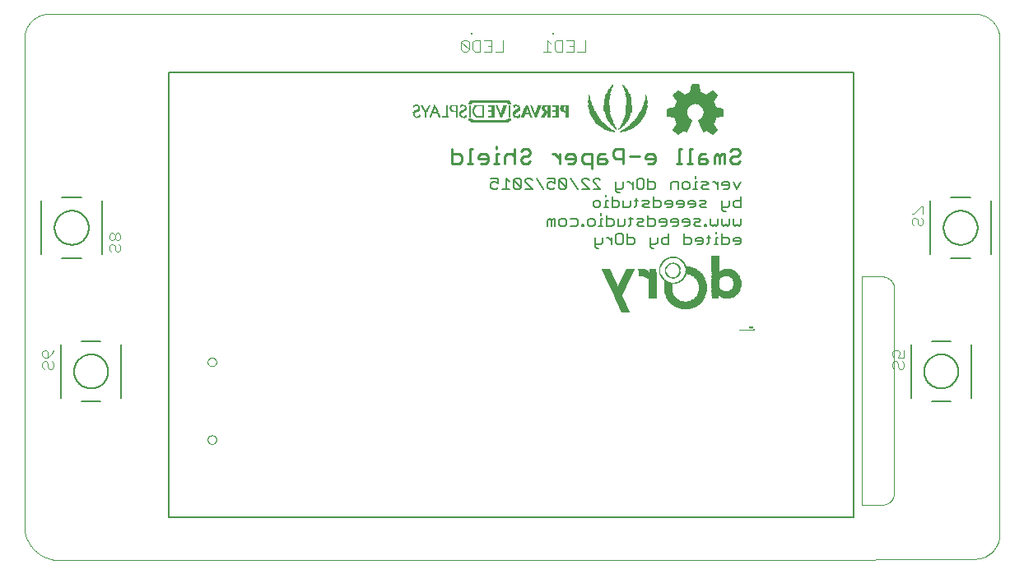
<source format=gbo>
G75*
%MOIN*%
%OFA0B0*%
%FSLAX25Y25*%
%IPPOS*%
%LPD*%
%AMOC8*
5,1,8,0,0,1.08239X$1,22.5*
%
%ADD10C,0.00100*%
%ADD11C,0.01100*%
%ADD12C,0.00600*%
%ADD13R,0.14000X0.00100*%
%ADD14R,0.14600X0.00100*%
%ADD15R,0.15200X0.00100*%
%ADD16R,0.15700X0.00100*%
%ADD17R,0.16000X0.00100*%
%ADD18R,0.16300X0.00100*%
%ADD19R,0.16400X0.00100*%
%ADD20R,0.16700X0.00100*%
%ADD21R,0.16800X0.00100*%
%ADD22R,0.01700X0.00100*%
%ADD23R,0.15000X0.00100*%
%ADD24R,0.01400X0.00100*%
%ADD25R,0.01200X0.00100*%
%ADD26R,0.01100X0.00100*%
%ADD27R,0.01000X0.00100*%
%ADD28R,0.00900X0.00100*%
%ADD29R,0.00400X0.00100*%
%ADD30R,0.00300X0.00100*%
%ADD31R,0.02700X0.00100*%
%ADD32R,0.00700X0.00100*%
%ADD33R,0.00500X0.00100*%
%ADD34R,0.01300X0.00100*%
%ADD35R,0.00600X0.00100*%
%ADD36R,0.02800X0.00100*%
%ADD37R,0.02300X0.00100*%
%ADD38R,0.00800X0.00100*%
%ADD39R,0.02600X0.00100*%
%ADD40R,0.02100X0.00100*%
%ADD41R,0.01900X0.00100*%
%ADD42R,0.02400X0.00100*%
%ADD43R,0.03200X0.00100*%
%ADD44R,0.02200X0.00100*%
%ADD45R,0.02500X0.00100*%
%ADD46R,0.03300X0.00100*%
%ADD47R,0.01500X0.00100*%
%ADD48R,0.00200X0.00100*%
%ADD49R,0.00100X0.00100*%
%ADD50R,0.01600X0.00100*%
%ADD51R,0.01800X0.00100*%
%ADD52R,0.03500X0.00100*%
%ADD53R,0.03000X0.00100*%
%ADD54R,0.02900X0.00100*%
%ADD55R,0.02000X0.00100*%
%ADD56R,0.03800X0.00100*%
%ADD57R,0.03600X0.00100*%
%ADD58R,0.03100X0.00100*%
%ADD59R,0.16600X0.00100*%
%ADD60R,0.16500X0.00100*%
%ADD61R,0.16200X0.00100*%
%ADD62R,0.16100X0.00100*%
%ADD63R,0.15800X0.00100*%
%ADD64R,0.15400X0.00100*%
%ADD65R,0.14900X0.00100*%
%ADD66R,0.14200X0.00100*%
%ADD67R,0.00082X0.00002*%
%ADD68R,0.00081X0.00002*%
%ADD69R,0.00081X0.00001*%
%ADD70R,0.00081X0.00002*%
%ADD71R,0.00083X0.00002*%
%ADD72R,0.00083X0.00001*%
%ADD73R,0.00018X0.00002*%
%ADD74R,0.00058X0.00002*%
%ADD75R,0.00079X0.00002*%
%ADD76R,0.00096X0.00002*%
%ADD77R,0.00109X0.00002*%
%ADD78R,0.00121X0.00002*%
%ADD79R,0.00133X0.00002*%
%ADD80R,0.00142X0.00002*%
%ADD81R,0.00153X0.00001*%
%ADD82R,0.00082X0.00001*%
%ADD83R,0.00160X0.00002*%
%ADD84R,0.00169X0.00002*%
%ADD85R,0.00177X0.00002*%
%ADD86R,0.00184X0.00002*%
%ADD87R,0.00190X0.00002*%
%ADD88R,0.00198X0.00002*%
%ADD89R,0.00204X0.00002*%
%ADD90R,0.00210X0.00002*%
%ADD91R,0.00216X0.00002*%
%ADD92R,0.00220X0.00002*%
%ADD93R,0.00226X0.00002*%
%ADD94R,0.00232X0.00001*%
%ADD95R,0.00081X0.00001*%
%ADD96R,0.00237X0.00002*%
%ADD97R,0.00241X0.00002*%
%ADD98R,0.00246X0.00002*%
%ADD99R,0.00250X0.00002*%
%ADD100R,0.00256X0.00002*%
%ADD101R,0.00259X0.00002*%
%ADD102R,0.00264X0.00002*%
%ADD103R,0.00268X0.00002*%
%ADD104R,0.00271X0.00002*%
%ADD105R,0.00276X0.00002*%
%ADD106R,0.00280X0.00002*%
%ADD107R,0.00283X0.00002*%
%ADD108R,0.00288X0.00001*%
%ADD109R,0.00291X0.00002*%
%ADD110R,0.00295X0.00002*%
%ADD111R,0.00298X0.00002*%
%ADD112R,0.00301X0.00002*%
%ADD113R,0.00304X0.00002*%
%ADD114R,0.00307X0.00002*%
%ADD115R,0.00310X0.00002*%
%ADD116R,0.00313X0.00002*%
%ADD117R,0.00316X0.00002*%
%ADD118R,0.00319X0.00002*%
%ADD119R,0.00322X0.00002*%
%ADD120R,0.00325X0.00001*%
%ADD121R,0.00328X0.00002*%
%ADD122R,0.00331X0.00002*%
%ADD123R,0.00334X0.00002*%
%ADD124R,0.00148X0.00002*%
%ADD125R,0.00147X0.00002*%
%ADD126R,0.00141X0.00002*%
%ADD127R,0.00135X0.00002*%
%ADD128R,0.00130X0.00002*%
%ADD129R,0.00132X0.00002*%
%ADD130R,0.00127X0.00002*%
%ADD131R,0.00129X0.00002*%
%ADD132R,0.00126X0.00002*%
%ADD133R,0.00123X0.00002*%
%ADD134R,0.00120X0.00002*%
%ADD135R,0.00120X0.00002*%
%ADD136R,0.00119X0.00002*%
%ADD137R,0.00117X0.00001*%
%ADD138R,0.00116X0.00002*%
%ADD139R,0.00114X0.00002*%
%ADD140R,0.00112X0.00002*%
%ADD141R,0.00111X0.00002*%
%ADD142R,0.00108X0.00002*%
%ADD143R,0.00106X0.00002*%
%ADD144R,0.00105X0.00002*%
%ADD145R,0.00103X0.00002*%
%ADD146R,0.00102X0.00002*%
%ADD147R,0.00102X0.00001*%
%ADD148R,0.00100X0.00001*%
%ADD149R,0.00100X0.00002*%
%ADD150R,0.00041X0.00002*%
%ADD151R,0.00057X0.00002*%
%ADD152R,0.00099X0.00002*%
%ADD153R,0.00069X0.00002*%
%ADD154R,0.00075X0.00002*%
%ADD155R,0.00097X0.00002*%
%ADD156R,0.00078X0.00002*%
%ADD157R,0.00090X0.00002*%
%ADD158R,0.00094X0.00002*%
%ADD159R,0.00093X0.00002*%
%ADD160R,0.00136X0.00001*%
%ADD161R,0.00075X0.00001*%
%ADD162R,0.00093X0.00001*%
%ADD163R,0.00078X0.00001*%
%ADD164R,0.00091X0.00002*%
%ADD165R,0.00145X0.00002*%
%ADD166R,0.00152X0.00002*%
%ADD167R,0.00154X0.00002*%
%ADD168R,0.00159X0.00002*%
%ADD169R,0.00092X0.00002*%
%ADD170R,0.00090X0.00002*%
%ADD171R,0.00163X0.00002*%
%ADD172R,0.00168X0.00002*%
%ADD173R,0.00089X0.00002*%
%ADD174R,0.00247X0.00002*%
%ADD175R,0.00088X0.00002*%
%ADD176R,0.00252X0.00002*%
%ADD177R,0.00087X0.00002*%
%ADD178R,0.00253X0.00001*%
%ADD179R,0.00088X0.00001*%
%ADD180R,0.00084X0.00001*%
%ADD181R,0.00255X0.00002*%
%ADD182R,0.00084X0.00002*%
%ADD183R,0.00258X0.00002*%
%ADD184R,0.00085X0.00002*%
%ADD185R,0.00261X0.00002*%
%ADD186R,0.00263X0.00002*%
%ADD187R,0.00264X0.00002*%
%ADD188R,0.00266X0.00002*%
%ADD189R,0.00267X0.00002*%
%ADD190R,0.00269X0.00002*%
%ADD191R,0.00270X0.00002*%
%ADD192R,0.00272X0.00002*%
%ADD193R,0.00272X0.00001*%
%ADD194R,0.00085X0.00001*%
%ADD195R,0.00273X0.00002*%
%ADD196R,0.00274X0.00002*%
%ADD197R,0.00084X0.00002*%
%ADD198R,0.00277X0.00002*%
%ADD199R,0.00279X0.00002*%
%ADD200R,0.00115X0.00002*%
%ADD201R,0.00282X0.00002*%
%ADD202R,0.00118X0.00002*%
%ADD203R,0.00120X0.00001*%
%ADD204R,0.00135X0.00001*%
%ADD205R,0.00118X0.00001*%
%ADD206R,0.00122X0.00002*%
%ADD207R,0.00117X0.00002*%
%ADD208R,0.00124X0.00002*%
%ADD209R,0.00136X0.00002*%
%ADD210R,0.00090X0.00001*%
%ADD211R,0.00138X0.00001*%
%ADD212R,0.00139X0.00002*%
%ADD213R,0.00086X0.00002*%
%ADD214R,0.00144X0.00002*%
%ADD215R,0.00150X0.00002*%
%ADD216R,0.00080X0.00002*%
%ADD217R,0.00153X0.00002*%
%ADD218R,0.00156X0.00001*%
%ADD219R,0.00156X0.00002*%
%ADD220R,0.00162X0.00002*%
%ADD221R,0.00165X0.00002*%
%ADD222R,0.00080X0.00001*%
%ADD223R,0.00084X0.00001*%
%ADD224R,0.00031X0.00002*%
%ADD225R,0.00072X0.00002*%
%ADD226R,0.00027X0.00002*%
%ADD227R,0.00063X0.00002*%
%ADD228R,0.00022X0.00002*%
%ADD229R,0.00055X0.00002*%
%ADD230R,0.00019X0.00002*%
%ADD231R,0.00049X0.00002*%
%ADD232R,0.00044X0.00002*%
%ADD233R,0.00019X0.00001*%
%ADD234R,0.00041X0.00001*%
%ADD235R,0.00036X0.00002*%
%ADD236R,0.00017X0.00002*%
%ADD237R,0.00033X0.00002*%
%ADD238R,0.00016X0.00002*%
%ADD239R,0.00028X0.00002*%
%ADD240R,0.00015X0.00002*%
%ADD241R,0.00025X0.00002*%
%ADD242R,0.00021X0.00002*%
%ADD243R,0.00013X0.00002*%
%ADD244R,0.00014X0.00002*%
%ADD245R,0.00012X0.00002*%
%ADD246R,0.00012X0.00002*%
%ADD247R,0.00012X0.00001*%
%ADD248R,0.00011X0.00002*%
%ADD249R,0.00010X0.00002*%
%ADD250R,0.00009X0.00002*%
%ADD251R,0.00009X0.00002*%
%ADD252R,0.00087X0.00001*%
%ADD253R,0.00094X0.00001*%
%ADD254R,0.00009X0.00001*%
%ADD255R,0.00011X0.00001*%
%ADD256R,0.00091X0.00001*%
%ADD257R,0.00086X0.00001*%
%ADD258R,0.00048X0.00002*%
%ADD259R,0.00024X0.00002*%
%ADD260R,0.00112X0.00001*%
%ADD261R,0.00015X0.00001*%
%ADD262R,0.00009X0.00001*%
%ADD263R,0.00123X0.00002*%
%ADD264R,0.00008X0.00002*%
%ADD265R,0.00178X0.00002*%
%ADD266R,0.00007X0.00002*%
%ADD267R,0.00180X0.00002*%
%ADD268R,0.00276X0.00001*%
%ADD269R,0.00007X0.00001*%
%ADD270R,0.00010X0.00001*%
%ADD271R,0.00008X0.00001*%
%ADD272R,0.00180X0.00001*%
%ADD273R,0.00181X0.00002*%
%ADD274R,0.00166X0.00002*%
%ADD275R,0.00263X0.00001*%
%ADD276R,0.00161X0.00001*%
%ADD277R,0.00181X0.00001*%
%ADD278R,0.00159X0.00002*%
%ADD279R,0.00158X0.00002*%
%ADD280R,0.00183X0.00002*%
%ADD281R,0.00156X0.00002*%
%ADD282R,0.00153X0.00002*%
%ADD283R,0.00253X0.00002*%
%ADD284R,0.00249X0.00002*%
%ADD285R,0.00244X0.00002*%
%ADD286R,0.00243X0.00002*%
%ADD287R,0.00138X0.00002*%
%ADD288R,0.00096X0.00001*%
%ADD289R,0.00151X0.00002*%
%ADD290R,0.00087X0.00002*%
%ADD291R,0.00128X0.00002*%
%ADD292R,0.00125X0.00002*%
%ADD293R,0.00114X0.00002*%
%ADD294R,0.00077X0.00002*%
%ADD295R,0.00073X0.00002*%
%ADD296R,0.00064X0.00002*%
%ADD297R,0.00109X0.00001*%
%ADD298R,0.00060X0.00001*%
%ADD299R,0.00042X0.00002*%
%ADD300R,0.00042X0.00002*%
%ADD301R,0.00067X0.00001*%
%ADD302R,0.00061X0.00002*%
%ADD303R,0.00022X0.00001*%
%ADD304R,0.00038X0.00002*%
%ADD305R,0.00012X0.00001*%
%ADD306R,0.00015X0.00002*%
%ADD307R,0.00016X0.00001*%
%ADD308R,0.00018X0.00001*%
%ADD309R,0.00018X0.00002*%
%ADD310C,0.00000*%
%ADD311R,0.03248X0.00059*%
%ADD312R,0.03189X0.00059*%
%ADD313R,0.00709X0.00059*%
%ADD314R,0.02303X0.00059*%
%ADD315R,0.03130X0.00059*%
%ADD316R,0.03780X0.00059*%
%ADD317R,0.04311X0.00059*%
%ADD318R,0.04783X0.00059*%
%ADD319R,0.05256X0.00059*%
%ADD320R,0.05610X0.00059*%
%ADD321R,0.06024X0.00059*%
%ADD322R,0.06319X0.00059*%
%ADD323R,0.06673X0.00059*%
%ADD324R,0.06969X0.00059*%
%ADD325R,0.07264X0.00059*%
%ADD326R,0.07500X0.00059*%
%ADD327R,0.07795X0.00059*%
%ADD328R,0.08031X0.00059*%
%ADD329R,0.08268X0.00059*%
%ADD330R,0.08504X0.00059*%
%ADD331R,0.08681X0.00059*%
%ADD332R,0.08917X0.00059*%
%ADD333R,0.09154X0.00059*%
%ADD334R,0.09331X0.00059*%
%ADD335R,0.09508X0.00059*%
%ADD336R,0.09685X0.00059*%
%ADD337R,0.09862X0.00059*%
%ADD338R,0.10098X0.00059*%
%ADD339R,0.10217X0.00059*%
%ADD340R,0.10394X0.00059*%
%ADD341R,0.10571X0.00059*%
%ADD342R,0.10689X0.00059*%
%ADD343R,0.10866X0.00059*%
%ADD344R,0.11043X0.00059*%
%ADD345R,0.11161X0.00059*%
%ADD346R,0.11339X0.00059*%
%ADD347R,0.11457X0.00059*%
%ADD348R,0.11634X0.00059*%
%ADD349R,0.11752X0.00059*%
%ADD350R,0.11870X0.00059*%
%ADD351R,0.11988X0.00059*%
%ADD352R,0.12106X0.00059*%
%ADD353R,0.12224X0.00059*%
%ADD354R,0.12343X0.00059*%
%ADD355R,0.12461X0.00059*%
%ADD356R,0.12579X0.00059*%
%ADD357R,0.12697X0.00059*%
%ADD358R,0.12815X0.00059*%
%ADD359R,0.12933X0.00059*%
%ADD360R,0.13051X0.00059*%
%ADD361R,0.13169X0.00059*%
%ADD362R,0.05846X0.00059*%
%ADD363R,0.05787X0.00059*%
%ADD364R,0.05551X0.00059*%
%ADD365R,0.05315X0.00059*%
%ADD366R,0.05138X0.00059*%
%ADD367R,0.05197X0.00059*%
%ADD368R,0.05020X0.00059*%
%ADD369R,0.05079X0.00059*%
%ADD370R,0.04961X0.00059*%
%ADD371R,0.04843X0.00059*%
%ADD372R,0.04724X0.00059*%
%ADD373R,0.04665X0.00059*%
%ADD374R,0.04606X0.00059*%
%ADD375R,0.04547X0.00059*%
%ADD376R,0.04488X0.00059*%
%ADD377R,0.04429X0.00059*%
%ADD378R,0.04370X0.00059*%
%ADD379R,0.04252X0.00059*%
%ADD380R,0.04193X0.00059*%
%ADD381R,0.04134X0.00059*%
%ADD382R,0.04075X0.00059*%
%ADD383R,0.04016X0.00059*%
%ADD384R,0.03957X0.00059*%
%ADD385R,0.01594X0.00059*%
%ADD386R,0.02244X0.00059*%
%ADD387R,0.03898X0.00059*%
%ADD388R,0.02717X0.00059*%
%ADD389R,0.02953X0.00059*%
%ADD390R,0.03839X0.00059*%
%ADD391R,0.03071X0.00059*%
%ADD392R,0.03543X0.00059*%
%ADD393R,0.03720X0.00059*%
%ADD394R,0.03661X0.00059*%
%ADD395R,0.05374X0.00059*%
%ADD396R,0.03602X0.00059*%
%ADD397R,0.05728X0.00059*%
%ADD398R,0.05965X0.00059*%
%ADD399R,0.06083X0.00059*%
%ADD400R,0.06260X0.00059*%
%ADD401R,0.06437X0.00059*%
%ADD402R,0.06614X0.00059*%
%ADD403R,0.03484X0.00059*%
%ADD404R,0.09744X0.00059*%
%ADD405R,0.09921X0.00059*%
%ADD406R,0.03425X0.00059*%
%ADD407R,0.09980X0.00059*%
%ADD408R,0.03307X0.00059*%
%ADD409R,0.10039X0.00059*%
%ADD410R,0.10157X0.00059*%
%ADD411R,0.03366X0.00059*%
%ADD412R,0.10276X0.00059*%
%ADD413R,0.10335X0.00059*%
%ADD414R,0.10453X0.00059*%
%ADD415R,0.10512X0.00059*%
%ADD416R,0.10630X0.00059*%
%ADD417R,0.10748X0.00059*%
%ADD418R,0.10807X0.00059*%
%ADD419R,0.10925X0.00059*%
%ADD420R,0.10984X0.00059*%
%ADD421R,0.11102X0.00059*%
%ADD422R,0.04902X0.00059*%
%ADD423R,0.05433X0.00059*%
%ADD424R,0.05492X0.00059*%
%ADD425R,0.05669X0.00059*%
%ADD426R,0.05906X0.00059*%
%ADD427R,0.06142X0.00059*%
%ADD428R,0.06378X0.00059*%
%ADD429R,0.06496X0.00059*%
%ADD430R,0.01240X0.00059*%
%ADD431R,0.02835X0.00059*%
%ADD432R,0.01063X0.00059*%
%ADD433R,0.02480X0.00059*%
%ADD434R,0.00886X0.00059*%
%ADD435R,0.02185X0.00059*%
%ADD436R,0.00768X0.00059*%
%ADD437R,0.01949X0.00059*%
%ADD438R,0.01713X0.00059*%
%ADD439R,0.01417X0.00059*%
%ADD440R,0.00650X0.00059*%
%ADD441R,0.01299X0.00059*%
%ADD442R,0.01122X0.00059*%
%ADD443R,0.00591X0.00059*%
%ADD444R,0.01004X0.00059*%
%ADD445R,0.00827X0.00059*%
%ADD446R,0.00531X0.00059*%
%ADD447R,0.00472X0.00059*%
%ADD448R,0.00413X0.00059*%
%ADD449R,0.00354X0.00059*%
%ADD450R,0.01890X0.00059*%
%ADD451R,0.00945X0.00059*%
%ADD452R,0.00295X0.00059*%
%ADD453R,0.07028X0.00059*%
%ADD454R,0.07087X0.00059*%
%ADD455R,0.07146X0.00059*%
%ADD456R,0.06555X0.00059*%
%ADD457R,0.06201X0.00059*%
%ADD458R,0.07205X0.00059*%
%ADD459R,0.09803X0.00059*%
%ADD460R,0.09626X0.00059*%
%ADD461R,0.09567X0.00059*%
%ADD462R,0.03012X0.00059*%
%ADD463R,0.02894X0.00059*%
%ADD464R,0.02539X0.00059*%
%ADD465R,0.02362X0.00059*%
%ADD466R,0.01654X0.00059*%
%ADD467R,0.02657X0.00059*%
%ADD468R,0.02421X0.00059*%
%ADD469R,0.01476X0.00059*%
%ADD470R,0.00050X0.00050*%
%ADD471R,0.00350X0.00050*%
%ADD472R,0.00250X0.00050*%
%ADD473R,0.00600X0.00050*%
%ADD474R,0.00900X0.00050*%
%ADD475R,0.00850X0.00050*%
%ADD476R,0.01100X0.00050*%
%ADD477R,0.01150X0.00050*%
%ADD478R,0.01200X0.00050*%
%ADD479R,0.01250X0.00050*%
%ADD480R,0.01500X0.00050*%
%ADD481R,0.01450X0.00050*%
%ADD482R,0.01550X0.00050*%
%ADD483R,0.01600X0.00050*%
%ADD484R,0.01700X0.00050*%
%ADD485R,0.01750X0.00050*%
%ADD486R,0.01800X0.00050*%
%ADD487R,0.01950X0.00050*%
%ADD488R,0.01900X0.00050*%
%ADD489R,0.02000X0.00050*%
%ADD490R,0.02050X0.00050*%
%ADD491R,0.00100X0.00050*%
%ADD492R,0.02200X0.00050*%
%ADD493R,0.02250X0.00050*%
%ADD494R,0.02300X0.00050*%
%ADD495R,0.02350X0.00050*%
%ADD496R,0.02450X0.00050*%
%ADD497R,0.02400X0.00050*%
%ADD498R,0.02500X0.00050*%
%ADD499R,0.00150X0.00050*%
%ADD500R,0.02550X0.00050*%
%ADD501R,0.02600X0.00050*%
%ADD502R,0.00200X0.00050*%
%ADD503R,0.02700X0.00050*%
%ADD504R,0.00300X0.00050*%
%ADD505R,0.02650X0.00050*%
%ADD506R,0.02750X0.00050*%
%ADD507R,0.00400X0.00050*%
%ADD508R,0.00450X0.00050*%
%ADD509R,0.02800X0.00050*%
%ADD510R,0.00500X0.00050*%
%ADD511R,0.00550X0.00050*%
%ADD512R,0.00650X0.00050*%
%ADD513R,0.02850X0.00050*%
%ADD514R,0.00700X0.00050*%
%ADD515R,0.02900X0.00050*%
%ADD516R,0.00750X0.00050*%
%ADD517R,0.02950X0.00050*%
%ADD518R,0.00800X0.00050*%
%ADD519R,0.00950X0.00050*%
%ADD520R,0.01000X0.00050*%
%ADD521R,0.01050X0.00050*%
%ADD522R,0.03000X0.00050*%
%ADD523R,0.01300X0.00050*%
%ADD524R,0.03050X0.00050*%
%ADD525R,0.01350X0.00050*%
%ADD526R,0.01400X0.00050*%
%ADD527R,0.01650X0.00050*%
%ADD528R,0.01850X0.00050*%
%ADD529R,0.02100X0.00050*%
%ADD530R,0.02150X0.00050*%
%ADD531C,0.00800*%
%ADD532C,0.00400*%
%ADD533R,0.00984X0.00984*%
D10*
X0091780Y0019562D02*
X0091780Y0219467D01*
X0091794Y0219705D01*
X0091814Y0219942D01*
X0091839Y0220179D01*
X0091871Y0220416D01*
X0091907Y0220651D01*
X0091950Y0220886D01*
X0091998Y0221119D01*
X0092052Y0221352D01*
X0092112Y0221582D01*
X0092177Y0221812D01*
X0092248Y0222040D01*
X0092324Y0222266D01*
X0092405Y0222490D01*
X0092492Y0222712D01*
X0092584Y0222932D01*
X0092682Y0223149D01*
X0092785Y0223364D01*
X0092893Y0223577D01*
X0093006Y0223787D01*
X0093124Y0223994D01*
X0093247Y0224198D01*
X0093375Y0224399D01*
X0093508Y0224597D01*
X0093645Y0224792D01*
X0093787Y0224984D01*
X0093934Y0225172D01*
X0094085Y0225356D01*
X0094241Y0225536D01*
X0094401Y0225713D01*
X0094565Y0225886D01*
X0094734Y0226055D01*
X0094906Y0226220D01*
X0095082Y0226380D01*
X0095263Y0226536D01*
X0095446Y0226688D01*
X0095634Y0226836D01*
X0095825Y0226978D01*
X0096019Y0227116D01*
X0096217Y0227250D01*
X0096418Y0227378D01*
X0096622Y0227502D01*
X0096828Y0227621D01*
X0097038Y0227734D01*
X0097250Y0227843D01*
X0097465Y0227946D01*
X0097683Y0228044D01*
X0097902Y0228137D01*
X0098124Y0228225D01*
X0098348Y0228307D01*
X0098573Y0228384D01*
X0098801Y0228455D01*
X0099030Y0228521D01*
X0099261Y0228581D01*
X0099493Y0228635D01*
X0099726Y0228684D01*
X0099961Y0228728D01*
X0100196Y0228765D01*
X0100433Y0228797D01*
X0100670Y0228824D01*
X0100907Y0228844D01*
X0101145Y0228859D01*
X0101383Y0228868D01*
X0101622Y0228871D01*
X0101860Y0228868D01*
X0102099Y0228860D01*
X0102098Y0228861D02*
X0476594Y0228861D01*
X0476836Y0228858D01*
X0477077Y0228849D01*
X0477318Y0228835D01*
X0477559Y0228814D01*
X0477799Y0228788D01*
X0478039Y0228756D01*
X0478278Y0228718D01*
X0478515Y0228675D01*
X0478752Y0228625D01*
X0478987Y0228570D01*
X0479221Y0228510D01*
X0479453Y0228443D01*
X0479684Y0228372D01*
X0479913Y0228294D01*
X0480140Y0228211D01*
X0480365Y0228123D01*
X0480588Y0228029D01*
X0480808Y0227930D01*
X0481026Y0227825D01*
X0481241Y0227716D01*
X0481454Y0227601D01*
X0481664Y0227481D01*
X0481870Y0227356D01*
X0482074Y0227226D01*
X0482275Y0227091D01*
X0482472Y0226951D01*
X0482666Y0226807D01*
X0482856Y0226658D01*
X0483042Y0226504D01*
X0483225Y0226346D01*
X0483404Y0226184D01*
X0483579Y0226017D01*
X0483750Y0225846D01*
X0483917Y0225671D01*
X0484079Y0225492D01*
X0484237Y0225309D01*
X0484391Y0225123D01*
X0484540Y0224933D01*
X0484684Y0224739D01*
X0484824Y0224542D01*
X0484959Y0224341D01*
X0485089Y0224137D01*
X0485214Y0223931D01*
X0485334Y0223721D01*
X0485449Y0223508D01*
X0485558Y0223293D01*
X0485663Y0223075D01*
X0485762Y0222855D01*
X0485856Y0222632D01*
X0485944Y0222407D01*
X0486027Y0222180D01*
X0486105Y0221951D01*
X0486176Y0221720D01*
X0486243Y0221488D01*
X0486303Y0221254D01*
X0486358Y0221019D01*
X0486408Y0220782D01*
X0486451Y0220545D01*
X0486489Y0220306D01*
X0486521Y0220066D01*
X0486547Y0219826D01*
X0486568Y0219585D01*
X0486582Y0219344D01*
X0486591Y0219103D01*
X0486594Y0218861D01*
X0486594Y0017955D01*
X0486591Y0017713D01*
X0486582Y0017472D01*
X0486568Y0017231D01*
X0486547Y0016990D01*
X0486521Y0016750D01*
X0486489Y0016510D01*
X0486451Y0016271D01*
X0486408Y0016034D01*
X0486358Y0015797D01*
X0486303Y0015562D01*
X0486243Y0015328D01*
X0486176Y0015096D01*
X0486105Y0014865D01*
X0486027Y0014636D01*
X0485944Y0014409D01*
X0485856Y0014184D01*
X0485762Y0013961D01*
X0485663Y0013741D01*
X0485558Y0013523D01*
X0485449Y0013308D01*
X0485334Y0013095D01*
X0485214Y0012885D01*
X0485089Y0012679D01*
X0484959Y0012475D01*
X0484824Y0012274D01*
X0484684Y0012077D01*
X0484540Y0011883D01*
X0484391Y0011693D01*
X0484237Y0011507D01*
X0484079Y0011324D01*
X0483917Y0011145D01*
X0483750Y0010970D01*
X0483579Y0010799D01*
X0483404Y0010632D01*
X0483225Y0010470D01*
X0483042Y0010312D01*
X0482856Y0010158D01*
X0482666Y0010009D01*
X0482472Y0009865D01*
X0482275Y0009725D01*
X0482074Y0009590D01*
X0481870Y0009460D01*
X0481664Y0009335D01*
X0481454Y0009215D01*
X0481241Y0009100D01*
X0481026Y0008991D01*
X0480808Y0008886D01*
X0480588Y0008787D01*
X0480365Y0008693D01*
X0480140Y0008605D01*
X0479913Y0008522D01*
X0479684Y0008444D01*
X0479453Y0008373D01*
X0479221Y0008306D01*
X0478987Y0008246D01*
X0478752Y0008191D01*
X0478515Y0008141D01*
X0478278Y0008098D01*
X0478039Y0008060D01*
X0477799Y0008028D01*
X0477559Y0008002D01*
X0477318Y0007981D01*
X0477077Y0007967D01*
X0476836Y0007958D01*
X0476594Y0007955D01*
X0395677Y0007562D01*
X0396496Y0007562D01*
X0395677Y0007562D02*
X0212150Y0007562D01*
X0107780Y0007562D01*
X0107441Y0007518D01*
X0107101Y0007482D01*
X0106761Y0007454D01*
X0106419Y0007434D01*
X0106078Y0007423D01*
X0105736Y0007420D01*
X0105394Y0007425D01*
X0105053Y0007439D01*
X0104712Y0007460D01*
X0104371Y0007490D01*
X0104032Y0007528D01*
X0103693Y0007575D01*
X0103356Y0007629D01*
X0103020Y0007692D01*
X0102686Y0007763D01*
X0102353Y0007841D01*
X0102023Y0007928D01*
X0101694Y0008023D01*
X0101368Y0008126D01*
X0101045Y0008236D01*
X0100724Y0008355D01*
X0100407Y0008481D01*
X0100092Y0008614D01*
X0099781Y0008756D01*
X0099473Y0008904D01*
X0099169Y0009060D01*
X0098869Y0009224D01*
X0098573Y0009394D01*
X0098281Y0009572D01*
X0097993Y0009757D01*
X0097710Y0009948D01*
X0097432Y0010147D01*
X0097159Y0010352D01*
X0096890Y0010563D01*
X0096627Y0010781D01*
X0096369Y0011006D01*
X0096117Y0011236D01*
X0095870Y0011473D01*
X0095629Y0011715D01*
X0095394Y0011963D01*
X0095166Y0012217D01*
X0094943Y0012476D01*
X0094726Y0012741D01*
X0094517Y0013010D01*
X0094313Y0013285D01*
X0094117Y0013565D01*
X0093927Y0013849D01*
X0093744Y0014137D01*
X0093568Y0014430D01*
X0093399Y0014728D01*
X0093238Y0015029D01*
X0093083Y0015334D01*
X0092937Y0015642D01*
X0092797Y0015954D01*
X0092666Y0016270D01*
X0092542Y0016588D01*
X0092425Y0016910D01*
X0092317Y0017234D01*
X0092216Y0017560D01*
X0092123Y0017889D01*
X0092039Y0018220D01*
X0091962Y0018553D01*
X0091893Y0018888D01*
X0091833Y0019224D01*
X0091780Y0019562D01*
X0431008Y0029924D02*
X0438966Y0029886D01*
X0431008Y0029924D02*
X0431008Y0122424D01*
X0439008Y0122424D01*
X0439148Y0122421D01*
X0439288Y0122414D01*
X0439428Y0122403D01*
X0439567Y0122388D01*
X0439706Y0122369D01*
X0439844Y0122347D01*
X0439982Y0122320D01*
X0440119Y0122290D01*
X0440255Y0122255D01*
X0440390Y0122218D01*
X0440524Y0122176D01*
X0440656Y0122130D01*
X0440787Y0122081D01*
X0440917Y0122028D01*
X0441046Y0121972D01*
X0441172Y0121912D01*
X0441297Y0121848D01*
X0441420Y0121781D01*
X0441542Y0121711D01*
X0441661Y0121637D01*
X0441778Y0121559D01*
X0441893Y0121479D01*
X0442005Y0121395D01*
X0442115Y0121309D01*
X0442223Y0121219D01*
X0442328Y0121126D01*
X0442430Y0121030D01*
X0442530Y0120932D01*
X0442627Y0120831D01*
X0442721Y0120727D01*
X0442812Y0120620D01*
X0442900Y0120511D01*
X0442985Y0120400D01*
X0443067Y0120286D01*
X0443146Y0120170D01*
X0443221Y0120051D01*
X0443293Y0119931D01*
X0443361Y0119809D01*
X0443427Y0119685D01*
X0443488Y0119559D01*
X0443546Y0119431D01*
X0443601Y0119302D01*
X0443651Y0119171D01*
X0443699Y0119039D01*
X0443742Y0118906D01*
X0443782Y0118771D01*
X0443817Y0118636D01*
X0443849Y0118499D01*
X0443878Y0118362D01*
X0443902Y0118224D01*
X0443922Y0118085D01*
X0443939Y0117946D01*
X0443951Y0117806D01*
X0443960Y0117667D01*
X0443965Y0117526D01*
X0443966Y0117386D01*
X0443966Y0034886D01*
X0443964Y0034746D01*
X0443958Y0034606D01*
X0443948Y0034466D01*
X0443935Y0034326D01*
X0443917Y0034187D01*
X0443895Y0034048D01*
X0443870Y0033911D01*
X0443841Y0033773D01*
X0443808Y0033637D01*
X0443771Y0033502D01*
X0443730Y0033368D01*
X0443685Y0033235D01*
X0443637Y0033103D01*
X0443585Y0032973D01*
X0443530Y0032844D01*
X0443471Y0032717D01*
X0443408Y0032591D01*
X0443342Y0032467D01*
X0443273Y0032346D01*
X0443200Y0032226D01*
X0443123Y0032108D01*
X0443044Y0031993D01*
X0442961Y0031879D01*
X0442875Y0031769D01*
X0442786Y0031660D01*
X0442694Y0031554D01*
X0442599Y0031451D01*
X0442502Y0031350D01*
X0442401Y0031253D01*
X0442298Y0031158D01*
X0442192Y0031066D01*
X0442083Y0030977D01*
X0441973Y0030891D01*
X0441859Y0030808D01*
X0441744Y0030729D01*
X0441626Y0030652D01*
X0441506Y0030579D01*
X0441385Y0030510D01*
X0441261Y0030444D01*
X0441135Y0030381D01*
X0441008Y0030322D01*
X0440879Y0030267D01*
X0440749Y0030215D01*
X0440617Y0030167D01*
X0440484Y0030122D01*
X0440350Y0030081D01*
X0440215Y0030044D01*
X0440079Y0030011D01*
X0439941Y0029982D01*
X0439804Y0029957D01*
X0439665Y0029935D01*
X0439526Y0029917D01*
X0439386Y0029904D01*
X0439246Y0029894D01*
X0439106Y0029888D01*
X0438966Y0029886D01*
D11*
X0321379Y0166143D02*
X0321379Y0172048D01*
X0318426Y0172048D01*
X0317442Y0171064D01*
X0317442Y0169096D01*
X0318426Y0168112D01*
X0321379Y0168112D01*
X0323887Y0168112D02*
X0323887Y0171064D01*
X0324872Y0172048D01*
X0326840Y0172048D01*
X0326840Y0170080D02*
X0323887Y0170080D01*
X0323887Y0168112D02*
X0326840Y0168112D01*
X0327824Y0169096D01*
X0326840Y0170080D01*
X0330333Y0171064D02*
X0330333Y0173032D01*
X0331317Y0174017D01*
X0334270Y0174017D01*
X0334270Y0168112D01*
X0334270Y0170080D02*
X0331317Y0170080D01*
X0330333Y0171064D01*
X0336778Y0171064D02*
X0340715Y0171064D01*
X0343224Y0171064D02*
X0343224Y0170080D01*
X0347161Y0170080D01*
X0347161Y0171064D02*
X0346176Y0172048D01*
X0344208Y0172048D01*
X0343224Y0171064D01*
X0344208Y0168112D02*
X0346176Y0168112D01*
X0347161Y0169096D01*
X0347161Y0171064D01*
X0355935Y0168112D02*
X0357903Y0168112D01*
X0356919Y0168112D02*
X0356919Y0174017D01*
X0357903Y0174017D01*
X0361216Y0174017D02*
X0361216Y0168112D01*
X0362200Y0168112D02*
X0360232Y0168112D01*
X0364709Y0168112D02*
X0364709Y0171064D01*
X0365693Y0172048D01*
X0367661Y0172048D01*
X0367661Y0170080D02*
X0364709Y0170080D01*
X0364709Y0168112D02*
X0367661Y0168112D01*
X0368646Y0169096D01*
X0367661Y0170080D01*
X0371154Y0171064D02*
X0371154Y0168112D01*
X0373123Y0168112D02*
X0373123Y0171064D01*
X0372139Y0172048D01*
X0371154Y0171064D01*
X0373123Y0171064D02*
X0374107Y0172048D01*
X0375091Y0172048D01*
X0375091Y0168112D01*
X0377600Y0169096D02*
X0377600Y0170080D01*
X0378584Y0171064D01*
X0380552Y0171064D01*
X0381537Y0172048D01*
X0381537Y0173032D01*
X0380552Y0174017D01*
X0378584Y0174017D01*
X0377600Y0173032D01*
X0377600Y0169096D02*
X0378584Y0168112D01*
X0380552Y0168112D01*
X0381537Y0169096D01*
X0362200Y0174017D02*
X0361216Y0174017D01*
X0314933Y0171064D02*
X0314933Y0169096D01*
X0313949Y0168112D01*
X0311981Y0168112D01*
X0310996Y0170080D02*
X0314933Y0170080D01*
X0314933Y0171064D02*
X0313949Y0172048D01*
X0311981Y0172048D01*
X0310996Y0171064D01*
X0310996Y0170080D01*
X0308488Y0170080D02*
X0306519Y0172048D01*
X0305535Y0172048D01*
X0308488Y0172048D02*
X0308488Y0168112D01*
X0296671Y0169096D02*
X0295687Y0168112D01*
X0293718Y0168112D01*
X0292734Y0169096D01*
X0292734Y0170080D01*
X0293718Y0171064D01*
X0295687Y0171064D01*
X0296671Y0172048D01*
X0296671Y0173032D01*
X0295687Y0174017D01*
X0293718Y0174017D01*
X0292734Y0173032D01*
X0290225Y0174017D02*
X0290225Y0168112D01*
X0290225Y0171064D02*
X0289241Y0172048D01*
X0287273Y0172048D01*
X0286289Y0171064D01*
X0286289Y0168112D01*
X0283780Y0168112D02*
X0281812Y0168112D01*
X0282796Y0168112D02*
X0282796Y0172048D01*
X0283780Y0172048D01*
X0282796Y0174017D02*
X0282796Y0175001D01*
X0279483Y0171064D02*
X0278499Y0172048D01*
X0276530Y0172048D01*
X0275546Y0171064D01*
X0275546Y0170080D01*
X0279483Y0170080D01*
X0279483Y0169096D02*
X0279483Y0171064D01*
X0279483Y0169096D02*
X0278499Y0168112D01*
X0276530Y0168112D01*
X0273037Y0168112D02*
X0271069Y0168112D01*
X0272053Y0168112D02*
X0272053Y0174017D01*
X0273037Y0174017D01*
X0268740Y0171064D02*
X0267756Y0172048D01*
X0264804Y0172048D01*
X0264804Y0174017D02*
X0264804Y0168112D01*
X0267756Y0168112D01*
X0268740Y0169096D01*
X0268740Y0171064D01*
D12*
X0280634Y0162265D02*
X0283570Y0162265D01*
X0283570Y0160063D01*
X0282102Y0160797D01*
X0281368Y0160797D01*
X0280634Y0160063D01*
X0280634Y0158596D01*
X0281368Y0157862D01*
X0282836Y0157862D01*
X0283570Y0158596D01*
X0285238Y0157862D02*
X0288173Y0157862D01*
X0286706Y0157862D02*
X0286706Y0162265D01*
X0288173Y0160797D01*
X0289842Y0161531D02*
X0292777Y0158596D01*
X0292043Y0157862D01*
X0290576Y0157862D01*
X0289842Y0158596D01*
X0289842Y0161531D01*
X0290576Y0162265D01*
X0292043Y0162265D01*
X0292777Y0161531D01*
X0292777Y0158596D01*
X0294445Y0157862D02*
X0297381Y0157862D01*
X0294445Y0160797D01*
X0294445Y0161531D01*
X0295179Y0162265D01*
X0296647Y0162265D01*
X0297381Y0161531D01*
X0299049Y0162265D02*
X0301985Y0157862D01*
X0303653Y0158596D02*
X0304387Y0157862D01*
X0305855Y0157862D01*
X0306589Y0158596D01*
X0306589Y0160063D02*
X0305121Y0160797D01*
X0304387Y0160797D01*
X0303653Y0160063D01*
X0303653Y0158596D01*
X0306589Y0160063D02*
X0306589Y0162265D01*
X0303653Y0162265D01*
X0308257Y0161531D02*
X0311193Y0158596D01*
X0310459Y0157862D01*
X0308991Y0157862D01*
X0308257Y0158596D01*
X0308257Y0161531D01*
X0308991Y0162265D01*
X0310459Y0162265D01*
X0311193Y0161531D01*
X0311193Y0158596D01*
X0312861Y0162265D02*
X0315797Y0157862D01*
X0317465Y0157862D02*
X0320401Y0157862D01*
X0317465Y0160797D01*
X0317465Y0161531D01*
X0318199Y0162265D01*
X0319667Y0162265D01*
X0320401Y0161531D01*
X0322069Y0161531D02*
X0322803Y0162265D01*
X0324271Y0162265D01*
X0325005Y0161531D01*
X0322069Y0161531D02*
X0322069Y0160797D01*
X0325005Y0157862D01*
X0322069Y0157862D01*
X0322803Y0153297D02*
X0322069Y0152563D01*
X0322069Y0151096D01*
X0322803Y0150362D01*
X0324271Y0150362D01*
X0325005Y0151096D01*
X0325005Y0152563D01*
X0324271Y0153297D01*
X0322803Y0153297D01*
X0327340Y0153297D02*
X0327340Y0150362D01*
X0328074Y0150362D02*
X0326606Y0150362D01*
X0325038Y0147999D02*
X0325038Y0147265D01*
X0325038Y0145797D02*
X0325038Y0142862D01*
X0325772Y0142862D02*
X0324304Y0142862D01*
X0322703Y0143596D02*
X0321969Y0142862D01*
X0320501Y0142862D01*
X0319767Y0143596D01*
X0319767Y0145063D01*
X0320501Y0145797D01*
X0321969Y0145797D01*
X0322703Y0145063D01*
X0322703Y0143596D01*
X0325038Y0145797D02*
X0325772Y0145797D01*
X0327440Y0145797D02*
X0329642Y0145797D01*
X0330376Y0145063D01*
X0330376Y0143596D01*
X0329642Y0142862D01*
X0327440Y0142862D01*
X0327440Y0147265D01*
X0329742Y0150362D02*
X0331944Y0150362D01*
X0332678Y0151096D01*
X0332678Y0152563D01*
X0331944Y0153297D01*
X0329742Y0153297D01*
X0329742Y0154765D02*
X0329742Y0150362D01*
X0328074Y0153297D02*
X0327340Y0153297D01*
X0327340Y0154765D02*
X0327340Y0155499D01*
X0331277Y0157128D02*
X0332011Y0156394D01*
X0332745Y0156394D01*
X0333479Y0157862D02*
X0331277Y0157862D01*
X0331277Y0157128D02*
X0331277Y0160797D01*
X0334213Y0160797D02*
X0334213Y0158596D01*
X0333479Y0157862D01*
X0336581Y0160797D02*
X0338049Y0159329D01*
X0338049Y0157862D02*
X0338049Y0160797D01*
X0336581Y0160797D02*
X0335847Y0160797D01*
X0339717Y0161531D02*
X0339717Y0158596D01*
X0340451Y0157862D01*
X0341919Y0157862D01*
X0342653Y0158596D01*
X0342653Y0161531D01*
X0341919Y0162265D01*
X0340451Y0162265D01*
X0339717Y0161531D01*
X0344321Y0160797D02*
X0346523Y0160797D01*
X0347257Y0160063D01*
X0347257Y0158596D01*
X0346523Y0157862D01*
X0344321Y0157862D01*
X0344321Y0162265D01*
X0353529Y0160063D02*
X0353529Y0157862D01*
X0353529Y0160063D02*
X0354263Y0160797D01*
X0356465Y0160797D01*
X0356465Y0157862D01*
X0358133Y0158596D02*
X0358867Y0157862D01*
X0360335Y0157862D01*
X0361069Y0158596D01*
X0361069Y0160063D01*
X0360335Y0160797D01*
X0358867Y0160797D01*
X0358133Y0160063D01*
X0358133Y0158596D01*
X0362670Y0157862D02*
X0364138Y0157862D01*
X0363404Y0157862D02*
X0363404Y0160797D01*
X0364138Y0160797D01*
X0363404Y0162265D02*
X0363404Y0162999D01*
X0365806Y0160797D02*
X0368008Y0160797D01*
X0368742Y0160063D01*
X0368008Y0159329D01*
X0366540Y0159329D01*
X0365806Y0158596D01*
X0366540Y0157862D01*
X0368742Y0157862D01*
X0371111Y0160797D02*
X0372579Y0159329D01*
X0372579Y0157862D02*
X0372579Y0160797D01*
X0371111Y0160797D02*
X0370377Y0160797D01*
X0374247Y0160063D02*
X0374247Y0159329D01*
X0377183Y0159329D01*
X0377183Y0158596D02*
X0377183Y0160063D01*
X0376449Y0160797D01*
X0374981Y0160797D01*
X0374247Y0160063D01*
X0374981Y0157862D02*
X0376449Y0157862D01*
X0377183Y0158596D01*
X0378851Y0160797D02*
X0380319Y0157862D01*
X0381787Y0160797D01*
X0381787Y0154765D02*
X0381787Y0150362D01*
X0379585Y0150362D01*
X0378851Y0151096D01*
X0378851Y0152563D01*
X0379585Y0153297D01*
X0381787Y0153297D01*
X0377183Y0153297D02*
X0377183Y0151096D01*
X0376449Y0150362D01*
X0374247Y0150362D01*
X0374247Y0149628D02*
X0374981Y0148894D01*
X0375715Y0148894D01*
X0374247Y0149628D02*
X0374247Y0153297D01*
X0367975Y0152563D02*
X0367241Y0153297D01*
X0365039Y0153297D01*
X0365773Y0151829D02*
X0367241Y0151829D01*
X0367975Y0152563D01*
X0367975Y0150362D02*
X0365773Y0150362D01*
X0365039Y0151096D01*
X0365773Y0151829D01*
X0363371Y0151829D02*
X0360435Y0151829D01*
X0360435Y0152563D01*
X0361169Y0153297D01*
X0362637Y0153297D01*
X0363371Y0152563D01*
X0363371Y0151096D01*
X0362637Y0150362D01*
X0361169Y0150362D01*
X0358767Y0151096D02*
X0358767Y0152563D01*
X0358033Y0153297D01*
X0356565Y0153297D01*
X0355831Y0152563D01*
X0355831Y0151829D01*
X0358767Y0151829D01*
X0358767Y0151096D02*
X0358033Y0150362D01*
X0356565Y0150362D01*
X0354163Y0151096D02*
X0354163Y0152563D01*
X0353429Y0153297D01*
X0351961Y0153297D01*
X0351227Y0152563D01*
X0351227Y0151829D01*
X0354163Y0151829D01*
X0354163Y0151096D02*
X0353429Y0150362D01*
X0351961Y0150362D01*
X0349559Y0151096D02*
X0349559Y0152563D01*
X0348825Y0153297D01*
X0346623Y0153297D01*
X0346623Y0154765D02*
X0346623Y0150362D01*
X0348825Y0150362D01*
X0349559Y0151096D01*
X0344955Y0150362D02*
X0342753Y0150362D01*
X0342019Y0151096D01*
X0342753Y0151829D01*
X0344221Y0151829D01*
X0344955Y0152563D01*
X0344221Y0153297D01*
X0342019Y0153297D01*
X0340351Y0153297D02*
X0338883Y0153297D01*
X0339617Y0154031D02*
X0339617Y0151096D01*
X0338883Y0150362D01*
X0337282Y0151096D02*
X0336548Y0150362D01*
X0334346Y0150362D01*
X0334346Y0153297D01*
X0337282Y0153297D02*
X0337282Y0151096D01*
X0344321Y0147265D02*
X0344321Y0142862D01*
X0346523Y0142862D01*
X0347257Y0143596D01*
X0347257Y0145063D01*
X0346523Y0145797D01*
X0344321Y0145797D01*
X0342653Y0145063D02*
X0341919Y0145797D01*
X0339717Y0145797D01*
X0340451Y0144329D02*
X0341919Y0144329D01*
X0342653Y0145063D01*
X0342653Y0142862D02*
X0340451Y0142862D01*
X0339717Y0143596D01*
X0340451Y0144329D01*
X0338049Y0145797D02*
X0336581Y0145797D01*
X0337315Y0146531D02*
X0337315Y0143596D01*
X0336581Y0142862D01*
X0334980Y0143596D02*
X0334246Y0142862D01*
X0332044Y0142862D01*
X0332044Y0145797D01*
X0334980Y0145797D02*
X0334980Y0143596D01*
X0335881Y0139765D02*
X0335881Y0135362D01*
X0338083Y0135362D01*
X0338817Y0136096D01*
X0338817Y0137563D01*
X0338083Y0138297D01*
X0335881Y0138297D01*
X0334213Y0139031D02*
X0334213Y0136096D01*
X0333479Y0135362D01*
X0332011Y0135362D01*
X0331277Y0136096D01*
X0331277Y0139031D01*
X0332011Y0139765D01*
X0333479Y0139765D01*
X0334213Y0139031D01*
X0329609Y0138297D02*
X0329609Y0135362D01*
X0329609Y0136829D02*
X0328141Y0138297D01*
X0327407Y0138297D01*
X0325772Y0138297D02*
X0325772Y0136096D01*
X0325038Y0135362D01*
X0322836Y0135362D01*
X0322836Y0134628D02*
X0323570Y0133894D01*
X0324304Y0133894D01*
X0322836Y0134628D02*
X0322836Y0138297D01*
X0318099Y0142862D02*
X0317365Y0142862D01*
X0317365Y0143596D01*
X0318099Y0143596D01*
X0318099Y0142862D01*
X0315797Y0143596D02*
X0315797Y0145063D01*
X0315063Y0145797D01*
X0312861Y0145797D01*
X0311193Y0145063D02*
X0311193Y0143596D01*
X0310459Y0142862D01*
X0308991Y0142862D01*
X0308257Y0143596D01*
X0308257Y0145063D01*
X0308991Y0145797D01*
X0310459Y0145797D01*
X0311193Y0145063D01*
X0312861Y0142862D02*
X0315063Y0142862D01*
X0315797Y0143596D01*
X0306589Y0142862D02*
X0306589Y0145797D01*
X0305855Y0145797D01*
X0305121Y0145063D01*
X0304387Y0145797D01*
X0303653Y0145063D01*
X0303653Y0142862D01*
X0305121Y0142862D02*
X0305121Y0145063D01*
X0345089Y0138297D02*
X0345089Y0134628D01*
X0345823Y0133894D01*
X0346557Y0133894D01*
X0347291Y0135362D02*
X0345089Y0135362D01*
X0347291Y0135362D02*
X0348025Y0136096D01*
X0348025Y0138297D01*
X0349693Y0137563D02*
X0350427Y0138297D01*
X0352628Y0138297D01*
X0352628Y0139765D02*
X0352628Y0135362D01*
X0350427Y0135362D01*
X0349693Y0136096D01*
X0349693Y0137563D01*
X0349659Y0142862D02*
X0351127Y0142862D01*
X0351861Y0143596D01*
X0351861Y0145063D01*
X0351127Y0145797D01*
X0349659Y0145797D01*
X0348925Y0145063D01*
X0348925Y0144329D01*
X0351861Y0144329D01*
X0353529Y0144329D02*
X0356465Y0144329D01*
X0356465Y0143596D02*
X0356465Y0145063D01*
X0355731Y0145797D01*
X0354263Y0145797D01*
X0353529Y0145063D01*
X0353529Y0144329D01*
X0354263Y0142862D02*
X0355731Y0142862D01*
X0356465Y0143596D01*
X0358133Y0144329D02*
X0361069Y0144329D01*
X0361069Y0143596D02*
X0361069Y0145063D01*
X0360335Y0145797D01*
X0358867Y0145797D01*
X0358133Y0145063D01*
X0358133Y0144329D01*
X0358867Y0142862D02*
X0360335Y0142862D01*
X0361069Y0143596D01*
X0362737Y0143596D02*
X0363471Y0144329D01*
X0364939Y0144329D01*
X0365673Y0145063D01*
X0364939Y0145797D01*
X0362737Y0145797D01*
X0362737Y0143596D02*
X0363471Y0142862D01*
X0365673Y0142862D01*
X0367241Y0142862D02*
X0367975Y0142862D01*
X0367975Y0143596D01*
X0367241Y0143596D01*
X0367241Y0142862D01*
X0369643Y0143596D02*
X0369643Y0145797D01*
X0369643Y0143596D02*
X0370377Y0142862D01*
X0371111Y0143596D01*
X0371845Y0142862D01*
X0372579Y0143596D01*
X0372579Y0145797D01*
X0374247Y0145797D02*
X0374247Y0143596D01*
X0374981Y0142862D01*
X0375715Y0143596D01*
X0376449Y0142862D01*
X0377183Y0143596D01*
X0377183Y0145797D01*
X0378851Y0145797D02*
X0378851Y0143596D01*
X0379585Y0142862D01*
X0380319Y0143596D01*
X0381053Y0142862D01*
X0381787Y0143596D01*
X0381787Y0145797D01*
X0374247Y0139765D02*
X0374247Y0135362D01*
X0376449Y0135362D01*
X0377183Y0136096D01*
X0377183Y0137563D01*
X0376449Y0138297D01*
X0374247Y0138297D01*
X0372579Y0138297D02*
X0371845Y0138297D01*
X0371845Y0135362D01*
X0372579Y0135362D02*
X0371111Y0135362D01*
X0368776Y0136096D02*
X0368776Y0139031D01*
X0369509Y0138297D02*
X0368042Y0138297D01*
X0366440Y0137563D02*
X0365706Y0138297D01*
X0364238Y0138297D01*
X0363504Y0137563D01*
X0363504Y0136829D01*
X0366440Y0136829D01*
X0366440Y0136096D02*
X0366440Y0137563D01*
X0366440Y0136096D02*
X0365706Y0135362D01*
X0364238Y0135362D01*
X0361836Y0136096D02*
X0361836Y0137563D01*
X0361102Y0138297D01*
X0358900Y0138297D01*
X0358900Y0139765D02*
X0358900Y0135362D01*
X0361102Y0135362D01*
X0361836Y0136096D01*
X0368042Y0135362D02*
X0368776Y0136096D01*
X0371845Y0139765D02*
X0371845Y0140499D01*
X0378851Y0137563D02*
X0378851Y0136829D01*
X0381787Y0136829D01*
X0381787Y0136096D02*
X0381787Y0137563D01*
X0381053Y0138297D01*
X0379585Y0138297D01*
X0378851Y0137563D01*
X0379585Y0135362D02*
X0381053Y0135362D01*
X0381787Y0136096D01*
X0427558Y0121924D02*
X0427558Y0205174D01*
X0150258Y0205174D01*
X0150258Y0024874D01*
X0427558Y0024874D01*
X0427558Y0121924D01*
X0370408Y0180024D02*
X0372208Y0181924D01*
X0370608Y0184324D01*
X0370231Y0184319D02*
X0366060Y0184319D01*
X0366284Y0183721D02*
X0370590Y0183721D01*
X0370949Y0183122D02*
X0366509Y0183122D01*
X0366733Y0182524D02*
X0371308Y0182524D01*
X0371608Y0182024D02*
X0370108Y0184524D01*
X0371108Y0187024D01*
X0374108Y0188024D01*
X0374108Y0187524D01*
X0374108Y0190024D01*
X0371108Y0190524D01*
X0370108Y0193524D01*
X0372108Y0195524D01*
X0370608Y0197024D01*
X0367608Y0195524D01*
X0364608Y0197024D01*
X0365108Y0197024D01*
X0364608Y0199524D01*
X0362108Y0199524D01*
X0362108Y0196524D01*
X0359108Y0195524D01*
X0356608Y0197024D01*
X0355108Y0196024D01*
X0356608Y0193024D01*
X0355608Y0190524D01*
X0352608Y0190024D01*
X0352608Y0187524D01*
X0355608Y0187524D01*
X0356608Y0184024D01*
X0355108Y0182024D01*
X0356608Y0180524D01*
X0358608Y0182024D01*
X0359608Y0181524D01*
X0361608Y0185524D01*
X0359608Y0187524D01*
X0359608Y0190024D01*
X0361108Y0192524D01*
X0363608Y0193024D01*
X0366608Y0192024D01*
X0366108Y0192024D01*
X0367608Y0189524D01*
X0366608Y0186524D01*
X0365608Y0185524D01*
X0367108Y0181524D01*
X0368108Y0182024D01*
X0370108Y0180524D01*
X0371608Y0182024D01*
X0371509Y0181925D02*
X0368239Y0181925D01*
X0368008Y0181724D02*
X0370408Y0180024D01*
X0370312Y0180728D02*
X0369836Y0180728D01*
X0369037Y0181327D02*
X0370911Y0181327D01*
X0368008Y0181724D02*
X0367008Y0181124D01*
X0365008Y0185624D01*
X0365611Y0185516D02*
X0370505Y0185516D01*
X0370265Y0184918D02*
X0365835Y0184918D01*
X0366199Y0186115D02*
X0370744Y0186115D01*
X0370984Y0186713D02*
X0366671Y0186713D01*
X0366871Y0187312D02*
X0371972Y0187312D01*
X0371608Y0187024D02*
X0374608Y0187524D01*
X0374608Y0190124D01*
X0371608Y0190724D01*
X0370982Y0190903D02*
X0366780Y0190903D01*
X0366421Y0191501D02*
X0370782Y0191501D01*
X0370583Y0192100D02*
X0366380Y0192100D01*
X0364584Y0192698D02*
X0370383Y0192698D01*
X0370508Y0193224D02*
X0372308Y0195824D01*
X0370408Y0197624D01*
X0367808Y0195824D01*
X0367942Y0195691D02*
X0371941Y0195691D01*
X0371676Y0195092D02*
X0355574Y0195092D01*
X0355873Y0194494D02*
X0371078Y0194494D01*
X0370479Y0193895D02*
X0356172Y0193895D01*
X0356471Y0193297D02*
X0370184Y0193297D01*
X0369139Y0196289D02*
X0371342Y0196289D01*
X0370744Y0196888D02*
X0370336Y0196888D01*
X0367274Y0195691D02*
X0359609Y0195691D01*
X0359108Y0195824D02*
X0356508Y0197624D01*
X0354608Y0195824D01*
X0356408Y0193224D01*
X0356478Y0192698D02*
X0361980Y0192698D01*
X0360853Y0192100D02*
X0356238Y0192100D01*
X0355999Y0191501D02*
X0360494Y0191501D01*
X0360135Y0190903D02*
X0355759Y0190903D01*
X0355308Y0190724D02*
X0352308Y0190124D01*
X0352308Y0187524D01*
X0355308Y0187024D01*
X0355668Y0187312D02*
X0359820Y0187312D01*
X0359608Y0187910D02*
X0352608Y0187910D01*
X0352608Y0188509D02*
X0359608Y0188509D01*
X0359608Y0189107D02*
X0352608Y0189107D01*
X0352608Y0189706D02*
X0359608Y0189706D01*
X0359776Y0190304D02*
X0354291Y0190304D01*
X0355839Y0186713D02*
X0360418Y0186713D01*
X0361017Y0186115D02*
X0356010Y0186115D01*
X0356181Y0185516D02*
X0361604Y0185516D01*
X0361808Y0185624D02*
X0359908Y0181124D01*
X0358908Y0181724D01*
X0356508Y0180024D01*
X0354608Y0181924D01*
X0356308Y0184324D01*
X0356523Y0184319D02*
X0361006Y0184319D01*
X0361305Y0184918D02*
X0356352Y0184918D01*
X0356380Y0183721D02*
X0360706Y0183721D01*
X0360407Y0183122D02*
X0355932Y0183122D01*
X0355483Y0182524D02*
X0360108Y0182524D01*
X0359809Y0181925D02*
X0358805Y0181925D01*
X0358476Y0181925D02*
X0355207Y0181925D01*
X0355805Y0181327D02*
X0357678Y0181327D01*
X0356880Y0180728D02*
X0356404Y0180728D01*
X0366957Y0181925D02*
X0367910Y0181925D01*
X0367070Y0187910D02*
X0373767Y0187910D01*
X0374108Y0188509D02*
X0367270Y0188509D01*
X0367469Y0189107D02*
X0374108Y0189107D01*
X0374108Y0189706D02*
X0367499Y0189706D01*
X0367140Y0190304D02*
X0372425Y0190304D01*
X0367774Y0195860D02*
X0367602Y0195960D01*
X0367427Y0196057D01*
X0367251Y0196149D01*
X0367072Y0196237D01*
X0366891Y0196321D01*
X0366708Y0196400D01*
X0366524Y0196475D01*
X0366337Y0196546D01*
X0366149Y0196612D01*
X0365960Y0196673D01*
X0365769Y0196730D01*
X0365576Y0196783D01*
X0365383Y0196830D01*
X0365308Y0196824D02*
X0364808Y0200024D01*
X0362108Y0200024D01*
X0361608Y0196824D01*
X0362108Y0196888D02*
X0364880Y0196888D01*
X0365015Y0197486D02*
X0362108Y0197486D01*
X0362108Y0198085D02*
X0364896Y0198085D01*
X0364776Y0198683D02*
X0362108Y0198683D01*
X0362108Y0199282D02*
X0364656Y0199282D01*
X0366077Y0196289D02*
X0361405Y0196289D01*
X0358829Y0195691D02*
X0355274Y0195691D01*
X0355506Y0196289D02*
X0357832Y0196289D01*
X0356834Y0196888D02*
X0356404Y0196888D01*
X0361808Y0185724D02*
X0361701Y0185779D01*
X0361595Y0185836D01*
X0361492Y0185898D01*
X0361390Y0185962D01*
X0361291Y0186030D01*
X0361194Y0186101D01*
X0361099Y0186175D01*
X0361007Y0186252D01*
X0360917Y0186333D01*
X0360830Y0186416D01*
X0360746Y0186502D01*
X0360665Y0186590D01*
X0360587Y0186682D01*
X0360511Y0186776D01*
X0360439Y0186872D01*
X0360370Y0186970D01*
X0360304Y0187071D01*
X0360242Y0187174D01*
X0360183Y0187279D01*
X0360127Y0187385D01*
X0360075Y0187494D01*
X0360027Y0187604D01*
X0359982Y0187716D01*
X0359941Y0187829D01*
X0359904Y0187943D01*
X0359870Y0188059D01*
X0359841Y0188175D01*
X0359815Y0188293D01*
X0359793Y0188411D01*
X0359774Y0188530D01*
X0359760Y0188649D01*
X0359750Y0188769D01*
X0359743Y0188889D01*
X0359741Y0189010D01*
X0359743Y0189130D01*
X0359748Y0189250D01*
X0359757Y0189370D01*
X0359771Y0189490D01*
X0359788Y0189609D01*
X0359809Y0189727D01*
X0359834Y0189845D01*
X0359863Y0189962D01*
X0359896Y0190077D01*
X0359932Y0190192D01*
X0359972Y0190305D01*
X0360016Y0190417D01*
X0360064Y0190528D01*
X0360115Y0190637D01*
X0360169Y0190744D01*
X0360228Y0190849D01*
X0360289Y0190953D01*
X0360354Y0191054D01*
X0360422Y0191153D01*
X0360494Y0191250D01*
X0360568Y0191344D01*
X0360646Y0191436D01*
X0360726Y0191525D01*
X0360810Y0191612D01*
X0360896Y0191696D01*
X0360985Y0191777D01*
X0361077Y0191855D01*
X0361171Y0191930D01*
X0361267Y0192001D01*
X0361366Y0192070D01*
X0361467Y0192135D01*
X0361570Y0192197D01*
X0361675Y0192256D01*
X0361782Y0192311D01*
X0361891Y0192363D01*
X0362001Y0192410D01*
X0362113Y0192455D01*
X0362226Y0192495D01*
X0362341Y0192532D01*
X0362457Y0192565D01*
X0362573Y0192595D01*
X0362691Y0192620D01*
X0362809Y0192642D01*
X0362928Y0192659D01*
X0363048Y0192673D01*
X0363168Y0192683D01*
X0363288Y0192689D01*
X0363408Y0192691D01*
X0363528Y0192689D01*
X0363648Y0192683D01*
X0363768Y0192673D01*
X0363888Y0192659D01*
X0364007Y0192642D01*
X0364125Y0192620D01*
X0364243Y0192595D01*
X0364359Y0192565D01*
X0364475Y0192532D01*
X0364590Y0192495D01*
X0364703Y0192455D01*
X0364815Y0192410D01*
X0364925Y0192363D01*
X0365034Y0192311D01*
X0365141Y0192256D01*
X0365246Y0192197D01*
X0365349Y0192135D01*
X0365450Y0192070D01*
X0365549Y0192001D01*
X0365645Y0191930D01*
X0365739Y0191855D01*
X0365831Y0191777D01*
X0365920Y0191696D01*
X0366006Y0191612D01*
X0366090Y0191525D01*
X0366170Y0191436D01*
X0366248Y0191344D01*
X0366322Y0191250D01*
X0366394Y0191153D01*
X0366462Y0191054D01*
X0366527Y0190953D01*
X0366588Y0190849D01*
X0366647Y0190744D01*
X0366701Y0190637D01*
X0366752Y0190528D01*
X0366800Y0190417D01*
X0366844Y0190305D01*
X0366884Y0190192D01*
X0366920Y0190077D01*
X0366953Y0189962D01*
X0366982Y0189845D01*
X0367007Y0189727D01*
X0367028Y0189609D01*
X0367045Y0189490D01*
X0367059Y0189370D01*
X0367068Y0189250D01*
X0367073Y0189130D01*
X0367075Y0189010D01*
X0367073Y0188889D01*
X0367066Y0188769D01*
X0367056Y0188649D01*
X0367042Y0188530D01*
X0367023Y0188411D01*
X0367001Y0188293D01*
X0366975Y0188175D01*
X0366946Y0188059D01*
X0366912Y0187943D01*
X0366875Y0187829D01*
X0366834Y0187716D01*
X0366789Y0187604D01*
X0366741Y0187494D01*
X0366689Y0187385D01*
X0366633Y0187279D01*
X0366574Y0187174D01*
X0366512Y0187071D01*
X0366446Y0186970D01*
X0366377Y0186872D01*
X0366305Y0186776D01*
X0366229Y0186682D01*
X0366151Y0186590D01*
X0366070Y0186502D01*
X0365986Y0186416D01*
X0365899Y0186333D01*
X0365809Y0186252D01*
X0365717Y0186175D01*
X0365622Y0186101D01*
X0365525Y0186030D01*
X0365426Y0185962D01*
X0365324Y0185898D01*
X0365221Y0185836D01*
X0365115Y0185779D01*
X0365008Y0185724D01*
X0356307Y0184319D02*
X0356211Y0184485D01*
X0356118Y0184652D01*
X0356030Y0184822D01*
X0355946Y0184994D01*
X0355866Y0185167D01*
X0355790Y0185343D01*
X0355718Y0185520D01*
X0355651Y0185699D01*
X0355587Y0185880D01*
X0355528Y0186062D01*
X0355474Y0186245D01*
X0355423Y0186430D01*
X0355377Y0186615D01*
X0355336Y0186802D01*
X0355299Y0186990D01*
X0355318Y0190724D02*
X0355368Y0190912D01*
X0355423Y0191099D01*
X0355482Y0191285D01*
X0355546Y0191469D01*
X0355614Y0191652D01*
X0355687Y0191833D01*
X0355764Y0192012D01*
X0355845Y0192189D01*
X0355931Y0192365D01*
X0356020Y0192538D01*
X0356114Y0192709D01*
X0356212Y0192877D01*
X0356314Y0193044D01*
X0356419Y0193207D01*
X0359071Y0195841D02*
X0359236Y0195939D01*
X0359404Y0196033D01*
X0359574Y0196123D01*
X0359746Y0196210D01*
X0359919Y0196292D01*
X0360095Y0196371D01*
X0360272Y0196445D01*
X0360451Y0196515D01*
X0360632Y0196581D01*
X0360814Y0196643D01*
X0360997Y0196701D01*
X0361182Y0196755D01*
X0361368Y0196804D01*
X0361555Y0196849D01*
X0370499Y0193170D02*
X0370599Y0193008D01*
X0370696Y0192843D01*
X0370789Y0192676D01*
X0370877Y0192507D01*
X0370962Y0192337D01*
X0371043Y0192164D01*
X0371120Y0191989D01*
X0371193Y0191813D01*
X0371262Y0191635D01*
X0371327Y0191455D01*
X0371388Y0191275D01*
X0371444Y0191092D01*
X0371497Y0190909D01*
X0371545Y0190724D01*
X0371602Y0187008D02*
X0371559Y0186808D01*
X0371512Y0186610D01*
X0371460Y0186413D01*
X0371402Y0186217D01*
X0371341Y0186022D01*
X0371274Y0185829D01*
X0371203Y0185638D01*
X0371127Y0185448D01*
X0371046Y0185261D01*
X0370961Y0185075D01*
X0370871Y0184892D01*
X0370777Y0184711D01*
X0370678Y0184532D01*
X0370575Y0184356D01*
D13*
X0280237Y0184762D03*
D14*
X0280237Y0184862D03*
D15*
X0280237Y0184962D03*
D16*
X0280187Y0185062D03*
D17*
X0280237Y0185162D03*
D18*
X0280187Y0185262D03*
D19*
X0280237Y0185362D03*
D20*
X0280187Y0185462D03*
D21*
X0280237Y0185562D03*
X0280237Y0192862D03*
D22*
X0284887Y0188262D03*
X0284887Y0188062D03*
X0287787Y0185662D03*
X0287887Y0185762D03*
X0291387Y0186762D03*
X0291687Y0189862D03*
X0290887Y0191662D03*
X0295087Y0190362D03*
X0295087Y0190262D03*
X0298787Y0188162D03*
X0298787Y0188062D03*
X0272587Y0185762D03*
X0269387Y0189362D03*
X0250387Y0189262D03*
D23*
X0279337Y0185662D03*
D24*
X0284837Y0187762D03*
X0284937Y0187662D03*
X0285737Y0189662D03*
X0285937Y0190162D03*
X0286137Y0190762D03*
X0286237Y0191062D03*
X0286337Y0191262D03*
X0286337Y0191462D03*
X0286437Y0191662D03*
X0290237Y0188562D03*
X0293537Y0187062D03*
X0295037Y0190662D03*
X0298837Y0187662D03*
X0298837Y0187562D03*
X0301637Y0186762D03*
X0301737Y0186962D03*
X0301837Y0187162D03*
X0302437Y0188162D03*
X0300237Y0191162D03*
X0300337Y0191362D03*
X0300437Y0191562D03*
X0309737Y0191262D03*
X0309837Y0189362D03*
X0288037Y0185862D03*
X0272537Y0192762D03*
X0269737Y0189562D03*
X0269737Y0186762D03*
X0250937Y0189562D03*
D25*
X0251137Y0189662D03*
X0251237Y0189762D03*
X0249737Y0188862D03*
X0257937Y0190762D03*
X0268737Y0188962D03*
X0272237Y0192362D03*
X0272237Y0192462D03*
X0272337Y0192562D03*
X0272337Y0192662D03*
X0281537Y0191062D03*
X0281537Y0189662D03*
X0285237Y0188362D03*
X0285437Y0188862D03*
X0285537Y0189162D03*
X0285637Y0189362D03*
X0285837Y0189862D03*
X0286037Y0190462D03*
X0286137Y0190562D03*
X0286237Y0190962D03*
X0286337Y0191162D03*
X0288137Y0192562D03*
X0294437Y0189362D03*
X0294337Y0189062D03*
X0294037Y0188162D03*
X0293937Y0188062D03*
X0293837Y0187762D03*
X0293737Y0187562D03*
X0290137Y0188362D03*
X0288237Y0186062D03*
X0284937Y0187362D03*
X0284837Y0187462D03*
X0272337Y0185862D03*
X0272237Y0186062D03*
X0299237Y0188562D03*
X0299337Y0188862D03*
X0299437Y0188962D03*
X0299537Y0189262D03*
X0299537Y0189362D03*
X0299637Y0189462D03*
X0299637Y0189562D03*
X0299737Y0189762D03*
X0299737Y0189862D03*
X0299837Y0189962D03*
X0299837Y0190062D03*
X0299837Y0190162D03*
X0300037Y0190462D03*
X0300037Y0190562D03*
X0300037Y0190662D03*
X0300237Y0191262D03*
X0302637Y0189362D03*
X0302837Y0188762D03*
X0302737Y0188562D03*
X0302637Y0188462D03*
X0302537Y0188262D03*
X0302137Y0187562D03*
X0301837Y0187062D03*
X0304137Y0187162D03*
X0304137Y0187362D03*
X0304137Y0187562D03*
X0304137Y0187762D03*
X0304137Y0187962D03*
X0304137Y0188162D03*
X0304137Y0188362D03*
X0304137Y0188562D03*
X0304137Y0188762D03*
X0304137Y0189462D03*
X0304137Y0189662D03*
X0304137Y0189862D03*
X0304137Y0190062D03*
X0304137Y0190262D03*
X0304137Y0190462D03*
X0304137Y0190662D03*
X0304137Y0190862D03*
X0304137Y0191062D03*
X0304137Y0191262D03*
X0309337Y0190462D03*
X0309437Y0190562D03*
X0309437Y0190762D03*
X0309437Y0190862D03*
X0309537Y0190962D03*
X0309537Y0191062D03*
X0309637Y0191162D03*
X0309337Y0190262D03*
X0309337Y0190062D03*
X0309537Y0189662D03*
X0309637Y0189562D03*
X0311537Y0189662D03*
X0311537Y0189762D03*
X0311537Y0189862D03*
X0311537Y0190062D03*
X0311537Y0190162D03*
X0311537Y0190262D03*
X0311537Y0190462D03*
X0311537Y0190562D03*
X0311537Y0190662D03*
X0311537Y0190862D03*
X0311537Y0190962D03*
X0311537Y0191062D03*
X0311537Y0191262D03*
X0311537Y0189462D03*
X0311537Y0189362D03*
X0311537Y0188862D03*
X0311537Y0188762D03*
X0311537Y0188662D03*
X0311537Y0188462D03*
X0311537Y0188362D03*
X0311537Y0188262D03*
X0311537Y0188062D03*
X0311537Y0187962D03*
X0311537Y0187862D03*
X0311537Y0187662D03*
X0311537Y0187562D03*
X0311537Y0187462D03*
X0311537Y0187262D03*
X0311537Y0187162D03*
X0311537Y0187062D03*
X0311537Y0186862D03*
X0311537Y0186762D03*
X0304137Y0186762D03*
X0304137Y0186962D03*
D26*
X0304187Y0187062D03*
X0304187Y0187262D03*
X0304187Y0187462D03*
X0304187Y0187662D03*
X0304187Y0187862D03*
X0304187Y0188062D03*
X0304187Y0188262D03*
X0304187Y0188462D03*
X0304187Y0188662D03*
X0304187Y0189362D03*
X0304187Y0189562D03*
X0304187Y0189762D03*
X0304187Y0189962D03*
X0304187Y0190162D03*
X0304187Y0190362D03*
X0304187Y0190562D03*
X0304187Y0190762D03*
X0304187Y0190962D03*
X0304187Y0191162D03*
X0302087Y0191062D03*
X0301987Y0190962D03*
X0301987Y0190862D03*
X0301987Y0190762D03*
X0301987Y0190662D03*
X0301987Y0190562D03*
X0301987Y0190462D03*
X0301987Y0190362D03*
X0301987Y0190262D03*
X0301987Y0190162D03*
X0301987Y0190062D03*
X0302087Y0189862D03*
X0302087Y0189762D03*
X0302187Y0189662D03*
X0302287Y0189562D03*
X0302387Y0189462D03*
X0299687Y0189662D03*
X0299487Y0189162D03*
X0299487Y0189062D03*
X0299287Y0188662D03*
X0299187Y0188362D03*
X0298887Y0187362D03*
X0298787Y0187262D03*
X0294287Y0188862D03*
X0294287Y0188962D03*
X0294387Y0189162D03*
X0294387Y0189262D03*
X0294487Y0189462D03*
X0294487Y0189562D03*
X0294587Y0189662D03*
X0294587Y0189762D03*
X0294587Y0189862D03*
X0294687Y0189962D03*
X0294687Y0190062D03*
X0295087Y0190962D03*
X0295087Y0191062D03*
X0294187Y0188762D03*
X0293887Y0187862D03*
X0291987Y0187162D03*
X0290087Y0188262D03*
X0291987Y0190162D03*
X0291987Y0190262D03*
X0288287Y0192262D03*
X0288287Y0192362D03*
X0284887Y0187262D03*
X0281587Y0187362D03*
X0281587Y0187462D03*
X0281587Y0187562D03*
X0281587Y0187662D03*
X0281587Y0187762D03*
X0281587Y0187862D03*
X0281587Y0187962D03*
X0281587Y0188062D03*
X0281587Y0188162D03*
X0281587Y0188262D03*
X0281587Y0188362D03*
X0281587Y0188462D03*
X0281587Y0188562D03*
X0281587Y0188662D03*
X0281587Y0188762D03*
X0281587Y0188862D03*
X0281587Y0188962D03*
X0281587Y0189762D03*
X0281587Y0189862D03*
X0281587Y0189962D03*
X0281587Y0190062D03*
X0281587Y0190162D03*
X0281587Y0190262D03*
X0281587Y0190362D03*
X0281587Y0190462D03*
X0281587Y0190562D03*
X0281587Y0190662D03*
X0281587Y0190762D03*
X0281587Y0190862D03*
X0281587Y0190962D03*
X0274787Y0187162D03*
X0272187Y0186162D03*
X0270087Y0189762D03*
X0272187Y0192262D03*
X0264987Y0189362D03*
X0254387Y0189162D03*
X0254287Y0189262D03*
X0249687Y0188762D03*
X0250387Y0191762D03*
X0288187Y0185962D03*
X0288287Y0186162D03*
X0304187Y0186862D03*
X0307687Y0187362D03*
X0307687Y0187462D03*
X0307687Y0187562D03*
X0307687Y0187662D03*
X0307687Y0187762D03*
X0307687Y0187862D03*
X0307687Y0187962D03*
X0307687Y0188062D03*
X0307687Y0188162D03*
X0307687Y0188262D03*
X0307687Y0188362D03*
X0307687Y0188462D03*
X0307687Y0188562D03*
X0307687Y0188662D03*
X0307687Y0188762D03*
X0307687Y0188862D03*
X0307687Y0188962D03*
X0307687Y0189062D03*
X0307687Y0189662D03*
X0307687Y0189762D03*
X0307687Y0189862D03*
X0307687Y0189962D03*
X0307687Y0190062D03*
X0307687Y0190162D03*
X0307687Y0190262D03*
X0307687Y0190362D03*
X0307687Y0190462D03*
X0307687Y0190562D03*
X0307687Y0190662D03*
X0307687Y0190762D03*
X0307687Y0190862D03*
X0307687Y0190962D03*
X0307687Y0191062D03*
X0309387Y0190362D03*
X0309387Y0190162D03*
X0309387Y0189962D03*
X0309487Y0189862D03*
X0311587Y0189962D03*
X0311587Y0190362D03*
X0311587Y0190762D03*
X0311587Y0191162D03*
X0311587Y0189562D03*
X0311587Y0188562D03*
X0311587Y0188162D03*
X0311587Y0187762D03*
X0311587Y0187362D03*
X0311587Y0186962D03*
D27*
X0302037Y0189962D03*
X0298837Y0187162D03*
X0298837Y0187062D03*
X0295037Y0191162D03*
X0295037Y0191262D03*
X0292037Y0190462D03*
X0292037Y0190362D03*
X0291737Y0191262D03*
X0290937Y0191762D03*
X0290037Y0188162D03*
X0290037Y0188062D03*
X0290137Y0187462D03*
X0290437Y0187162D03*
X0284837Y0187162D03*
X0274437Y0191262D03*
X0269237Y0191762D03*
X0268637Y0188862D03*
X0270437Y0187062D03*
X0272237Y0186262D03*
X0272237Y0185962D03*
X0264837Y0189462D03*
X0264737Y0191362D03*
X0257937Y0190962D03*
X0257937Y0190862D03*
X0251537Y0187062D03*
D28*
X0249987Y0187062D03*
X0249587Y0188662D03*
X0251387Y0189862D03*
X0249787Y0191462D03*
X0254287Y0189062D03*
X0254887Y0189862D03*
X0255387Y0190862D03*
X0255487Y0191062D03*
X0264587Y0191262D03*
X0268487Y0188762D03*
X0270187Y0189862D03*
X0270287Y0189962D03*
X0273587Y0190062D03*
X0273587Y0189662D03*
X0273587Y0189262D03*
X0273587Y0188862D03*
X0274487Y0187362D03*
X0274087Y0191062D03*
X0274287Y0191162D03*
X0284887Y0187062D03*
X0288187Y0186262D03*
X0288287Y0186762D03*
X0288287Y0186862D03*
X0288287Y0186962D03*
X0288287Y0187062D03*
X0288287Y0187162D03*
X0288287Y0187262D03*
X0288287Y0187362D03*
X0288287Y0187462D03*
X0288287Y0187562D03*
X0288287Y0187662D03*
X0288287Y0187762D03*
X0288287Y0187862D03*
X0288287Y0187962D03*
X0288287Y0188062D03*
X0288287Y0188162D03*
X0288287Y0188262D03*
X0288287Y0188362D03*
X0288287Y0188462D03*
X0288287Y0188562D03*
X0288287Y0188662D03*
X0288287Y0188762D03*
X0288287Y0188862D03*
X0288287Y0188962D03*
X0288287Y0189062D03*
X0288287Y0189162D03*
X0288287Y0189262D03*
X0288287Y0189362D03*
X0288287Y0189462D03*
X0288287Y0189562D03*
X0288287Y0189662D03*
X0288287Y0189762D03*
X0288287Y0189862D03*
X0288287Y0189962D03*
X0288287Y0190062D03*
X0288287Y0190162D03*
X0288287Y0190262D03*
X0288287Y0190362D03*
X0288287Y0190462D03*
X0288287Y0190562D03*
X0288287Y0190662D03*
X0288287Y0190762D03*
X0288287Y0190862D03*
X0288287Y0190962D03*
X0288287Y0191062D03*
X0288287Y0191162D03*
X0288287Y0191262D03*
X0288287Y0191362D03*
X0288287Y0191462D03*
X0288287Y0191562D03*
X0288287Y0191662D03*
X0290187Y0191262D03*
X0291887Y0191162D03*
X0292087Y0190762D03*
X0292087Y0190662D03*
X0292087Y0190562D03*
X0295087Y0191362D03*
X0298787Y0186862D03*
X0290287Y0187262D03*
X0290087Y0187562D03*
X0289987Y0187762D03*
X0289987Y0187862D03*
X0289987Y0187962D03*
D29*
X0291437Y0186662D03*
X0292237Y0187462D03*
X0292237Y0187562D03*
X0290037Y0190962D03*
X0290037Y0191062D03*
X0270637Y0187462D03*
X0269737Y0186662D03*
X0268437Y0191162D03*
X0259237Y0188562D03*
X0259237Y0188462D03*
X0259337Y0188362D03*
X0259337Y0188262D03*
X0259437Y0188062D03*
X0259037Y0189062D03*
X0258937Y0189162D03*
X0258937Y0189262D03*
X0258837Y0189362D03*
X0258837Y0189462D03*
X0258837Y0189562D03*
X0258737Y0189662D03*
X0258737Y0189762D03*
X0258637Y0189862D03*
X0258637Y0189962D03*
X0258537Y0190062D03*
X0258537Y0190162D03*
X0258437Y0190362D03*
X0258437Y0190462D03*
X0258337Y0190662D03*
X0257937Y0191562D03*
X0253837Y0189462D03*
X0253737Y0189662D03*
X0253637Y0189762D03*
X0253537Y0189962D03*
X0253437Y0190062D03*
X0253437Y0190162D03*
X0253337Y0190262D03*
X0253237Y0190462D03*
D30*
X0251787Y0187462D03*
X0250887Y0186662D03*
X0258487Y0190262D03*
X0257987Y0191662D03*
X0249587Y0191062D03*
X0268387Y0191062D03*
X0270687Y0187662D03*
X0290087Y0190862D03*
X0292287Y0187762D03*
X0292287Y0187662D03*
D31*
X0306887Y0187262D03*
X0306887Y0187162D03*
X0306887Y0187062D03*
X0306887Y0186962D03*
X0306887Y0186862D03*
X0306887Y0186762D03*
X0306887Y0189162D03*
X0306887Y0189262D03*
X0306887Y0189362D03*
X0306887Y0189462D03*
X0306887Y0189562D03*
X0306887Y0191162D03*
X0306887Y0191262D03*
X0306887Y0191362D03*
X0306887Y0191462D03*
X0306887Y0191562D03*
X0306887Y0191662D03*
X0310787Y0191562D03*
X0310787Y0189162D03*
D32*
X0298787Y0186762D03*
X0296987Y0186862D03*
X0296987Y0186962D03*
X0296887Y0187162D03*
X0296887Y0187262D03*
X0296787Y0187362D03*
X0296787Y0187462D03*
X0296687Y0187662D03*
X0296687Y0187762D03*
X0296587Y0187962D03*
X0296487Y0188162D03*
X0296287Y0188762D03*
X0296187Y0188862D03*
X0296087Y0189262D03*
X0295987Y0189362D03*
X0295887Y0189562D03*
X0295787Y0189862D03*
X0295787Y0190062D03*
X0297187Y0190862D03*
X0297087Y0191162D03*
X0296987Y0191362D03*
X0296987Y0191462D03*
X0296887Y0191562D03*
X0296887Y0191662D03*
X0297387Y0190362D03*
X0297387Y0190262D03*
X0297987Y0188862D03*
X0298087Y0188562D03*
X0295087Y0191562D03*
X0284887Y0186862D03*
X0283587Y0189962D03*
X0283487Y0190262D03*
X0283387Y0190462D03*
X0283387Y0190562D03*
X0283287Y0190662D03*
X0283187Y0190962D03*
X0283187Y0191062D03*
X0283087Y0191262D03*
X0282987Y0191462D03*
X0282887Y0191662D03*
X0277387Y0191262D03*
X0277387Y0191162D03*
X0277387Y0191062D03*
X0277387Y0190862D03*
X0277387Y0190762D03*
X0277387Y0190662D03*
X0277387Y0190462D03*
X0277387Y0190362D03*
X0277387Y0190262D03*
X0277387Y0190062D03*
X0277387Y0189962D03*
X0277387Y0189862D03*
X0277387Y0189662D03*
X0277387Y0189562D03*
X0277387Y0189462D03*
X0277387Y0189262D03*
X0277387Y0189162D03*
X0277387Y0189062D03*
X0277387Y0188862D03*
X0277387Y0188762D03*
X0277387Y0188662D03*
X0277387Y0188462D03*
X0277387Y0188362D03*
X0277387Y0188262D03*
X0277387Y0188062D03*
X0277387Y0187962D03*
X0277387Y0187862D03*
X0277387Y0187662D03*
X0277387Y0187562D03*
X0277387Y0187462D03*
X0277387Y0187262D03*
X0277387Y0187162D03*
X0274087Y0187662D03*
X0273887Y0187862D03*
X0273887Y0187962D03*
X0273787Y0188162D03*
X0273687Y0188462D03*
X0273787Y0190562D03*
X0270487Y0190662D03*
X0270487Y0190762D03*
X0270487Y0190462D03*
X0270387Y0190162D03*
X0270287Y0191162D03*
X0270087Y0191362D03*
X0266787Y0191362D03*
X0266787Y0191262D03*
X0266787Y0191162D03*
X0266787Y0191062D03*
X0266787Y0190962D03*
X0266787Y0190862D03*
X0266787Y0190762D03*
X0266787Y0190662D03*
X0266787Y0190562D03*
X0266787Y0190462D03*
X0266787Y0190362D03*
X0266787Y0190262D03*
X0266787Y0190162D03*
X0266787Y0190062D03*
X0266787Y0189962D03*
X0266787Y0189862D03*
X0266787Y0189762D03*
X0266787Y0189662D03*
X0266787Y0189562D03*
X0266787Y0189462D03*
X0266787Y0189362D03*
X0266787Y0188962D03*
X0266787Y0188862D03*
X0266787Y0188762D03*
X0266787Y0188662D03*
X0266787Y0188562D03*
X0266787Y0188462D03*
X0266787Y0188362D03*
X0266787Y0188262D03*
X0266787Y0188162D03*
X0266787Y0188062D03*
X0266787Y0187962D03*
X0266787Y0187862D03*
X0266787Y0187762D03*
X0266787Y0187662D03*
X0266787Y0187562D03*
X0266787Y0187462D03*
X0266787Y0187362D03*
X0266787Y0187262D03*
X0266787Y0187162D03*
X0266787Y0187062D03*
X0266787Y0186962D03*
X0266787Y0186862D03*
X0266787Y0186762D03*
X0268287Y0187762D03*
X0268187Y0188162D03*
X0268287Y0188262D03*
X0268287Y0188462D03*
X0268687Y0187162D03*
X0270587Y0187262D03*
X0264587Y0189562D03*
X0264487Y0189662D03*
X0264487Y0189762D03*
X0264387Y0189862D03*
X0264387Y0189962D03*
X0264387Y0190062D03*
X0264287Y0190362D03*
X0264287Y0190462D03*
X0264287Y0190562D03*
X0264287Y0190662D03*
X0264387Y0190962D03*
X0264487Y0191162D03*
X0262987Y0191162D03*
X0262987Y0191362D03*
X0262987Y0191562D03*
X0262987Y0190962D03*
X0262987Y0190762D03*
X0262987Y0190562D03*
X0262987Y0190362D03*
X0262987Y0190162D03*
X0262987Y0189962D03*
X0262987Y0189762D03*
X0262987Y0189562D03*
X0262987Y0189362D03*
X0262987Y0189162D03*
X0262987Y0188962D03*
X0262987Y0188762D03*
X0262987Y0188562D03*
X0262987Y0188362D03*
X0262987Y0188162D03*
X0262987Y0187962D03*
X0262987Y0187762D03*
X0262987Y0187562D03*
X0262987Y0187362D03*
X0259887Y0186962D03*
X0256787Y0188462D03*
X0256587Y0188062D03*
X0256587Y0187962D03*
X0256487Y0187762D03*
X0256387Y0187462D03*
X0256287Y0187262D03*
X0256187Y0187062D03*
X0256187Y0186962D03*
X0256087Y0186762D03*
X0254287Y0186762D03*
X0254287Y0186862D03*
X0254287Y0186962D03*
X0254287Y0187062D03*
X0254287Y0187162D03*
X0254287Y0187262D03*
X0254287Y0187362D03*
X0254287Y0187462D03*
X0254287Y0187562D03*
X0254287Y0187662D03*
X0254287Y0187762D03*
X0254287Y0187862D03*
X0254287Y0187962D03*
X0254287Y0188062D03*
X0254287Y0188162D03*
X0254287Y0188262D03*
X0254287Y0188362D03*
X0254287Y0188462D03*
X0254287Y0188562D03*
X0254287Y0188662D03*
X0254287Y0188762D03*
X0254287Y0188862D03*
X0254587Y0189462D03*
X0254687Y0189662D03*
X0254787Y0189762D03*
X0254987Y0190062D03*
X0255687Y0191262D03*
X0257487Y0190262D03*
X0257587Y0190362D03*
X0257587Y0190462D03*
X0257687Y0190662D03*
X0257987Y0191162D03*
X0257487Y0190062D03*
X0257387Y0189962D03*
X0257387Y0189862D03*
X0257287Y0189762D03*
X0257187Y0189562D03*
X0256987Y0189062D03*
X0252687Y0191462D03*
X0252587Y0191562D03*
X0252587Y0191662D03*
X0251187Y0191462D03*
X0251587Y0190262D03*
X0251587Y0190162D03*
X0249687Y0191362D03*
X0249387Y0188262D03*
X0249487Y0187762D03*
X0251687Y0187162D03*
D33*
X0251787Y0187262D03*
X0251787Y0187362D03*
X0249687Y0187362D03*
X0249387Y0187962D03*
X0249387Y0188062D03*
X0253087Y0190662D03*
X0253087Y0190762D03*
X0252987Y0190962D03*
X0252887Y0191062D03*
X0252787Y0191362D03*
X0253187Y0190562D03*
X0253287Y0190362D03*
X0253587Y0189862D03*
X0253787Y0189562D03*
X0253887Y0189362D03*
X0251587Y0190962D03*
X0249587Y0191162D03*
X0258387Y0190562D03*
X0259387Y0188162D03*
X0259487Y0187962D03*
X0259487Y0187862D03*
X0259587Y0187762D03*
X0259587Y0187662D03*
X0259687Y0187562D03*
X0259687Y0187362D03*
X0259687Y0187262D03*
X0259787Y0187062D03*
X0259887Y0186862D03*
X0268287Y0187662D03*
X0268387Y0187562D03*
X0268487Y0187362D03*
X0268287Y0187862D03*
X0268287Y0187962D03*
X0270587Y0187362D03*
X0270487Y0190862D03*
X0270187Y0191262D03*
X0268487Y0191262D03*
X0283587Y0190062D03*
X0283787Y0189562D03*
X0283887Y0189262D03*
X0283987Y0189062D03*
X0284187Y0188562D03*
X0297087Y0186762D03*
X0298087Y0188462D03*
X0297987Y0188762D03*
X0297787Y0189262D03*
X0297687Y0189462D03*
D34*
X0299287Y0188762D03*
X0299187Y0188462D03*
X0298787Y0187462D03*
X0301687Y0186862D03*
X0301987Y0187262D03*
X0301987Y0187362D03*
X0302187Y0187662D03*
X0302187Y0187762D03*
X0302287Y0187862D03*
X0302387Y0187962D03*
X0302387Y0188062D03*
X0302587Y0188362D03*
X0302787Y0188662D03*
X0302187Y0191162D03*
X0300387Y0191662D03*
X0300287Y0191462D03*
X0300187Y0191062D03*
X0300187Y0190962D03*
X0300087Y0190862D03*
X0300087Y0190762D03*
X0299887Y0190362D03*
X0299887Y0190262D03*
X0295087Y0190862D03*
X0291887Y0190062D03*
X0290187Y0188462D03*
X0293587Y0187262D03*
X0293587Y0187162D03*
X0293687Y0187362D03*
X0293687Y0187462D03*
X0293787Y0187662D03*
X0293887Y0187962D03*
X0293487Y0186962D03*
X0293487Y0186862D03*
X0293387Y0186762D03*
X0288187Y0192462D03*
X0286487Y0191562D03*
X0286387Y0191362D03*
X0286187Y0190862D03*
X0286087Y0190662D03*
X0285987Y0190362D03*
X0285987Y0190262D03*
X0285887Y0190062D03*
X0285887Y0189962D03*
X0285787Y0189762D03*
X0285687Y0189562D03*
X0285687Y0189462D03*
X0285587Y0189262D03*
X0285487Y0189062D03*
X0285487Y0188962D03*
X0285387Y0188762D03*
X0285387Y0188662D03*
X0285287Y0188562D03*
X0285287Y0188462D03*
X0284887Y0187562D03*
X0269987Y0189662D03*
X0250887Y0186762D03*
X0249887Y0188962D03*
X0309387Y0190662D03*
X0309487Y0189762D03*
X0309687Y0189462D03*
D35*
X0298137Y0188362D03*
X0298037Y0188662D03*
X0297937Y0188962D03*
X0297837Y0189062D03*
X0297837Y0189162D03*
X0297737Y0189362D03*
X0297637Y0189562D03*
X0297637Y0189662D03*
X0297637Y0189762D03*
X0297537Y0189862D03*
X0297537Y0189962D03*
X0297437Y0190062D03*
X0297437Y0190162D03*
X0297337Y0190462D03*
X0297337Y0190562D03*
X0297237Y0190662D03*
X0297237Y0190762D03*
X0297137Y0190962D03*
X0297137Y0191062D03*
X0297037Y0191262D03*
X0295737Y0189962D03*
X0295937Y0189762D03*
X0295837Y0189662D03*
X0296037Y0189462D03*
X0296137Y0189162D03*
X0296237Y0188962D03*
X0296537Y0188062D03*
X0296637Y0187862D03*
X0296737Y0187562D03*
X0292237Y0187362D03*
X0284837Y0186762D03*
X0284237Y0188362D03*
X0284237Y0188462D03*
X0284137Y0188662D03*
X0284137Y0188762D03*
X0284037Y0188862D03*
X0284037Y0188962D03*
X0283937Y0189162D03*
X0283837Y0189362D03*
X0283837Y0189462D03*
X0283737Y0189662D03*
X0283737Y0189762D03*
X0283637Y0189862D03*
X0283537Y0190162D03*
X0283437Y0190362D03*
X0283337Y0190762D03*
X0283237Y0190862D03*
X0290137Y0191162D03*
X0295037Y0191662D03*
X0270537Y0190562D03*
X0270437Y0190962D03*
X0270337Y0191062D03*
X0268537Y0191362D03*
X0268237Y0188062D03*
X0268437Y0187462D03*
X0268537Y0187262D03*
X0259937Y0186762D03*
X0259837Y0187162D03*
X0259737Y0187462D03*
X0257037Y0189162D03*
X0257137Y0189362D03*
X0257437Y0190162D03*
X0257937Y0191362D03*
X0257937Y0191462D03*
X0253037Y0190862D03*
X0252837Y0191162D03*
X0252737Y0191262D03*
X0251637Y0190862D03*
X0251637Y0190762D03*
X0251637Y0190662D03*
X0251637Y0190562D03*
X0251637Y0190462D03*
X0251637Y0190362D03*
X0251537Y0191062D03*
X0251437Y0191162D03*
X0251437Y0191262D03*
X0251337Y0191362D03*
X0249637Y0191262D03*
X0249437Y0188162D03*
X0249437Y0187862D03*
X0249437Y0187662D03*
X0249537Y0187562D03*
X0249537Y0187462D03*
X0249737Y0187262D03*
D36*
X0257937Y0188762D03*
X0257937Y0188862D03*
X0265737Y0191462D03*
X0276337Y0186862D03*
X0280737Y0186862D03*
X0280737Y0186962D03*
X0280737Y0187062D03*
X0280737Y0187162D03*
X0280737Y0187262D03*
X0280737Y0186762D03*
X0280737Y0189062D03*
X0280737Y0189162D03*
X0280737Y0189262D03*
X0280737Y0189362D03*
X0280737Y0189462D03*
X0280737Y0189562D03*
X0280737Y0191162D03*
X0280737Y0191262D03*
X0280737Y0191362D03*
X0280737Y0191462D03*
X0280737Y0191562D03*
X0280737Y0191662D03*
X0303337Y0191562D03*
D37*
X0303587Y0189162D03*
X0303587Y0189062D03*
X0310987Y0191662D03*
X0291087Y0189362D03*
X0290987Y0189262D03*
X0290887Y0189162D03*
X0290887Y0191462D03*
X0276587Y0186762D03*
D38*
X0277437Y0187362D03*
X0277437Y0187762D03*
X0277437Y0188162D03*
X0277437Y0188562D03*
X0277437Y0188962D03*
X0277437Y0189362D03*
X0277437Y0189762D03*
X0277437Y0190162D03*
X0277437Y0190562D03*
X0277437Y0190962D03*
X0274037Y0190962D03*
X0273937Y0190862D03*
X0273937Y0190762D03*
X0273837Y0190662D03*
X0273737Y0190462D03*
X0273737Y0190362D03*
X0273737Y0190262D03*
X0273637Y0190162D03*
X0273637Y0189962D03*
X0273637Y0189862D03*
X0273637Y0189762D03*
X0273637Y0189562D03*
X0273637Y0189462D03*
X0273637Y0189362D03*
X0273637Y0189162D03*
X0273637Y0189062D03*
X0273637Y0188962D03*
X0273637Y0188762D03*
X0273637Y0188662D03*
X0273637Y0188562D03*
X0273737Y0188362D03*
X0273737Y0188262D03*
X0273837Y0188062D03*
X0274037Y0187762D03*
X0274237Y0187562D03*
X0274237Y0187462D03*
X0274537Y0187262D03*
X0272137Y0187262D03*
X0272137Y0187362D03*
X0272137Y0187462D03*
X0272137Y0187562D03*
X0272137Y0187662D03*
X0272137Y0187762D03*
X0272137Y0187862D03*
X0272137Y0187962D03*
X0272137Y0188062D03*
X0272137Y0188162D03*
X0272137Y0188262D03*
X0272137Y0188362D03*
X0272137Y0188462D03*
X0272137Y0188562D03*
X0272137Y0188662D03*
X0272137Y0188762D03*
X0272137Y0188862D03*
X0272137Y0188962D03*
X0272137Y0189062D03*
X0272137Y0189162D03*
X0272137Y0189262D03*
X0272137Y0189362D03*
X0272137Y0189462D03*
X0272137Y0189562D03*
X0272137Y0189662D03*
X0272137Y0189762D03*
X0272137Y0189862D03*
X0272137Y0189962D03*
X0272137Y0190062D03*
X0272137Y0190162D03*
X0272137Y0190262D03*
X0272137Y0190362D03*
X0272137Y0190462D03*
X0272137Y0190562D03*
X0272137Y0190662D03*
X0272137Y0190762D03*
X0272137Y0190862D03*
X0272137Y0190962D03*
X0272137Y0191062D03*
X0272137Y0191162D03*
X0272137Y0191262D03*
X0272137Y0191362D03*
X0272137Y0191462D03*
X0272137Y0191562D03*
X0270437Y0190362D03*
X0270437Y0190262D03*
X0270337Y0190062D03*
X0269937Y0191462D03*
X0268637Y0191462D03*
X0268437Y0188662D03*
X0268337Y0188562D03*
X0268237Y0188362D03*
X0268837Y0187062D03*
X0270537Y0187162D03*
X0272137Y0187162D03*
X0272137Y0187062D03*
X0272137Y0186962D03*
X0272137Y0186862D03*
X0272137Y0186762D03*
X0264337Y0190162D03*
X0264337Y0190262D03*
X0264337Y0190762D03*
X0264337Y0190862D03*
X0264437Y0191062D03*
X0262937Y0191062D03*
X0262937Y0191262D03*
X0262937Y0191462D03*
X0262937Y0191662D03*
X0262937Y0190862D03*
X0262937Y0190662D03*
X0262937Y0190462D03*
X0262937Y0190262D03*
X0262937Y0190062D03*
X0262937Y0189862D03*
X0262937Y0189662D03*
X0262937Y0189462D03*
X0262937Y0189262D03*
X0262937Y0189062D03*
X0262937Y0188862D03*
X0262937Y0188662D03*
X0262937Y0188462D03*
X0262937Y0188262D03*
X0262937Y0188062D03*
X0262937Y0187862D03*
X0262937Y0187662D03*
X0262937Y0187462D03*
X0262937Y0187262D03*
X0257237Y0189462D03*
X0257237Y0189662D03*
X0257137Y0189262D03*
X0256837Y0188562D03*
X0256737Y0188362D03*
X0256637Y0188262D03*
X0256637Y0188162D03*
X0256537Y0187862D03*
X0256437Y0187662D03*
X0256437Y0187562D03*
X0256337Y0187362D03*
X0256237Y0187162D03*
X0256137Y0186862D03*
X0254237Y0188962D03*
X0254637Y0189362D03*
X0254737Y0189562D03*
X0254937Y0189962D03*
X0255037Y0190162D03*
X0255037Y0190262D03*
X0255137Y0190362D03*
X0255237Y0190462D03*
X0255237Y0190562D03*
X0255337Y0190662D03*
X0255437Y0190762D03*
X0255537Y0190962D03*
X0255637Y0191162D03*
X0255737Y0191362D03*
X0255837Y0191462D03*
X0255837Y0191562D03*
X0255937Y0191662D03*
X0257637Y0190562D03*
X0257937Y0191062D03*
X0257937Y0191262D03*
X0251537Y0190062D03*
X0251437Y0189962D03*
X0249537Y0188562D03*
X0249437Y0188462D03*
X0249437Y0188362D03*
X0249837Y0187162D03*
X0282937Y0191562D03*
X0283037Y0191362D03*
X0283137Y0191162D03*
X0291937Y0191062D03*
X0292037Y0190962D03*
X0292037Y0190862D03*
X0295037Y0191462D03*
X0296137Y0189062D03*
X0296937Y0187062D03*
X0298837Y0186962D03*
X0292137Y0187262D03*
X0290137Y0187362D03*
X0290037Y0187662D03*
X0284837Y0186962D03*
D39*
X0303437Y0189262D03*
X0265837Y0191562D03*
X0262037Y0187162D03*
X0262037Y0187062D03*
X0262037Y0186962D03*
X0262037Y0186862D03*
X0262037Y0186762D03*
X0257937Y0188962D03*
D40*
X0250887Y0186962D03*
X0290687Y0188962D03*
X0291387Y0186862D03*
X0290887Y0191562D03*
D41*
X0290587Y0188862D03*
X0269687Y0186862D03*
X0269187Y0191562D03*
X0250387Y0191562D03*
X0250787Y0186862D03*
D42*
X0265937Y0189162D03*
X0290937Y0191362D03*
X0291337Y0186962D03*
X0303537Y0188962D03*
D43*
X0295137Y0188562D03*
X0295137Y0188462D03*
X0276237Y0186962D03*
D44*
X0269737Y0186962D03*
X0266037Y0191662D03*
X0290837Y0189062D03*
X0291237Y0189462D03*
X0291337Y0189562D03*
X0311037Y0188962D03*
D45*
X0310887Y0189062D03*
X0303487Y0188862D03*
X0303487Y0191662D03*
X0291287Y0187062D03*
X0265887Y0189262D03*
D46*
X0276087Y0187062D03*
X0276087Y0191562D03*
X0295087Y0188362D03*
D47*
X0295087Y0190562D03*
X0295087Y0190762D03*
X0291787Y0189962D03*
X0287987Y0192662D03*
X0287887Y0192762D03*
X0284887Y0187862D03*
X0298787Y0187862D03*
X0298787Y0187762D03*
X0301987Y0187462D03*
X0268987Y0189062D03*
X0269187Y0191662D03*
X0250087Y0189062D03*
D48*
X0249537Y0190962D03*
X0257937Y0191762D03*
X0251837Y0187662D03*
X0251837Y0187562D03*
X0268437Y0190962D03*
X0270737Y0187562D03*
X0273437Y0192762D03*
X0273737Y0192762D03*
X0274037Y0192762D03*
X0274337Y0192762D03*
X0274637Y0192762D03*
X0274937Y0192762D03*
X0275237Y0192762D03*
X0275537Y0192762D03*
X0275837Y0192762D03*
X0276137Y0192762D03*
X0276437Y0192762D03*
X0276737Y0192762D03*
X0277037Y0192762D03*
X0277337Y0192762D03*
X0277637Y0192762D03*
X0277937Y0192762D03*
X0278237Y0192762D03*
X0278537Y0192762D03*
X0278837Y0192762D03*
X0279137Y0192762D03*
X0279437Y0192762D03*
X0279737Y0192762D03*
X0280037Y0192762D03*
X0280337Y0192762D03*
X0280637Y0192762D03*
X0280937Y0192762D03*
X0281237Y0192762D03*
X0281537Y0192762D03*
X0281837Y0192762D03*
X0282137Y0192762D03*
X0282437Y0192762D03*
X0282737Y0192762D03*
X0283037Y0192762D03*
X0283337Y0192762D03*
X0283637Y0192762D03*
X0283937Y0192762D03*
X0284237Y0192762D03*
X0284537Y0192762D03*
X0284837Y0192762D03*
X0285137Y0192762D03*
X0285437Y0192762D03*
X0285737Y0192762D03*
X0286037Y0192762D03*
X0286337Y0192762D03*
X0286637Y0192762D03*
X0286937Y0192762D03*
D49*
X0292187Y0187862D03*
X0292387Y0187862D03*
X0294887Y0188162D03*
X0295087Y0188162D03*
X0295387Y0188162D03*
X0295587Y0188162D03*
X0295787Y0188162D03*
X0295987Y0188162D03*
X0274387Y0187862D03*
X0273087Y0192662D03*
X0251887Y0187762D03*
D50*
X0250737Y0189462D03*
X0250237Y0189162D03*
X0250337Y0191662D03*
X0269037Y0189162D03*
X0269237Y0189262D03*
X0269637Y0189462D03*
X0284937Y0187962D03*
X0290337Y0188662D03*
X0295037Y0190462D03*
X0298837Y0187962D03*
X0302437Y0191262D03*
D51*
X0295137Y0190162D03*
X0291537Y0189762D03*
X0290437Y0188762D03*
X0284937Y0188162D03*
X0298837Y0188262D03*
X0250537Y0189362D03*
D52*
X0295087Y0188262D03*
D53*
X0295137Y0188662D03*
X0303237Y0191362D03*
X0310637Y0191362D03*
D54*
X0310687Y0191462D03*
X0310687Y0189262D03*
X0303287Y0191462D03*
X0257987Y0188662D03*
D55*
X0266137Y0189062D03*
X0291437Y0189662D03*
D56*
X0275937Y0191362D03*
D57*
X0275937Y0191462D03*
D58*
X0276187Y0191662D03*
D59*
X0280237Y0192962D03*
D60*
X0280187Y0193062D03*
D61*
X0280237Y0193162D03*
D62*
X0280187Y0193262D03*
D63*
X0280237Y0193362D03*
D64*
X0280237Y0193462D03*
D65*
X0280187Y0193562D03*
D66*
X0280237Y0193662D03*
D67*
X0385598Y0101682D03*
X0385600Y0101679D03*
X0385600Y0101677D03*
X0385601Y0101674D03*
X0385603Y0101671D03*
X0385604Y0101668D03*
X0385604Y0101667D03*
X0385616Y0101641D03*
X0385618Y0101638D03*
X0385619Y0101635D03*
X0385621Y0101632D03*
X0385621Y0101631D03*
X0385622Y0101628D03*
X0385639Y0101592D03*
X0385640Y0101589D03*
X0385717Y0101422D03*
X0385729Y0101397D03*
X0385730Y0101394D03*
X0385735Y0101383D03*
X0385748Y0101355D03*
X0385750Y0101352D03*
X0385751Y0101347D03*
X0385753Y0101344D03*
X0385754Y0101341D03*
X0385766Y0101316D03*
X0385768Y0101313D03*
X0385769Y0101308D03*
X0385772Y0101302D03*
X0385786Y0101274D03*
X0385787Y0101271D03*
X0385787Y0101269D03*
X0385789Y0101266D03*
X0385790Y0101263D03*
X0385792Y0101260D03*
X0386071Y0101595D03*
X0386935Y0101593D03*
D68*
X0386071Y0101593D03*
X0386071Y0101592D03*
X0385716Y0101425D03*
X0385716Y0101424D03*
X0385714Y0101427D03*
X0385714Y0101428D03*
X0385713Y0101430D03*
X0385713Y0101431D03*
X0385711Y0101433D03*
X0385711Y0101434D03*
X0385729Y0101395D03*
X0385731Y0101392D03*
X0385731Y0101391D03*
X0385732Y0101389D03*
X0385732Y0101388D03*
X0385734Y0101386D03*
X0385734Y0101385D03*
X0385749Y0101353D03*
X0385750Y0101350D03*
X0385750Y0101349D03*
X0385752Y0101346D03*
X0385767Y0101314D03*
X0385768Y0101311D03*
X0385768Y0101310D03*
X0385770Y0101307D03*
X0385771Y0101304D03*
X0385786Y0101272D03*
X0385789Y0101265D03*
X0385791Y0101262D03*
X0385659Y0101547D03*
X0385657Y0101550D03*
X0385657Y0101551D03*
X0385656Y0101553D03*
X0385656Y0101554D03*
X0385654Y0101557D03*
X0385654Y0101559D03*
X0385641Y0101587D03*
X0385639Y0101590D03*
X0385638Y0101593D03*
X0385638Y0101595D03*
X0385636Y0101596D03*
X0385636Y0101598D03*
X0385621Y0101629D03*
X0385620Y0101634D03*
X0385618Y0101637D03*
X0385617Y0101640D03*
X0385603Y0101670D03*
X0385602Y0101673D03*
X0385600Y0101676D03*
D69*
X0385641Y0101586D03*
X0385659Y0101548D03*
X0385753Y0101343D03*
X0385788Y0101268D03*
D70*
X0385785Y0101275D03*
X0385783Y0101278D03*
X0385782Y0101281D03*
X0385780Y0101284D03*
X0385779Y0101287D03*
X0385777Y0101290D03*
X0385777Y0101292D03*
X0385776Y0101295D03*
X0385774Y0101298D03*
X0385773Y0101301D03*
X0385765Y0101317D03*
X0385764Y0101320D03*
X0385761Y0101326D03*
X0385759Y0101329D03*
X0385759Y0101331D03*
X0385758Y0101334D03*
X0385756Y0101337D03*
X0385755Y0101340D03*
X0385747Y0101356D03*
X0385746Y0101359D03*
X0385744Y0101362D03*
X0385743Y0101365D03*
X0385741Y0101368D03*
X0385741Y0101370D03*
X0385740Y0101371D03*
X0385740Y0101373D03*
X0385738Y0101376D03*
X0385737Y0101379D03*
X0385735Y0101382D03*
X0385726Y0101401D03*
X0385725Y0101404D03*
X0385725Y0101406D03*
X0385723Y0101407D03*
X0385723Y0101409D03*
X0385722Y0101410D03*
X0385722Y0101412D03*
X0385720Y0101413D03*
X0385720Y0101415D03*
X0385717Y0101421D03*
X0385669Y0101524D03*
X0385668Y0101527D03*
X0385668Y0101529D03*
X0385666Y0101532D03*
X0385665Y0101533D03*
X0385665Y0101535D03*
X0385663Y0101536D03*
X0385663Y0101538D03*
X0385662Y0101541D03*
X0385662Y0101542D03*
X0385660Y0101544D03*
X0385660Y0101545D03*
X0385653Y0101560D03*
X0385653Y0101562D03*
X0385651Y0101563D03*
X0385651Y0101565D03*
X0385650Y0101566D03*
X0385648Y0101569D03*
X0385648Y0101571D03*
X0385647Y0101574D03*
X0385647Y0101575D03*
X0385645Y0101577D03*
X0385645Y0101578D03*
X0385644Y0101580D03*
X0385644Y0101581D03*
X0385642Y0101583D03*
X0385642Y0101584D03*
X0385635Y0101599D03*
X0385635Y0101601D03*
X0385633Y0101604D03*
X0385632Y0101607D03*
X0385630Y0101610D03*
X0385629Y0101613D03*
X0385629Y0101614D03*
X0385627Y0101616D03*
X0385627Y0101617D03*
X0385626Y0101620D03*
X0385623Y0101626D03*
X0385614Y0101646D03*
X0385611Y0101653D03*
X0385609Y0101656D03*
X0385608Y0101659D03*
X0385594Y0101689D03*
X0386229Y0101535D03*
X0386229Y0101533D03*
X0386229Y0101532D03*
X0386229Y0101529D03*
X0386227Y0101521D03*
X0386227Y0101520D03*
X0386227Y0101518D03*
X0386227Y0101517D03*
X0386227Y0101515D03*
X0386227Y0101514D03*
X0386227Y0101512D03*
X0386227Y0101509D03*
X0386227Y0101508D03*
X0386227Y0101506D03*
X0386227Y0101505D03*
X0386227Y0101503D03*
X0386227Y0101502D03*
X0386227Y0101500D03*
X0386227Y0101499D03*
X0386229Y0101491D03*
X0386229Y0101490D03*
X0386229Y0101488D03*
X0386229Y0101487D03*
X0386229Y0101485D03*
X0386230Y0101478D03*
X0386584Y0101482D03*
X0386584Y0101484D03*
X0386584Y0101485D03*
X0386586Y0101494D03*
X0386586Y0101496D03*
X0386586Y0101497D03*
X0386586Y0101499D03*
X0386586Y0101500D03*
X0386586Y0101502D03*
X0386586Y0101503D03*
X0386586Y0101505D03*
X0386586Y0101506D03*
X0386586Y0101508D03*
X0386586Y0101509D03*
X0386586Y0101512D03*
X0386586Y0101514D03*
X0386586Y0101515D03*
X0386586Y0101517D03*
X0386586Y0101518D03*
X0386586Y0101520D03*
X0386586Y0101521D03*
X0386586Y0101523D03*
X0386586Y0101524D03*
X0386586Y0101526D03*
X0386586Y0101527D03*
X0386584Y0101535D03*
X0386584Y0101536D03*
X0386584Y0101538D03*
X0386718Y0101505D03*
X0386718Y0101599D03*
X0386937Y0101587D03*
X0386938Y0101584D03*
X0386938Y0101583D03*
X0386938Y0101581D03*
X0386940Y0101577D03*
X0386940Y0101527D03*
X0386938Y0101521D03*
X0386938Y0101520D03*
X0386937Y0101517D03*
X0386835Y0101406D03*
D71*
X0386936Y0101514D03*
X0386936Y0101515D03*
X0386938Y0101518D03*
X0386936Y0101589D03*
X0386936Y0101590D03*
X0386719Y0101601D03*
X0386719Y0101503D03*
X0386585Y0101491D03*
X0386585Y0101490D03*
X0386585Y0101488D03*
X0386585Y0101487D03*
X0386584Y0101481D03*
X0386584Y0101479D03*
X0386584Y0101478D03*
X0386584Y0101476D03*
X0386584Y0101475D03*
X0386582Y0101472D03*
X0386582Y0101470D03*
X0386581Y0101466D03*
X0386581Y0101464D03*
X0386585Y0101529D03*
X0386585Y0101532D03*
X0386585Y0101533D03*
X0386584Y0101539D03*
X0386584Y0101541D03*
X0386584Y0101542D03*
X0386584Y0101544D03*
X0386584Y0101545D03*
X0386582Y0101547D03*
X0386582Y0101550D03*
X0386582Y0101551D03*
X0386581Y0101556D03*
X0386450Y0101712D03*
X0386231Y0101547D03*
X0386231Y0101545D03*
X0386231Y0101544D03*
X0386230Y0101542D03*
X0386230Y0101541D03*
X0386230Y0101539D03*
X0386230Y0101538D03*
X0386230Y0101536D03*
X0386228Y0101527D03*
X0386228Y0101526D03*
X0386228Y0101524D03*
X0386228Y0101523D03*
X0386228Y0101497D03*
X0386228Y0101496D03*
X0386228Y0101494D03*
X0386230Y0101484D03*
X0386230Y0101482D03*
X0386230Y0101481D03*
X0386230Y0101479D03*
X0386231Y0101476D03*
X0386231Y0101475D03*
X0386231Y0101472D03*
X0386233Y0101467D03*
X0386233Y0101466D03*
X0385967Y0101689D03*
X0385648Y0101572D03*
X0385634Y0101602D03*
X0385631Y0101608D03*
X0385630Y0101611D03*
X0385627Y0101619D03*
X0385625Y0101622D03*
X0385624Y0101625D03*
X0385615Y0101644D03*
X0385613Y0101647D03*
X0385613Y0101649D03*
X0385612Y0101650D03*
X0385612Y0101652D03*
X0385610Y0101655D03*
X0385609Y0101658D03*
X0385607Y0101662D03*
X0385606Y0101664D03*
X0385606Y0101665D03*
X0385597Y0101683D03*
X0385597Y0101685D03*
X0385595Y0101686D03*
X0385595Y0101688D03*
X0385594Y0101691D03*
X0385594Y0101692D03*
X0385592Y0101694D03*
X0385592Y0101695D03*
X0385591Y0101697D03*
X0385718Y0101419D03*
X0385720Y0101416D03*
X0385726Y0101403D03*
X0385727Y0101400D03*
X0385738Y0101377D03*
X0385739Y0101374D03*
X0385742Y0101367D03*
X0385744Y0101364D03*
X0385747Y0101358D03*
X0385756Y0101338D03*
X0385757Y0101335D03*
X0385759Y0101332D03*
X0385760Y0101328D03*
X0385762Y0101325D03*
X0385763Y0101322D03*
X0385765Y0101319D03*
X0385774Y0101299D03*
X0385775Y0101296D03*
X0385777Y0101293D03*
X0385778Y0101289D03*
X0385781Y0101283D03*
X0385783Y0101280D03*
X0385784Y0101277D03*
D72*
X0385780Y0101286D03*
X0385745Y0101361D03*
X0385736Y0101380D03*
X0385633Y0101605D03*
X0385607Y0101661D03*
X0386231Y0101548D03*
X0386228Y0101493D03*
X0386231Y0101473D03*
X0386582Y0101473D03*
X0386585Y0101530D03*
X0386582Y0101548D03*
X0386938Y0101586D03*
D73*
X0386338Y0101569D03*
X0386310Y0101620D03*
X0386247Y0101620D03*
X0386206Y0101577D03*
X0386247Y0101754D03*
X0386310Y0101754D03*
X0386334Y0101812D03*
X0386407Y0101293D03*
D74*
X0386407Y0101295D03*
X0386837Y0101701D03*
D75*
X0386407Y0101296D03*
X0385655Y0101556D03*
D76*
X0385711Y0101449D03*
X0386064Y0101610D03*
X0386257Y0101410D03*
X0386259Y0101409D03*
X0386407Y0101298D03*
X0386556Y0101410D03*
X0386557Y0101412D03*
X0386725Y0101490D03*
X0386920Y0101487D03*
X0386920Y0101617D03*
X0386919Y0101619D03*
X0386557Y0101608D03*
X0386556Y0101610D03*
X0386554Y0101613D03*
D77*
X0386536Y0101634D03*
X0386732Y0101622D03*
X0386908Y0101628D03*
X0386407Y0101299D03*
X0386279Y0101386D03*
X0386057Y0101619D03*
X0385712Y0101464D03*
X0385712Y0101463D03*
D78*
X0385712Y0101475D03*
X0385712Y0101476D03*
X0386051Y0101625D03*
X0386293Y0101376D03*
X0386407Y0101301D03*
D79*
X0386407Y0101302D03*
X0386477Y0101683D03*
X0385712Y0101488D03*
D80*
X0385712Y0101497D03*
X0386407Y0101304D03*
X0386837Y0101419D03*
X0386839Y0101685D03*
D81*
X0386407Y0101305D03*
D82*
X0386935Y0101511D03*
X0386837Y0101698D03*
X0385771Y0101305D03*
X0385598Y0101680D03*
D83*
X0386407Y0101307D03*
X0386839Y0101679D03*
D84*
X0386407Y0101308D03*
D85*
X0386407Y0101310D03*
D86*
X0386407Y0101311D03*
D87*
X0386407Y0101313D03*
D88*
X0386407Y0101314D03*
D89*
X0386407Y0101316D03*
D90*
X0386407Y0101317D03*
D91*
X0386407Y0101319D03*
D92*
X0386407Y0101320D03*
D93*
X0386407Y0101322D03*
D94*
X0386407Y0101323D03*
D95*
X0386586Y0101493D03*
X0386586Y0101511D03*
X0386229Y0101530D03*
X0386227Y0101511D03*
X0385762Y0101323D03*
X0385728Y0101398D03*
X0385719Y0101418D03*
X0385666Y0101530D03*
X0385650Y0101568D03*
X0385624Y0101623D03*
X0385615Y0101643D03*
D96*
X0386407Y0101325D03*
D97*
X0386407Y0101326D03*
D98*
X0386407Y0101328D03*
X0386800Y0101430D03*
D99*
X0386803Y0101433D03*
X0386803Y0101671D03*
X0386407Y0101329D03*
D100*
X0386407Y0101331D03*
X0386806Y0101439D03*
X0386806Y0101667D03*
D101*
X0386807Y0101664D03*
X0386807Y0101442D03*
X0386407Y0101332D03*
D102*
X0386407Y0101334D03*
D103*
X0386407Y0101335D03*
D104*
X0386407Y0101337D03*
D105*
X0386407Y0101338D03*
X0386815Y0101460D03*
X0386815Y0101461D03*
X0386815Y0101644D03*
D106*
X0386818Y0101637D03*
X0386818Y0101469D03*
X0386818Y0101467D03*
X0386407Y0101340D03*
D107*
X0386407Y0101341D03*
X0386819Y0101472D03*
X0386819Y0101632D03*
D108*
X0386407Y0101343D03*
D109*
X0386407Y0101344D03*
D110*
X0386407Y0101346D03*
D111*
X0386407Y0101347D03*
D112*
X0386407Y0101349D03*
D113*
X0386407Y0101350D03*
D114*
X0386407Y0101352D03*
D115*
X0386407Y0101353D03*
D116*
X0386407Y0101355D03*
D117*
X0386407Y0101356D03*
D118*
X0386407Y0101358D03*
D119*
X0386407Y0101359D03*
D120*
X0386407Y0101361D03*
D121*
X0386407Y0101362D03*
D122*
X0386407Y0101364D03*
D123*
X0386407Y0101365D03*
D124*
X0386501Y0101367D03*
X0386483Y0101671D03*
D125*
X0386482Y0101673D03*
X0386502Y0101653D03*
X0386838Y0101683D03*
X0386313Y0101367D03*
X0385713Y0101502D03*
X0385713Y0101503D03*
D126*
X0385713Y0101496D03*
X0386308Y0101368D03*
X0386506Y0101368D03*
X0386506Y0101652D03*
X0386481Y0101677D03*
D127*
X0386478Y0101682D03*
X0386511Y0101650D03*
X0386509Y0101370D03*
X0386304Y0101370D03*
X0385713Y0101490D03*
D128*
X0385712Y0101485D03*
X0386257Y0101559D03*
X0386476Y0101685D03*
X0386513Y0101649D03*
X0386513Y0101371D03*
X0386837Y0101416D03*
D129*
X0386838Y0101688D03*
X0386301Y0101371D03*
X0385713Y0101487D03*
D130*
X0385712Y0101482D03*
X0386516Y0101373D03*
X0386741Y0101475D03*
X0386516Y0101647D03*
D131*
X0386475Y0101686D03*
X0386742Y0101629D03*
X0386298Y0101373D03*
X0386047Y0101628D03*
X0385713Y0101484D03*
D132*
X0385713Y0101481D03*
X0386254Y0101557D03*
X0386295Y0101374D03*
X0386518Y0101374D03*
X0386836Y0101415D03*
X0386838Y0101689D03*
D133*
X0386521Y0101644D03*
X0386521Y0101376D03*
D134*
X0386523Y0101377D03*
X0386836Y0101413D03*
X0386838Y0101691D03*
D135*
X0386901Y0101631D03*
X0386470Y0101692D03*
X0386251Y0101556D03*
X0386290Y0101377D03*
D136*
X0386288Y0101379D03*
X0386525Y0101379D03*
X0386737Y0101626D03*
D137*
X0386527Y0101380D03*
X0386286Y0101380D03*
X0386053Y0101623D03*
D138*
X0386468Y0101695D03*
X0386528Y0101640D03*
X0386735Y0101625D03*
X0386905Y0101475D03*
X0386530Y0101382D03*
D139*
X0386734Y0101479D03*
X0386905Y0101629D03*
X0386530Y0101638D03*
X0386284Y0101382D03*
X0386055Y0101622D03*
D140*
X0386248Y0101554D03*
X0386281Y0101385D03*
X0386282Y0101383D03*
X0386531Y0101383D03*
X0386531Y0101637D03*
X0386467Y0101697D03*
X0386836Y0101412D03*
X0385712Y0101466D03*
X0385712Y0101467D03*
D141*
X0386056Y0101620D03*
X0386533Y0101635D03*
X0386535Y0101386D03*
X0386533Y0101385D03*
X0386733Y0101481D03*
X0386907Y0101476D03*
D142*
X0386910Y0101478D03*
X0386731Y0101482D03*
X0386538Y0101389D03*
X0386536Y0101388D03*
X0386536Y0101632D03*
X0386464Y0101700D03*
X0386275Y0101389D03*
X0386277Y0101388D03*
X0385711Y0101461D03*
X0386838Y0101694D03*
D143*
X0386911Y0101626D03*
X0386731Y0101620D03*
X0386540Y0101629D03*
X0386539Y0101631D03*
X0386540Y0101391D03*
X0386275Y0101391D03*
X0386059Y0101617D03*
X0385982Y0101668D03*
X0385712Y0101460D03*
X0386836Y0101410D03*
D144*
X0386911Y0101479D03*
X0386913Y0101625D03*
X0386730Y0101484D03*
X0386542Y0101394D03*
X0386541Y0101392D03*
X0386541Y0101628D03*
X0386463Y0101701D03*
X0386271Y0101394D03*
X0386272Y0101392D03*
X0386059Y0101616D03*
X0385981Y0101670D03*
X0385711Y0101458D03*
D145*
X0385712Y0101457D03*
X0385981Y0101671D03*
X0386243Y0101553D03*
X0386270Y0101395D03*
X0386545Y0101395D03*
X0386545Y0101625D03*
X0386543Y0101626D03*
X0386729Y0101619D03*
X0386914Y0101481D03*
D146*
X0386728Y0101485D03*
X0386728Y0101617D03*
X0386547Y0101622D03*
X0386461Y0101703D03*
X0386545Y0101397D03*
X0386268Y0101397D03*
X0386061Y0101614D03*
X0385980Y0101673D03*
D147*
X0385711Y0101455D03*
X0386547Y0101398D03*
X0386545Y0101623D03*
X0386914Y0101623D03*
D148*
X0386267Y0101398D03*
D149*
X0386266Y0101400D03*
X0386264Y0101401D03*
X0386548Y0101400D03*
X0386549Y0101401D03*
X0386728Y0101487D03*
X0386915Y0101482D03*
X0386548Y0101620D03*
X0386459Y0101704D03*
X0386062Y0101613D03*
X0385979Y0101674D03*
X0385978Y0101676D03*
X0385712Y0101454D03*
D150*
X0386834Y0101401D03*
D151*
X0386835Y0101403D03*
X0386434Y0101721D03*
X0386278Y0101760D03*
X0386278Y0101614D03*
D152*
X0386262Y0101404D03*
X0386263Y0101403D03*
X0386550Y0101403D03*
X0386551Y0101404D03*
X0386550Y0101619D03*
X0386727Y0101616D03*
X0386838Y0101695D03*
X0386916Y0101622D03*
X0386917Y0101620D03*
X0386917Y0101484D03*
X0386062Y0101611D03*
X0385977Y0101677D03*
X0385711Y0101452D03*
D153*
X0385960Y0101695D03*
X0386835Y0101404D03*
D154*
X0386715Y0101406D03*
X0386715Y0101407D03*
X0386715Y0101409D03*
X0386715Y0101410D03*
X0386715Y0101412D03*
X0386715Y0101413D03*
X0386715Y0101415D03*
X0386715Y0101416D03*
X0386715Y0101419D03*
X0386715Y0101421D03*
X0386715Y0101422D03*
X0386715Y0101424D03*
X0386715Y0101425D03*
X0386715Y0101427D03*
X0386715Y0101428D03*
X0386280Y0101823D03*
X0386074Y0101697D03*
X0386074Y0101695D03*
X0386074Y0101694D03*
X0386074Y0101692D03*
X0386074Y0101691D03*
X0386074Y0101689D03*
X0386074Y0101688D03*
X0386074Y0101686D03*
X0386074Y0101685D03*
X0386074Y0101683D03*
X0386074Y0101682D03*
X0386074Y0101679D03*
X0386074Y0101677D03*
X0386074Y0101676D03*
X0386074Y0101674D03*
X0386074Y0101673D03*
X0386074Y0101671D03*
X0386074Y0101670D03*
X0386074Y0101668D03*
D155*
X0385976Y0101679D03*
X0385712Y0101451D03*
X0386260Y0101407D03*
X0386261Y0101406D03*
X0386552Y0101406D03*
X0386554Y0101407D03*
X0386555Y0101409D03*
X0386726Y0101488D03*
X0386726Y0101614D03*
X0386555Y0101611D03*
X0386554Y0101614D03*
X0386552Y0101616D03*
X0386551Y0101617D03*
X0386458Y0101706D03*
X0386836Y0101409D03*
X0386918Y0101485D03*
D156*
X0386941Y0101535D03*
X0386941Y0101536D03*
X0386941Y0101538D03*
X0386943Y0101544D03*
X0386943Y0101545D03*
X0386943Y0101547D03*
X0386943Y0101550D03*
X0386943Y0101551D03*
X0386943Y0101553D03*
X0386943Y0101554D03*
X0386943Y0101556D03*
X0386943Y0101557D03*
X0386943Y0101559D03*
X0386941Y0101566D03*
X0386941Y0101569D03*
X0386716Y0101571D03*
X0386716Y0101572D03*
X0386716Y0101574D03*
X0386716Y0101575D03*
X0386716Y0101577D03*
X0386716Y0101578D03*
X0386716Y0101580D03*
X0386716Y0101581D03*
X0386716Y0101583D03*
X0386716Y0101584D03*
X0386716Y0101587D03*
X0386716Y0101589D03*
X0386716Y0101590D03*
X0386716Y0101592D03*
X0386716Y0101593D03*
X0386716Y0101595D03*
X0386716Y0101596D03*
X0386716Y0101569D03*
X0386716Y0101566D03*
X0386716Y0101565D03*
X0386716Y0101563D03*
X0386716Y0101562D03*
X0386716Y0101560D03*
X0386716Y0101559D03*
X0386716Y0101557D03*
X0386716Y0101556D03*
X0386716Y0101554D03*
X0386716Y0101553D03*
X0386716Y0101551D03*
X0386716Y0101550D03*
X0386716Y0101547D03*
X0386716Y0101545D03*
X0386716Y0101544D03*
X0386716Y0101542D03*
X0386716Y0101541D03*
X0386716Y0101539D03*
X0386716Y0101538D03*
X0386716Y0101536D03*
X0386716Y0101535D03*
X0386716Y0101533D03*
X0386716Y0101532D03*
X0386716Y0101529D03*
X0386716Y0101527D03*
X0386716Y0101526D03*
X0386716Y0101524D03*
X0386716Y0101523D03*
X0386716Y0101521D03*
X0386716Y0101520D03*
X0386716Y0101518D03*
X0386716Y0101517D03*
X0386716Y0101515D03*
X0386716Y0101514D03*
X0386716Y0101512D03*
X0386716Y0101509D03*
X0386716Y0101508D03*
X0386716Y0101679D03*
X0386716Y0101682D03*
X0386716Y0101683D03*
X0386716Y0101685D03*
X0386716Y0101686D03*
X0386716Y0101688D03*
X0386716Y0101689D03*
X0386716Y0101691D03*
X0386716Y0101692D03*
X0386716Y0101694D03*
X0386716Y0101695D03*
X0386716Y0101697D03*
X0386716Y0101700D03*
X0386716Y0101701D03*
X0386716Y0101703D03*
X0386716Y0101704D03*
X0386716Y0101706D03*
X0386716Y0101707D03*
X0386716Y0101709D03*
X0386716Y0101710D03*
X0386716Y0101712D03*
X0386716Y0101713D03*
X0386716Y0101715D03*
X0386716Y0101716D03*
X0386716Y0101719D03*
X0386716Y0101721D03*
X0386716Y0101722D03*
X0386716Y0101724D03*
X0386716Y0101725D03*
X0386716Y0101727D03*
X0386716Y0101728D03*
X0386716Y0101730D03*
X0386716Y0101731D03*
X0386716Y0101733D03*
X0386716Y0101734D03*
X0386716Y0101737D03*
X0386716Y0101739D03*
X0386716Y0101740D03*
X0386716Y0101742D03*
X0386716Y0101743D03*
X0386716Y0101745D03*
X0386716Y0101746D03*
X0386716Y0101748D03*
X0386716Y0101749D03*
X0386716Y0101751D03*
X0386716Y0101752D03*
X0386716Y0101754D03*
X0386716Y0101757D03*
X0386716Y0101758D03*
X0386716Y0101760D03*
X0386716Y0101761D03*
X0386716Y0101763D03*
X0386716Y0101764D03*
X0386716Y0101766D03*
X0386716Y0101767D03*
X0386716Y0101769D03*
X0386716Y0101770D03*
X0386716Y0101772D03*
X0386716Y0101775D03*
X0386716Y0101776D03*
X0386716Y0101778D03*
X0386716Y0101779D03*
X0386716Y0101781D03*
X0386716Y0101782D03*
X0386716Y0101784D03*
X0386716Y0101785D03*
X0386716Y0101787D03*
X0386716Y0101788D03*
X0386716Y0101790D03*
X0386716Y0101791D03*
X0386716Y0101794D03*
X0386716Y0101796D03*
X0386716Y0101797D03*
X0386716Y0101799D03*
X0386716Y0101800D03*
X0386716Y0101802D03*
X0386716Y0101803D03*
X0386716Y0101805D03*
X0386716Y0101806D03*
X0386716Y0101808D03*
X0386716Y0101809D03*
X0386716Y0101812D03*
X0386716Y0101814D03*
X0386716Y0101815D03*
X0386716Y0101817D03*
X0386716Y0101818D03*
X0386716Y0101820D03*
X0386716Y0101821D03*
X0386716Y0101823D03*
X0386716Y0101824D03*
X0386716Y0101826D03*
X0386716Y0101827D03*
X0386716Y0101829D03*
X0386716Y0101832D03*
X0386716Y0101833D03*
X0386073Y0101589D03*
X0386073Y0101587D03*
X0386073Y0101584D03*
X0386073Y0101583D03*
X0386073Y0101581D03*
X0386073Y0101580D03*
X0386073Y0101578D03*
X0386073Y0101577D03*
X0386073Y0101575D03*
X0386073Y0101574D03*
X0386073Y0101572D03*
X0386073Y0101571D03*
X0386073Y0101569D03*
X0386073Y0101566D03*
X0386073Y0101565D03*
X0386073Y0101563D03*
X0386073Y0101562D03*
X0386073Y0101560D03*
X0386073Y0101559D03*
X0386073Y0101557D03*
X0386073Y0101556D03*
X0386073Y0101554D03*
X0386073Y0101553D03*
X0386073Y0101551D03*
X0386073Y0101550D03*
X0386073Y0101547D03*
X0386073Y0101545D03*
X0386073Y0101544D03*
X0386073Y0101542D03*
X0386073Y0101541D03*
X0386073Y0101539D03*
X0386073Y0101538D03*
X0386073Y0101536D03*
X0386073Y0101535D03*
X0386073Y0101533D03*
X0386073Y0101532D03*
X0386073Y0101529D03*
X0386073Y0101527D03*
X0386073Y0101526D03*
X0386073Y0101524D03*
X0386073Y0101523D03*
X0386073Y0101521D03*
X0386073Y0101520D03*
X0386073Y0101518D03*
X0386073Y0101517D03*
X0386073Y0101515D03*
X0386073Y0101514D03*
X0386073Y0101512D03*
X0386073Y0101509D03*
X0386073Y0101508D03*
X0386073Y0101506D03*
X0386073Y0101505D03*
X0386073Y0101503D03*
X0386073Y0101502D03*
X0386073Y0101500D03*
X0386073Y0101499D03*
X0386073Y0101497D03*
X0386073Y0101496D03*
X0386073Y0101494D03*
X0386073Y0101491D03*
X0386073Y0101490D03*
X0386073Y0101488D03*
X0386073Y0101487D03*
X0386073Y0101485D03*
X0386073Y0101484D03*
X0386073Y0101482D03*
X0386073Y0101481D03*
X0386073Y0101479D03*
X0386073Y0101478D03*
X0386073Y0101476D03*
X0386073Y0101475D03*
X0386073Y0101472D03*
X0386073Y0101470D03*
X0386073Y0101469D03*
X0386073Y0101467D03*
X0386073Y0101466D03*
X0386073Y0101464D03*
X0386073Y0101463D03*
X0386073Y0101461D03*
X0386073Y0101460D03*
X0386073Y0101458D03*
X0386073Y0101457D03*
X0386073Y0101454D03*
X0386073Y0101452D03*
X0386073Y0101451D03*
X0386073Y0101449D03*
X0386073Y0101448D03*
X0386073Y0101446D03*
X0386073Y0101445D03*
X0386073Y0101443D03*
X0386073Y0101442D03*
X0386073Y0101440D03*
X0386073Y0101439D03*
X0386073Y0101437D03*
X0386073Y0101434D03*
X0386073Y0101433D03*
X0386073Y0101431D03*
X0386073Y0101430D03*
X0386073Y0101428D03*
X0386073Y0101427D03*
X0386073Y0101425D03*
X0386073Y0101424D03*
X0386073Y0101422D03*
X0386073Y0101421D03*
X0386073Y0101419D03*
X0386073Y0101416D03*
X0386073Y0101415D03*
X0386073Y0101413D03*
X0386073Y0101412D03*
X0386073Y0101410D03*
X0386073Y0101409D03*
X0386073Y0101407D03*
X0386073Y0101406D03*
D157*
X0386245Y0101431D03*
X0386067Y0101604D03*
X0385972Y0101685D03*
X0385711Y0101443D03*
X0385711Y0101442D03*
X0386722Y0101494D03*
X0386722Y0101608D03*
X0386926Y0101610D03*
X0386926Y0101494D03*
X0386835Y0101407D03*
D158*
X0386921Y0101488D03*
X0386923Y0101490D03*
X0386921Y0101616D03*
X0386725Y0101613D03*
X0386725Y0101491D03*
X0386558Y0101413D03*
X0386558Y0101607D03*
X0386456Y0101707D03*
X0386254Y0101416D03*
X0386255Y0101413D03*
X0386257Y0101412D03*
X0386065Y0101608D03*
X0385712Y0101448D03*
D159*
X0385711Y0101446D03*
X0385974Y0101682D03*
X0386065Y0101607D03*
X0386254Y0101415D03*
X0386559Y0101415D03*
X0386560Y0101416D03*
X0386562Y0101419D03*
X0386562Y0101601D03*
X0386560Y0101604D03*
X0386724Y0101611D03*
X0386923Y0101614D03*
D160*
X0386837Y0101418D03*
X0386479Y0101680D03*
D161*
X0386715Y0101418D03*
X0386074Y0101680D03*
D162*
X0386253Y0101418D03*
X0386560Y0101418D03*
X0386724Y0101493D03*
D163*
X0386716Y0101511D03*
X0386716Y0101530D03*
X0386716Y0101548D03*
X0386716Y0101568D03*
X0386716Y0101586D03*
X0386716Y0101680D03*
X0386716Y0101698D03*
X0386716Y0101718D03*
X0386716Y0101736D03*
X0386716Y0101755D03*
X0386716Y0101773D03*
X0386716Y0101793D03*
X0386716Y0101811D03*
X0386716Y0101830D03*
X0386941Y0101568D03*
X0386943Y0101548D03*
X0386073Y0101548D03*
X0386073Y0101530D03*
X0386073Y0101511D03*
X0386073Y0101493D03*
X0386073Y0101473D03*
X0386073Y0101455D03*
X0386073Y0101436D03*
X0386073Y0101418D03*
X0386073Y0101568D03*
X0386073Y0101586D03*
D164*
X0385973Y0101683D03*
X0385712Y0101445D03*
X0386249Y0101424D03*
X0386251Y0101422D03*
X0386251Y0101421D03*
X0386252Y0101419D03*
X0386563Y0101421D03*
X0386564Y0101422D03*
X0386564Y0101424D03*
X0386564Y0101598D03*
X0386563Y0101599D03*
X0386561Y0101602D03*
X0386723Y0101610D03*
X0386837Y0101697D03*
X0386924Y0101613D03*
X0386926Y0101611D03*
X0386924Y0101491D03*
D165*
X0386837Y0101421D03*
X0386482Y0101674D03*
D166*
X0386485Y0101668D03*
X0386837Y0101422D03*
D167*
X0386837Y0101424D03*
D168*
X0386838Y0101425D03*
X0385713Y0101514D03*
X0385713Y0101515D03*
D169*
X0386248Y0101427D03*
X0386566Y0101425D03*
X0386566Y0101595D03*
D170*
X0386565Y0101596D03*
X0386566Y0101593D03*
X0386568Y0101590D03*
X0386568Y0101430D03*
X0386566Y0101428D03*
X0386566Y0101427D03*
X0386454Y0101709D03*
X0386247Y0101428D03*
X0386248Y0101425D03*
D171*
X0386488Y0101659D03*
X0386837Y0101427D03*
X0385714Y0101520D03*
D172*
X0386490Y0101655D03*
X0386838Y0101428D03*
D173*
X0386569Y0101431D03*
X0386569Y0101433D03*
X0386569Y0101587D03*
X0386569Y0101589D03*
X0386567Y0101592D03*
X0386246Y0101430D03*
D174*
X0386801Y0101431D03*
X0386801Y0101674D03*
D175*
X0386722Y0101607D03*
X0386722Y0101496D03*
X0386570Y0101434D03*
X0386572Y0101583D03*
X0386927Y0101608D03*
X0386929Y0101607D03*
X0386929Y0101499D03*
X0386929Y0101497D03*
X0386927Y0101496D03*
X0386245Y0101433D03*
X0386068Y0101602D03*
D176*
X0386803Y0101670D03*
X0386803Y0101434D03*
D177*
X0386721Y0101497D03*
X0386575Y0101448D03*
X0386574Y0101443D03*
X0386572Y0101440D03*
X0386572Y0101439D03*
X0386571Y0101437D03*
X0386574Y0101577D03*
X0386572Y0101580D03*
X0386572Y0101581D03*
X0386571Y0101584D03*
X0386929Y0101604D03*
X0386931Y0101602D03*
X0386931Y0101502D03*
X0386929Y0101500D03*
X0386244Y0101434D03*
X0386242Y0101437D03*
X0386242Y0101439D03*
X0386241Y0101440D03*
X0386241Y0101442D03*
X0386239Y0101445D03*
X0386068Y0101601D03*
X0385971Y0101686D03*
X0385839Y0101695D03*
X0385830Y0101677D03*
X0385711Y0101440D03*
X0385711Y0101439D03*
D178*
X0386804Y0101436D03*
D179*
X0386929Y0101605D03*
X0386570Y0101586D03*
X0386570Y0101436D03*
X0386243Y0101436D03*
D180*
X0386578Y0101455D03*
X0386577Y0101568D03*
X0385785Y0101586D03*
X0385767Y0101548D03*
X0385711Y0101436D03*
D181*
X0386805Y0101437D03*
D182*
X0386934Y0101508D03*
X0386934Y0101509D03*
X0386935Y0101512D03*
X0386935Y0101592D03*
X0386934Y0101595D03*
X0386934Y0101596D03*
X0386580Y0101560D03*
X0386580Y0101559D03*
X0386580Y0101557D03*
X0386578Y0101562D03*
X0386578Y0101563D03*
X0386578Y0101565D03*
X0386580Y0101463D03*
X0386580Y0101461D03*
X0386580Y0101460D03*
X0386578Y0101458D03*
X0386578Y0101457D03*
X0386577Y0101452D03*
X0386236Y0101454D03*
X0386235Y0101457D03*
X0386235Y0101458D03*
X0386235Y0101460D03*
X0386070Y0101596D03*
X0385792Y0101601D03*
X0385791Y0101598D03*
X0385789Y0101595D03*
X0385788Y0101592D03*
X0385786Y0101589D03*
X0385773Y0101562D03*
X0385771Y0101559D03*
X0385770Y0101556D03*
X0385768Y0101553D03*
X0385768Y0101551D03*
X0385767Y0101550D03*
X0385765Y0101547D03*
X0385765Y0101545D03*
X0385755Y0101524D03*
X0385711Y0101437D03*
X0386280Y0101821D03*
D183*
X0386806Y0101665D03*
X0386806Y0101440D03*
D184*
X0386932Y0101503D03*
X0386932Y0101505D03*
X0386933Y0101506D03*
X0386933Y0101598D03*
X0386932Y0101599D03*
X0386932Y0101601D03*
X0386578Y0101566D03*
X0386576Y0101569D03*
X0386576Y0101571D03*
X0386576Y0101572D03*
X0386575Y0101574D03*
X0386575Y0101575D03*
X0386573Y0101578D03*
X0386578Y0101454D03*
X0386576Y0101451D03*
X0386576Y0101449D03*
X0386575Y0101446D03*
X0386575Y0101445D03*
X0386573Y0101442D03*
X0386240Y0101443D03*
X0386239Y0101446D03*
X0386239Y0101448D03*
X0386237Y0101449D03*
X0386237Y0101451D03*
X0386237Y0101452D03*
X0386069Y0101598D03*
X0386069Y0101599D03*
X0385840Y0101697D03*
X0385831Y0101679D03*
X0385829Y0101676D03*
X0385829Y0101674D03*
X0385828Y0101673D03*
X0385828Y0101671D03*
X0385826Y0101670D03*
X0385826Y0101668D03*
X0385825Y0101667D03*
X0385825Y0101665D03*
X0385823Y0101664D03*
X0385823Y0101662D03*
X0385822Y0101659D03*
X0385811Y0101640D03*
X0385811Y0101638D03*
X0385810Y0101637D03*
X0385810Y0101635D03*
X0385808Y0101634D03*
X0385808Y0101632D03*
X0385807Y0101631D03*
X0385807Y0101629D03*
X0385805Y0101628D03*
X0385805Y0101626D03*
X0385804Y0101625D03*
X0385802Y0101622D03*
X0385802Y0101620D03*
X0385793Y0101602D03*
X0385792Y0101599D03*
X0385790Y0101596D03*
X0385789Y0101593D03*
X0385787Y0101590D03*
X0385786Y0101587D03*
X0385784Y0101584D03*
X0385774Y0101563D03*
X0385772Y0101560D03*
X0385771Y0101557D03*
X0385769Y0101554D03*
X0385756Y0101526D03*
X0385754Y0101523D03*
D185*
X0386808Y0101443D03*
X0386808Y0101662D03*
D186*
X0386809Y0101445D03*
D187*
X0386809Y0101446D03*
X0386809Y0101658D03*
X0386809Y0101659D03*
D188*
X0386810Y0101656D03*
X0386810Y0101448D03*
D189*
X0386811Y0101449D03*
X0386811Y0101655D03*
D190*
X0386812Y0101653D03*
X0386812Y0101451D03*
D191*
X0386812Y0101452D03*
X0386812Y0101652D03*
D192*
X0386813Y0101650D03*
X0386813Y0101649D03*
X0386813Y0101454D03*
D193*
X0386813Y0101455D03*
D194*
X0386236Y0101455D03*
X0385822Y0101661D03*
X0385804Y0101623D03*
D195*
X0386814Y0101647D03*
X0386814Y0101457D03*
D196*
X0386815Y0101458D03*
X0386815Y0101646D03*
D197*
X0386719Y0101602D03*
X0386719Y0101502D03*
X0386719Y0101500D03*
X0386581Y0101469D03*
X0386581Y0101467D03*
X0386581Y0101553D03*
X0386581Y0101554D03*
X0386232Y0101551D03*
X0386232Y0101550D03*
X0386232Y0101470D03*
X0386232Y0101469D03*
X0386233Y0101464D03*
X0386233Y0101463D03*
X0386233Y0101461D03*
X0385798Y0101613D03*
X0385797Y0101610D03*
X0385795Y0101607D03*
X0385794Y0101604D03*
X0385783Y0101583D03*
X0385782Y0101580D03*
X0385780Y0101577D03*
X0385779Y0101574D03*
X0385777Y0101571D03*
X0385774Y0101565D03*
X0385764Y0101544D03*
X0385764Y0101542D03*
X0385762Y0101541D03*
X0385762Y0101539D03*
X0385761Y0101538D03*
X0385761Y0101536D03*
X0385759Y0101535D03*
X0385759Y0101533D03*
X0385756Y0101529D03*
X0385756Y0101527D03*
D198*
X0386816Y0101463D03*
X0386816Y0101641D03*
D199*
X0386817Y0101640D03*
X0386817Y0101638D03*
X0386817Y0101466D03*
X0386817Y0101464D03*
D200*
X0385712Y0101469D03*
X0385712Y0101470D03*
D201*
X0386818Y0101470D03*
X0386818Y0101634D03*
X0386818Y0101635D03*
D202*
X0385712Y0101472D03*
D203*
X0386524Y0101643D03*
X0386901Y0101473D03*
D204*
X0386745Y0101473D03*
D205*
X0385712Y0101473D03*
D206*
X0386738Y0101476D03*
D207*
X0386736Y0101478D03*
X0386526Y0101641D03*
X0386469Y0101694D03*
D208*
X0386519Y0101646D03*
X0386050Y0101626D03*
X0385712Y0101479D03*
X0385712Y0101478D03*
D209*
X0385712Y0101491D03*
X0386044Y0101629D03*
X0386746Y0101631D03*
D210*
X0386925Y0101493D03*
D211*
X0385713Y0101493D03*
D212*
X0385712Y0101494D03*
D213*
X0385759Y0101532D03*
X0385775Y0101566D03*
X0385777Y0101569D03*
X0385778Y0101572D03*
X0385780Y0101575D03*
X0385781Y0101578D03*
X0385783Y0101581D03*
X0385796Y0101608D03*
X0385798Y0101611D03*
X0385799Y0101614D03*
X0385799Y0101616D03*
X0385801Y0101617D03*
X0385801Y0101619D03*
X0385813Y0101641D03*
X0385814Y0101644D03*
X0385814Y0101646D03*
X0385816Y0101647D03*
X0385816Y0101649D03*
X0385817Y0101650D03*
X0385817Y0101652D03*
X0385819Y0101653D03*
X0385819Y0101655D03*
X0385820Y0101656D03*
X0385820Y0101658D03*
X0385832Y0101682D03*
X0385834Y0101685D03*
X0385835Y0101688D03*
X0385837Y0101691D03*
X0385838Y0101694D03*
X0385969Y0101688D03*
X0386720Y0101604D03*
X0386720Y0101499D03*
D214*
X0386481Y0101676D03*
X0385713Y0101500D03*
X0385713Y0101499D03*
D215*
X0385713Y0101505D03*
X0385713Y0101506D03*
X0386484Y0101670D03*
D216*
X0386449Y0101713D03*
X0386717Y0101598D03*
X0386717Y0101506D03*
X0386939Y0101523D03*
X0386939Y0101524D03*
X0386939Y0101526D03*
X0386941Y0101529D03*
X0386941Y0101532D03*
X0386941Y0101533D03*
X0386942Y0101539D03*
X0386942Y0101541D03*
X0386942Y0101542D03*
X0386942Y0101560D03*
X0386942Y0101562D03*
X0386942Y0101563D03*
X0386942Y0101565D03*
X0386941Y0101571D03*
X0386941Y0101572D03*
X0386941Y0101574D03*
X0386941Y0101575D03*
X0386939Y0101578D03*
X0386939Y0101580D03*
X0386072Y0101590D03*
X0385966Y0101691D03*
X0385663Y0101539D03*
X0385669Y0101526D03*
X0385670Y0101523D03*
D217*
X0385713Y0101509D03*
X0385713Y0101508D03*
D218*
X0385713Y0101511D03*
X0386838Y0101680D03*
D219*
X0385713Y0101512D03*
D220*
X0385713Y0101517D03*
X0385713Y0101518D03*
D221*
X0385713Y0101521D03*
X0386488Y0101658D03*
D222*
X0386941Y0101530D03*
D223*
X0385776Y0101568D03*
X0385758Y0101530D03*
D224*
X0386311Y0101560D03*
X0386422Y0101725D03*
D225*
X0386443Y0101716D03*
X0386229Y0101560D03*
X0386838Y0101700D03*
D226*
X0386317Y0101818D03*
X0386301Y0101757D03*
X0386242Y0101818D03*
X0386317Y0101562D03*
D227*
X0386278Y0101616D03*
X0386224Y0101562D03*
X0386280Y0101824D03*
D228*
X0386323Y0101563D03*
D229*
X0386221Y0101563D03*
X0385952Y0101700D03*
D230*
X0386225Y0101812D03*
X0386330Y0101814D03*
X0386306Y0101619D03*
X0386251Y0101619D03*
X0386327Y0101565D03*
X0386332Y0101566D03*
D231*
X0386218Y0101565D03*
X0386279Y0101761D03*
X0386431Y0101722D03*
D232*
X0386216Y0101566D03*
D233*
X0386335Y0101568D03*
X0386251Y0101755D03*
D234*
X0386215Y0101568D03*
D235*
X0386212Y0101569D03*
X0386278Y0101611D03*
D236*
X0386341Y0101571D03*
X0386341Y0101809D03*
D237*
X0386310Y0101820D03*
X0386250Y0101820D03*
X0386211Y0101571D03*
D238*
X0386243Y0101622D03*
X0386314Y0101622D03*
X0386344Y0101572D03*
X0386413Y0101727D03*
X0386314Y0101752D03*
X0386344Y0101808D03*
X0386219Y0101809D03*
X0386216Y0101808D03*
D239*
X0386281Y0101827D03*
X0386210Y0101572D03*
D240*
X0386205Y0101578D03*
X0386346Y0101574D03*
X0386349Y0101575D03*
X0386319Y0101749D03*
X0386316Y0101751D03*
X0386346Y0101806D03*
X0386349Y0101805D03*
X0386244Y0101752D03*
X0386241Y0101751D03*
X0386214Y0101806D03*
D241*
X0386257Y0101757D03*
X0386209Y0101574D03*
D242*
X0386206Y0101575D03*
X0386278Y0101610D03*
X0386280Y0101764D03*
X0386326Y0101815D03*
X0386233Y0101815D03*
D243*
X0386206Y0101802D03*
X0386204Y0101800D03*
X0386201Y0101799D03*
X0386200Y0101797D03*
X0386239Y0101749D03*
X0386239Y0101625D03*
X0386204Y0101580D03*
X0386201Y0101581D03*
X0386318Y0101625D03*
X0386351Y0101577D03*
X0386354Y0101578D03*
X0386356Y0101580D03*
X0386356Y0101800D03*
X0386354Y0101802D03*
X0386351Y0101803D03*
D244*
X0386360Y0101797D03*
X0386321Y0101748D03*
X0386323Y0101746D03*
X0386209Y0101803D03*
X0386360Y0101583D03*
X0386359Y0101581D03*
D245*
X0386365Y0101587D03*
X0386371Y0101592D03*
X0386373Y0101593D03*
X0386328Y0101632D03*
X0386326Y0101631D03*
X0386236Y0101626D03*
X0386233Y0101628D03*
X0386197Y0101584D03*
X0386199Y0101583D03*
X0386187Y0101593D03*
X0386185Y0101595D03*
X0386235Y0101746D03*
X0386236Y0101748D03*
X0386196Y0101794D03*
X0386197Y0101796D03*
X0386187Y0101787D03*
X0386326Y0101743D03*
X0386328Y0101742D03*
X0386329Y0101740D03*
X0386364Y0101794D03*
D246*
X0386362Y0101796D03*
X0386358Y0101799D03*
X0386325Y0101745D03*
X0386232Y0101745D03*
X0386230Y0101743D03*
X0386229Y0101742D03*
X0386227Y0101740D03*
X0386188Y0101788D03*
X0386229Y0101632D03*
X0386230Y0101631D03*
X0386232Y0101629D03*
X0386190Y0101590D03*
X0386188Y0101592D03*
X0386320Y0101626D03*
X0386322Y0101628D03*
X0386325Y0101629D03*
X0386362Y0101584D03*
D247*
X0386364Y0101586D03*
X0386196Y0101586D03*
X0386365Y0101793D03*
D248*
X0386375Y0101784D03*
X0386377Y0101782D03*
X0386378Y0101781D03*
X0386380Y0101779D03*
X0386381Y0101778D03*
X0386383Y0101776D03*
X0386338Y0101731D03*
X0386339Y0101730D03*
X0386342Y0101725D03*
X0386225Y0101739D03*
X0386191Y0101790D03*
X0386192Y0101791D03*
X0386225Y0101635D03*
X0386227Y0101634D03*
X0386192Y0101589D03*
X0386194Y0101587D03*
X0386171Y0101611D03*
X0386375Y0101596D03*
X0386378Y0101599D03*
X0386380Y0101601D03*
X0386381Y0101602D03*
X0386383Y0101604D03*
D249*
X0386374Y0101595D03*
X0386369Y0101590D03*
X0386368Y0101589D03*
X0386330Y0101634D03*
X0386332Y0101635D03*
X0386336Y0101641D03*
X0386336Y0101733D03*
X0386336Y0101734D03*
X0386333Y0101737D03*
X0386332Y0101739D03*
X0386374Y0101785D03*
X0386372Y0101787D03*
X0386371Y0101788D03*
X0386369Y0101790D03*
X0386368Y0101791D03*
X0386387Y0101770D03*
X0386219Y0101731D03*
X0386218Y0101730D03*
X0386177Y0101776D03*
X0386179Y0101778D03*
X0386180Y0101779D03*
X0386182Y0101781D03*
X0386185Y0101784D03*
X0386186Y0101785D03*
X0386218Y0101644D03*
X0386224Y0101637D03*
X0386180Y0101601D03*
X0386179Y0101602D03*
X0386177Y0101604D03*
D250*
X0386181Y0101599D03*
X0386182Y0101598D03*
X0386184Y0101596D03*
X0386167Y0101616D03*
X0386167Y0101617D03*
X0386166Y0101619D03*
X0386166Y0101620D03*
X0386164Y0101622D03*
X0386163Y0101625D03*
X0386161Y0101626D03*
X0386161Y0101628D03*
X0386160Y0101629D03*
X0386160Y0101631D03*
X0386215Y0101647D03*
X0386217Y0101646D03*
X0386220Y0101641D03*
X0386221Y0101640D03*
X0386223Y0101638D03*
X0386215Y0101725D03*
X0386215Y0101727D03*
X0386217Y0101728D03*
X0386220Y0101733D03*
X0386221Y0101734D03*
X0386167Y0101763D03*
X0386166Y0101761D03*
X0386166Y0101760D03*
X0386164Y0101758D03*
X0386161Y0101754D03*
X0386161Y0101752D03*
X0386160Y0101751D03*
X0386160Y0101749D03*
X0386182Y0101782D03*
X0386347Y0101715D03*
X0386349Y0101712D03*
X0386349Y0101710D03*
X0386350Y0101707D03*
X0386350Y0101706D03*
X0386350Y0101704D03*
X0386352Y0101697D03*
X0386352Y0101677D03*
X0386349Y0101664D03*
X0386347Y0101659D03*
X0386335Y0101640D03*
X0386334Y0101638D03*
X0386332Y0101637D03*
X0386385Y0101607D03*
X0386386Y0101608D03*
X0386388Y0101610D03*
X0386388Y0101611D03*
X0386389Y0101613D03*
X0386391Y0101614D03*
X0386391Y0101616D03*
X0386392Y0101617D03*
X0386403Y0101637D03*
X0386404Y0101640D03*
X0386406Y0101644D03*
X0386407Y0101649D03*
X0386409Y0101653D03*
X0386407Y0101731D03*
X0386404Y0101740D03*
X0386403Y0101743D03*
X0386392Y0101763D03*
X0386391Y0101764D03*
X0386391Y0101766D03*
X0386389Y0101767D03*
X0386388Y0101769D03*
X0386386Y0101772D03*
X0385938Y0101629D03*
D251*
X0385951Y0101703D03*
X0386152Y0101733D03*
X0386155Y0101740D03*
X0386157Y0101743D03*
X0386158Y0101746D03*
X0386169Y0101764D03*
X0386169Y0101766D03*
X0386170Y0101767D03*
X0386172Y0101769D03*
X0386172Y0101770D03*
X0386173Y0101772D03*
X0386176Y0101775D03*
X0386224Y0101737D03*
X0386214Y0101724D03*
X0386212Y0101721D03*
X0386209Y0101715D03*
X0386208Y0101710D03*
X0386208Y0101664D03*
X0386209Y0101659D03*
X0386211Y0101656D03*
X0386212Y0101653D03*
X0386214Y0101650D03*
X0386170Y0101613D03*
X0386169Y0101614D03*
X0386172Y0101610D03*
X0386173Y0101608D03*
X0386175Y0101607D03*
X0386158Y0101634D03*
X0386157Y0101637D03*
X0386155Y0101640D03*
X0386154Y0101644D03*
X0386338Y0101644D03*
X0386340Y0101646D03*
X0386341Y0101647D03*
X0386341Y0101649D03*
X0386343Y0101650D03*
X0386344Y0101653D03*
X0386346Y0101656D03*
X0386400Y0101631D03*
X0386401Y0101634D03*
X0386398Y0101628D03*
X0386398Y0101626D03*
X0386397Y0101625D03*
X0386395Y0101622D03*
X0386394Y0101620D03*
X0386394Y0101619D03*
X0386377Y0101598D03*
X0386346Y0101719D03*
X0386344Y0101721D03*
X0386344Y0101722D03*
X0386343Y0101724D03*
X0386341Y0101727D03*
X0386340Y0101728D03*
X0386394Y0101760D03*
X0386394Y0101761D03*
X0386395Y0101758D03*
X0386398Y0101754D03*
X0386398Y0101752D03*
X0386400Y0101749D03*
X0386401Y0101746D03*
X0386383Y0101775D03*
D252*
X0386721Y0101605D03*
X0385831Y0101680D03*
D253*
X0386560Y0101605D03*
D254*
X0386397Y0101623D03*
X0386383Y0101605D03*
X0386346Y0101718D03*
X0386397Y0101755D03*
X0386211Y0101718D03*
X0386154Y0101736D03*
X0386175Y0101773D03*
D255*
X0386176Y0101605D03*
X0386338Y0101643D03*
D256*
X0386066Y0101605D03*
D257*
X0385813Y0101643D03*
X0385795Y0101605D03*
D258*
X0386278Y0101613D03*
X0386280Y0101826D03*
D259*
X0386322Y0101817D03*
X0386238Y0101817D03*
X0386256Y0101617D03*
X0386301Y0101617D03*
D260*
X0386734Y0101623D03*
D261*
X0386316Y0101623D03*
X0386241Y0101623D03*
D262*
X0386163Y0101623D03*
X0386223Y0101736D03*
X0386163Y0101755D03*
X0386352Y0101698D03*
X0386406Y0101736D03*
X0386385Y0101773D03*
D263*
X0386472Y0101691D03*
X0386739Y0101628D03*
D264*
X0386402Y0101635D03*
X0386401Y0101632D03*
X0386399Y0101629D03*
X0386345Y0101655D03*
X0386347Y0101658D03*
X0386344Y0101652D03*
X0386347Y0101716D03*
X0386402Y0101745D03*
X0386401Y0101748D03*
X0386399Y0101751D03*
X0386396Y0101757D03*
X0386213Y0101722D03*
X0386212Y0101719D03*
X0386210Y0101716D03*
X0386209Y0101713D03*
X0386209Y0101712D03*
X0386207Y0101709D03*
X0386207Y0101707D03*
X0386207Y0101706D03*
X0386206Y0101704D03*
X0386206Y0101703D03*
X0386206Y0101701D03*
X0386206Y0101700D03*
X0386206Y0101676D03*
X0386206Y0101674D03*
X0386206Y0101673D03*
X0386206Y0101671D03*
X0386206Y0101670D03*
X0386207Y0101668D03*
X0386207Y0101667D03*
X0386207Y0101665D03*
X0386209Y0101662D03*
X0386210Y0101658D03*
X0386212Y0101655D03*
X0386213Y0101652D03*
X0386215Y0101649D03*
X0386159Y0101632D03*
X0386158Y0101635D03*
X0386156Y0101638D03*
X0386155Y0101641D03*
X0386153Y0101646D03*
X0386153Y0101647D03*
X0386152Y0101649D03*
X0386152Y0101650D03*
X0386152Y0101652D03*
X0386150Y0101653D03*
X0386150Y0101655D03*
X0386150Y0101656D03*
X0386150Y0101658D03*
X0386149Y0101659D03*
X0386149Y0101662D03*
X0386149Y0101664D03*
X0386149Y0101665D03*
X0386149Y0101715D03*
X0386149Y0101716D03*
X0386149Y0101719D03*
X0386149Y0101721D03*
X0386150Y0101722D03*
X0386150Y0101724D03*
X0386150Y0101725D03*
X0386150Y0101727D03*
X0386152Y0101728D03*
X0386152Y0101730D03*
X0386152Y0101731D03*
X0386153Y0101734D03*
X0386155Y0101737D03*
X0386155Y0101739D03*
X0386156Y0101742D03*
X0386158Y0101745D03*
X0386159Y0101748D03*
D265*
X0386023Y0101638D03*
X0386023Y0101637D03*
X0386023Y0101635D03*
X0386023Y0101634D03*
X0386023Y0101632D03*
X0386023Y0101631D03*
D266*
X0386147Y0101667D03*
X0386147Y0101668D03*
X0386147Y0101670D03*
X0386147Y0101671D03*
X0386147Y0101673D03*
X0386147Y0101674D03*
X0386146Y0101676D03*
X0386146Y0101677D03*
X0386146Y0101679D03*
X0386146Y0101682D03*
X0386146Y0101683D03*
X0386146Y0101685D03*
X0386146Y0101686D03*
X0386146Y0101688D03*
X0386146Y0101689D03*
X0386146Y0101691D03*
X0386146Y0101692D03*
X0386146Y0101694D03*
X0386146Y0101695D03*
X0386146Y0101697D03*
X0386146Y0101700D03*
X0386146Y0101701D03*
X0386146Y0101703D03*
X0386146Y0101704D03*
X0386147Y0101706D03*
X0386147Y0101707D03*
X0386147Y0101709D03*
X0386147Y0101710D03*
X0386147Y0101712D03*
X0386147Y0101713D03*
X0386164Y0101757D03*
X0386204Y0101697D03*
X0386204Y0101695D03*
X0386204Y0101694D03*
X0386204Y0101692D03*
X0386204Y0101691D03*
X0386204Y0101689D03*
X0386204Y0101688D03*
X0386204Y0101686D03*
X0386204Y0101685D03*
X0386204Y0101683D03*
X0386204Y0101682D03*
X0386204Y0101679D03*
X0386204Y0101677D03*
X0386348Y0101662D03*
X0386350Y0101665D03*
X0386350Y0101667D03*
X0386350Y0101668D03*
X0386351Y0101670D03*
X0386351Y0101671D03*
X0386351Y0101673D03*
X0386351Y0101674D03*
X0386351Y0101676D03*
X0386353Y0101679D03*
X0386353Y0101682D03*
X0386353Y0101683D03*
X0386353Y0101685D03*
X0386353Y0101686D03*
X0386353Y0101688D03*
X0386353Y0101689D03*
X0386353Y0101691D03*
X0386353Y0101692D03*
X0386353Y0101694D03*
X0386353Y0101695D03*
X0386351Y0101700D03*
X0386351Y0101701D03*
X0386351Y0101703D03*
X0386350Y0101709D03*
X0386348Y0101713D03*
X0386407Y0101733D03*
X0386407Y0101734D03*
X0386405Y0101737D03*
X0386405Y0101739D03*
X0386404Y0101742D03*
X0386408Y0101730D03*
X0386408Y0101728D03*
X0386408Y0101652D03*
X0386408Y0101650D03*
X0386407Y0101647D03*
X0386407Y0101646D03*
X0386405Y0101641D03*
X0386404Y0101638D03*
D267*
X0386022Y0101640D03*
X0386022Y0101641D03*
X0386022Y0101644D03*
X0386022Y0101646D03*
X0386022Y0101647D03*
X0386022Y0101649D03*
X0386022Y0101650D03*
D268*
X0386815Y0101643D03*
D269*
X0386405Y0101643D03*
X0386348Y0101661D03*
X0386353Y0101680D03*
X0386204Y0101680D03*
X0386146Y0101680D03*
X0386146Y0101698D03*
D270*
X0386219Y0101643D03*
X0386335Y0101736D03*
D271*
X0386206Y0101698D03*
X0386209Y0101661D03*
X0386155Y0101643D03*
X0386149Y0101661D03*
X0386149Y0101718D03*
D272*
X0386022Y0101643D03*
D273*
X0386021Y0101652D03*
X0386021Y0101653D03*
X0386021Y0101655D03*
X0386021Y0101656D03*
X0386021Y0101658D03*
X0386021Y0101659D03*
X0386021Y0101662D03*
D274*
X0386489Y0101656D03*
D275*
X0386809Y0101661D03*
D276*
X0386488Y0101661D03*
D277*
X0386021Y0101661D03*
D278*
X0386487Y0101662D03*
D279*
X0386486Y0101664D03*
D280*
X0386020Y0101667D03*
X0386020Y0101665D03*
X0386020Y0101664D03*
D281*
X0386485Y0101665D03*
D282*
X0386485Y0101667D03*
D283*
X0386804Y0101668D03*
D284*
X0386802Y0101673D03*
D285*
X0386800Y0101676D03*
D286*
X0386799Y0101677D03*
D287*
X0386838Y0101686D03*
X0386479Y0101679D03*
D288*
X0385975Y0101680D03*
D289*
X0386839Y0101682D03*
D290*
X0386452Y0101710D03*
X0385837Y0101692D03*
X0385836Y0101689D03*
X0385834Y0101686D03*
X0385833Y0101683D03*
D291*
X0386474Y0101688D03*
D292*
X0386473Y0101689D03*
D293*
X0386838Y0101692D03*
D294*
X0386446Y0101715D03*
X0385964Y0101692D03*
D295*
X0385963Y0101694D03*
D296*
X0385958Y0101697D03*
X0386279Y0101758D03*
D297*
X0386465Y0101698D03*
D298*
X0385956Y0101698D03*
D299*
X0385951Y0101701D03*
D300*
X0386427Y0101724D03*
X0386838Y0101703D03*
D301*
X0386441Y0101718D03*
D302*
X0386438Y0101719D03*
D303*
X0386306Y0101755D03*
D304*
X0386279Y0101763D03*
D305*
X0386194Y0101793D03*
D306*
X0386211Y0101805D03*
D307*
X0386338Y0101811D03*
D308*
X0386221Y0101811D03*
D309*
X0386229Y0101814D03*
D310*
X0386128Y0100912D02*
X0386148Y0100892D01*
X0386148Y0100794D01*
X0386198Y0100794D02*
X0386257Y0100794D01*
X0386277Y0100814D01*
X0386257Y0100833D01*
X0386198Y0100833D01*
X0386198Y0100853D02*
X0386198Y0100794D01*
X0386198Y0100853D02*
X0386217Y0100873D01*
X0386257Y0100873D01*
X0386308Y0100873D02*
X0386328Y0100873D01*
X0386367Y0100833D01*
X0386367Y0100794D02*
X0386367Y0100873D01*
X0386397Y0100912D02*
X0386476Y0100794D01*
X0386506Y0100814D02*
X0386526Y0100833D01*
X0386565Y0100833D01*
X0386585Y0100853D01*
X0386565Y0100873D01*
X0386506Y0100873D01*
X0386506Y0100814D02*
X0386526Y0100794D01*
X0386585Y0100794D01*
X0386616Y0100873D02*
X0386636Y0100873D01*
X0386675Y0100833D01*
X0386705Y0100833D02*
X0386784Y0100833D01*
X0386784Y0100814D02*
X0386784Y0100853D01*
X0386764Y0100873D01*
X0386725Y0100873D01*
X0386705Y0100853D01*
X0386705Y0100833D01*
X0386725Y0100794D02*
X0386764Y0100794D01*
X0386784Y0100814D01*
X0386814Y0100814D02*
X0386834Y0100833D01*
X0386873Y0100833D01*
X0386893Y0100853D01*
X0386873Y0100873D01*
X0386814Y0100873D01*
X0386814Y0100814D02*
X0386834Y0100794D01*
X0386893Y0100794D01*
X0386923Y0100814D02*
X0386923Y0100912D01*
X0387001Y0100912D02*
X0387001Y0100814D01*
X0386982Y0100794D01*
X0386942Y0100794D01*
X0386923Y0100814D01*
X0387031Y0100912D02*
X0387110Y0100794D01*
X0387110Y0101082D02*
X0387108Y0101085D01*
X0387107Y0101085D02*
X0387107Y0101082D01*
X0387106Y0101082D01*
X0387105Y0101082D01*
X0387103Y0101082D01*
X0387103Y0101083D01*
X0387104Y0101083D01*
X0387105Y0101083D01*
X0387104Y0101084D01*
X0387103Y0101084D01*
X0387102Y0101083D02*
X0387101Y0101084D01*
X0387100Y0101084D01*
X0387100Y0101083D01*
X0387100Y0101083D01*
X0387102Y0101083D01*
X0387102Y0101082D01*
X0387101Y0101082D01*
X0387100Y0101082D01*
X0387099Y0101082D02*
X0387099Y0101084D01*
X0387098Y0101084D02*
X0387098Y0101084D01*
X0387099Y0101083D01*
X0387097Y0101083D02*
X0387096Y0101084D01*
X0387095Y0101084D01*
X0387095Y0101083D02*
X0387096Y0101083D01*
X0387097Y0101083D01*
X0387097Y0101082D02*
X0387095Y0101082D01*
X0387095Y0101083D01*
X0387095Y0101082D02*
X0387095Y0101082D01*
X0387094Y0101082D02*
X0387092Y0101085D01*
X0387091Y0101084D02*
X0387091Y0101082D01*
X0387091Y0101083D02*
X0387090Y0101084D01*
X0387090Y0101084D01*
X0387089Y0101084D02*
X0387088Y0101084D01*
X0387087Y0101083D01*
X0387087Y0101082D01*
X0387089Y0101082D01*
X0387089Y0101083D01*
X0387087Y0101083D01*
X0387086Y0101083D02*
X0387085Y0101083D01*
X0387084Y0101083D01*
X0387084Y0101084D02*
X0387084Y0101085D01*
X0387084Y0101084D02*
X0387084Y0101082D01*
X0387083Y0101082D02*
X0387082Y0101083D01*
X0387081Y0101083D01*
X0387081Y0101082D01*
X0387082Y0101082D01*
X0387083Y0101082D01*
X0387082Y0101084D02*
X0387081Y0101084D01*
X0387081Y0101083D01*
X0387080Y0101083D02*
X0387079Y0101084D01*
X0387078Y0101084D01*
X0387078Y0101083D01*
X0387078Y0101083D01*
X0387080Y0101083D01*
X0387080Y0101082D01*
X0387079Y0101082D01*
X0387078Y0101082D01*
X0387077Y0101082D02*
X0387076Y0101082D01*
X0387075Y0101082D02*
X0387073Y0101085D01*
X0387071Y0101085D01*
X0387071Y0101084D01*
X0387071Y0101082D01*
X0387071Y0101082D01*
X0387073Y0101082D01*
X0387073Y0101085D01*
X0387070Y0101083D02*
X0387069Y0101084D01*
X0387068Y0101084D01*
X0387068Y0101083D01*
X0387068Y0101083D01*
X0387070Y0101083D01*
X0387070Y0101082D01*
X0387069Y0101082D01*
X0387068Y0101082D01*
X0387067Y0101082D02*
X0387066Y0101082D01*
X0387065Y0101082D01*
X0387066Y0101083D01*
X0387067Y0101083D01*
X0387067Y0101084D01*
X0387065Y0101084D01*
X0387064Y0101085D02*
X0387064Y0101082D01*
X0387064Y0101083D02*
X0387063Y0101084D01*
X0387062Y0101084D02*
X0387061Y0101084D01*
X0387062Y0101084D02*
X0387062Y0101082D01*
X0387061Y0101082D01*
X0387060Y0101082D02*
X0387060Y0101082D01*
X0387060Y0101083D01*
X0387060Y0101084D01*
X0387059Y0101084D01*
X0387058Y0101083D01*
X0387058Y0101082D01*
X0387059Y0101082D01*
X0387060Y0101082D01*
X0387057Y0101082D02*
X0387056Y0101082D01*
X0387055Y0101082D01*
X0387055Y0101083D01*
X0387056Y0101084D01*
X0387057Y0101084D01*
X0387057Y0101081D01*
X0387055Y0101082D02*
X0387053Y0101085D01*
X0387052Y0101085D02*
X0387052Y0101082D01*
X0387050Y0101082D01*
X0387049Y0101082D02*
X0387049Y0101085D01*
X0387048Y0101085D01*
X0387047Y0101084D01*
X0387047Y0101083D01*
X0387048Y0101083D01*
X0387049Y0101083D01*
X0387050Y0101085D02*
X0387052Y0101085D01*
X0387052Y0101083D02*
X0387051Y0101083D01*
X0387046Y0101083D02*
X0387045Y0101083D01*
X0387046Y0101085D02*
X0387044Y0101085D01*
X0387044Y0101082D01*
X0387042Y0101082D01*
X0387038Y0101082D02*
X0387038Y0101085D01*
X0387037Y0101084D01*
X0387036Y0101085D01*
X0387036Y0101082D01*
X0387035Y0101082D02*
X0387035Y0101083D01*
X0387033Y0101083D01*
X0387032Y0101084D01*
X0387031Y0101084D01*
X0387030Y0101084D02*
X0387029Y0101084D01*
X0387029Y0101082D01*
X0387029Y0101082D01*
X0387028Y0101082D02*
X0387028Y0101083D01*
X0387028Y0101084D01*
X0387027Y0101084D01*
X0387026Y0101083D01*
X0387026Y0101083D01*
X0387028Y0101083D01*
X0387028Y0101082D02*
X0387028Y0101082D01*
X0387027Y0101082D01*
X0387025Y0101082D02*
X0387025Y0101084D01*
X0387024Y0101084D02*
X0387024Y0101084D01*
X0387025Y0101083D01*
X0387023Y0101082D02*
X0387021Y0101085D01*
X0387020Y0101084D02*
X0387020Y0101082D01*
X0387020Y0101082D01*
X0387019Y0101082D01*
X0387018Y0101082D01*
X0387017Y0101082D02*
X0387017Y0101085D01*
X0387018Y0101084D02*
X0387019Y0101085D01*
X0387020Y0101085D01*
X0387020Y0101084D01*
X0387017Y0101083D02*
X0387015Y0101083D01*
X0387015Y0101082D02*
X0387014Y0101082D01*
X0387014Y0101085D01*
X0387015Y0101085D01*
X0387015Y0101082D01*
X0387013Y0101082D02*
X0387012Y0101082D01*
X0387011Y0101082D01*
X0387011Y0101082D01*
X0387010Y0101082D02*
X0387008Y0101085D01*
X0387007Y0101084D02*
X0387005Y0101084D01*
X0387005Y0101082D01*
X0387004Y0101082D01*
X0387003Y0101082D01*
X0387003Y0101084D01*
X0387003Y0101085D01*
X0387004Y0101085D01*
X0387005Y0101084D01*
X0387005Y0101085D02*
X0387005Y0101082D01*
X0387007Y0101082D01*
X0387007Y0101083D01*
X0387007Y0101084D01*
X0387007Y0101082D02*
X0387007Y0101082D01*
X0387003Y0101082D02*
X0387003Y0101082D01*
X0387002Y0101082D02*
X0387002Y0101084D01*
X0387001Y0101084D02*
X0387000Y0101084D01*
X0387000Y0101082D01*
X0386999Y0101082D01*
X0386998Y0101082D01*
X0386998Y0101081D02*
X0386998Y0101081D01*
X0386999Y0101081D01*
X0386998Y0101081D02*
X0386998Y0101084D01*
X0387001Y0101084D02*
X0387002Y0101083D01*
X0386997Y0101081D02*
X0386995Y0101081D01*
X0386994Y0101082D02*
X0386993Y0101082D01*
X0386994Y0101082D02*
X0386994Y0101085D01*
X0386994Y0101085D01*
X0386992Y0101083D02*
X0386992Y0101082D01*
X0386992Y0101082D01*
X0386991Y0101082D01*
X0386990Y0101082D01*
X0386990Y0101083D01*
X0386991Y0101084D01*
X0386992Y0101084D01*
X0386992Y0101083D01*
X0386989Y0101083D02*
X0386989Y0101082D01*
X0386987Y0101082D01*
X0386986Y0101082D01*
X0386985Y0101082D01*
X0386985Y0101083D01*
X0386985Y0101084D01*
X0386986Y0101084D01*
X0386987Y0101083D01*
X0386987Y0101082D01*
X0386987Y0101081D02*
X0386987Y0101084D01*
X0386989Y0101084D01*
X0386989Y0101083D01*
X0386989Y0101082D02*
X0386989Y0101082D01*
X0386988Y0101081D02*
X0386988Y0101081D01*
X0386987Y0101081D01*
X0386985Y0101082D02*
X0386985Y0101082D01*
X0386984Y0101081D02*
X0386982Y0101081D01*
X0386981Y0101082D02*
X0386981Y0101084D01*
X0386981Y0101084D01*
X0386980Y0101083D01*
X0386980Y0101084D01*
X0386979Y0101083D01*
X0386979Y0101082D01*
X0386978Y0101082D02*
X0386978Y0101082D01*
X0386977Y0101082D01*
X0386976Y0101082D01*
X0386976Y0101083D01*
X0386977Y0101084D01*
X0386978Y0101084D01*
X0386978Y0101083D01*
X0386978Y0101082D01*
X0386980Y0101083D02*
X0386980Y0101082D01*
X0386976Y0101082D02*
X0386976Y0101084D01*
X0386974Y0101084D01*
X0386974Y0101083D01*
X0386974Y0101082D01*
X0386973Y0101082D02*
X0386972Y0101082D01*
X0386971Y0101082D01*
X0386971Y0101083D01*
X0386971Y0101084D01*
X0386972Y0101084D01*
X0386973Y0101083D01*
X0386973Y0101082D01*
X0386971Y0101082D02*
X0386971Y0101082D01*
X0386970Y0101082D02*
X0386970Y0101082D01*
X0386970Y0101082D01*
X0386970Y0101082D01*
X0386970Y0101082D01*
X0386969Y0101082D02*
X0386967Y0101082D01*
X0386967Y0101083D01*
X0386967Y0101084D01*
X0386969Y0101084D01*
X0386969Y0101085D02*
X0386969Y0101082D01*
X0386967Y0101082D02*
X0386967Y0101082D01*
X0386966Y0101082D02*
X0386966Y0101084D01*
X0386966Y0101084D01*
X0386965Y0101083D01*
X0386965Y0101084D01*
X0386964Y0101083D01*
X0386964Y0101082D01*
X0386963Y0101082D02*
X0386962Y0101082D01*
X0386961Y0101082D01*
X0386961Y0101083D01*
X0386962Y0101084D01*
X0386963Y0101084D01*
X0386963Y0101081D01*
X0386965Y0101083D02*
X0386965Y0101082D01*
X0387011Y0101084D02*
X0387011Y0101085D01*
X0387012Y0101085D01*
X0387013Y0101084D01*
X0387013Y0101082D01*
X0387031Y0101082D02*
X0387031Y0101083D01*
X0387032Y0101083D01*
X0387033Y0101083D01*
X0387033Y0101082D01*
X0387031Y0101082D01*
X0387031Y0101082D01*
X0387033Y0101082D02*
X0387035Y0101082D01*
X0387035Y0101082D01*
X0387035Y0101084D02*
X0387034Y0101084D01*
X0387033Y0101083D01*
X0387046Y0101082D02*
X0387046Y0101085D01*
X0387063Y0101082D02*
X0387064Y0101083D01*
X0387067Y0101083D02*
X0387067Y0101083D01*
X0387077Y0101085D02*
X0387077Y0101082D01*
X0387077Y0101085D02*
X0387077Y0101085D01*
X0387085Y0101085D02*
X0387086Y0101084D01*
X0387086Y0101082D01*
X0387089Y0101082D02*
X0387089Y0101082D01*
X0387103Y0101082D02*
X0387103Y0101082D01*
X0387105Y0101082D02*
X0387105Y0101085D01*
X0387107Y0101082D02*
X0387107Y0101082D01*
X0386675Y0100873D02*
X0386675Y0100794D01*
X0386168Y0100853D02*
X0386128Y0100853D01*
X0386095Y0100853D02*
X0386056Y0100853D01*
X0386076Y0100892D02*
X0386056Y0100912D01*
X0386076Y0100892D02*
X0386076Y0100794D01*
X0386023Y0100814D02*
X0386003Y0100833D01*
X0385944Y0100833D01*
X0385944Y0100853D02*
X0385944Y0100794D01*
X0386003Y0100794D01*
X0386023Y0100814D01*
X0386003Y0100873D02*
X0385964Y0100873D01*
X0385944Y0100853D01*
X0385914Y0100853D02*
X0385894Y0100873D01*
X0385855Y0100873D01*
X0385835Y0100853D01*
X0385835Y0100833D01*
X0385914Y0100833D01*
X0385914Y0100814D02*
X0385914Y0100853D01*
X0385914Y0100814D02*
X0385894Y0100794D01*
X0385855Y0100794D01*
X0385805Y0100794D02*
X0385766Y0100794D01*
X0385786Y0100794D02*
X0385786Y0100912D01*
X0385805Y0100912D01*
X0385733Y0100794D02*
X0385654Y0100912D01*
X0385624Y0100912D02*
X0385565Y0100912D01*
X0385545Y0100892D01*
X0385545Y0100814D01*
X0385565Y0100794D01*
X0385624Y0100794D01*
X0385624Y0100912D01*
X0385515Y0100853D02*
X0385496Y0100873D01*
X0385456Y0100873D01*
X0385436Y0100853D01*
X0385436Y0100833D01*
X0385515Y0100833D01*
X0385515Y0100814D02*
X0385515Y0100853D01*
X0385515Y0100814D02*
X0385496Y0100794D01*
X0385456Y0100794D01*
X0385407Y0100794D02*
X0385347Y0100794D01*
X0385328Y0100814D01*
X0385347Y0100833D01*
X0385387Y0100833D01*
X0385407Y0100853D01*
X0385387Y0100873D01*
X0385328Y0100873D01*
X0385298Y0100912D02*
X0385298Y0100794D01*
X0385298Y0100833D02*
X0385239Y0100873D01*
X0385207Y0100873D02*
X0385168Y0100873D01*
X0385187Y0100892D02*
X0385187Y0100814D01*
X0385168Y0100794D01*
X0385135Y0100814D02*
X0385115Y0100794D01*
X0385076Y0100794D01*
X0385056Y0100814D01*
X0385056Y0100853D01*
X0385076Y0100873D01*
X0385115Y0100873D01*
X0385135Y0100853D01*
X0385135Y0100814D01*
X0385239Y0100794D02*
X0385298Y0100833D01*
X0385026Y0100794D02*
X0384967Y0100794D01*
X0384947Y0100814D01*
X0384947Y0100853D01*
X0384967Y0100873D01*
X0385026Y0100873D01*
X0385026Y0100754D01*
X0384917Y0100794D02*
X0384838Y0100912D01*
X0384808Y0100912D02*
X0384808Y0100794D01*
X0384730Y0100794D01*
X0384700Y0100794D02*
X0384700Y0100912D01*
X0384641Y0100912D01*
X0384621Y0100892D01*
X0384621Y0100853D01*
X0384641Y0100833D01*
X0384700Y0100833D01*
X0384769Y0100853D02*
X0384808Y0100853D01*
X0384808Y0100912D02*
X0384730Y0100912D01*
X0384591Y0100912D02*
X0384512Y0100912D01*
X0384482Y0100912D02*
X0384482Y0100794D01*
X0384403Y0100794D01*
X0384265Y0100794D02*
X0384265Y0100912D01*
X0384225Y0100873D01*
X0384186Y0100912D01*
X0384186Y0100794D01*
X0384156Y0100814D02*
X0384136Y0100833D01*
X0384077Y0100833D01*
X0384077Y0100853D02*
X0384077Y0100794D01*
X0384136Y0100794D01*
X0384156Y0100814D01*
X0384136Y0100873D02*
X0384097Y0100873D01*
X0384077Y0100853D01*
X0384047Y0100853D02*
X0384027Y0100873D01*
X0383968Y0100873D01*
X0383938Y0100873D02*
X0383899Y0100873D01*
X0383919Y0100892D02*
X0383919Y0100814D01*
X0383899Y0100794D01*
X0383866Y0100814D02*
X0383866Y0100853D01*
X0383846Y0100873D01*
X0383807Y0100873D01*
X0383787Y0100853D01*
X0383787Y0100833D01*
X0383866Y0100833D01*
X0383866Y0100814D02*
X0383846Y0100794D01*
X0383807Y0100794D01*
X0383757Y0100794D02*
X0383757Y0100873D01*
X0383718Y0100873D02*
X0383698Y0100873D01*
X0383718Y0100873D02*
X0383757Y0100833D01*
X0383667Y0100794D02*
X0383588Y0100912D01*
X0383558Y0100892D02*
X0383558Y0100814D01*
X0383538Y0100794D01*
X0383499Y0100794D01*
X0383479Y0100814D01*
X0383449Y0100794D02*
X0383449Y0100912D01*
X0383479Y0100892D02*
X0383499Y0100912D01*
X0383538Y0100912D01*
X0383558Y0100892D01*
X0383449Y0100853D02*
X0383370Y0100853D01*
X0383370Y0100912D02*
X0383370Y0100794D01*
X0383340Y0100794D02*
X0383301Y0100794D01*
X0383321Y0100794D02*
X0383321Y0100912D01*
X0383340Y0100912D02*
X0383301Y0100912D01*
X0383268Y0100892D02*
X0383268Y0100814D01*
X0383248Y0100794D01*
X0383209Y0100794D01*
X0383189Y0100814D01*
X0383159Y0100794D02*
X0383080Y0100912D01*
X0383031Y0100873D02*
X0382971Y0100873D01*
X0382942Y0100892D02*
X0382942Y0100814D01*
X0382922Y0100794D01*
X0382882Y0100794D01*
X0382863Y0100814D01*
X0382863Y0100892D01*
X0382882Y0100912D01*
X0382922Y0100912D01*
X0382942Y0100892D01*
X0382971Y0100912D02*
X0382971Y0100794D01*
X0383031Y0100794D01*
X0383050Y0100814D01*
X0383050Y0100853D01*
X0383031Y0100873D01*
X0383189Y0100892D02*
X0383209Y0100912D01*
X0383248Y0100912D01*
X0383268Y0100892D01*
X0382833Y0100873D02*
X0382833Y0100794D01*
X0382833Y0100833D02*
X0382793Y0100873D01*
X0382774Y0100873D01*
X0382742Y0100873D02*
X0382742Y0100814D01*
X0382722Y0100794D01*
X0382663Y0100794D01*
X0382663Y0100774D02*
X0382683Y0100754D01*
X0382703Y0100754D01*
X0382663Y0100774D02*
X0382663Y0100873D01*
X0382633Y0100774D02*
X0382555Y0100774D01*
X0382525Y0100794D02*
X0382485Y0100794D01*
X0382505Y0100794D02*
X0382505Y0100912D01*
X0382525Y0100912D01*
X0382452Y0100853D02*
X0382452Y0100814D01*
X0382432Y0100794D01*
X0382393Y0100794D01*
X0382373Y0100814D01*
X0382373Y0100853D01*
X0382393Y0100873D01*
X0382432Y0100873D01*
X0382452Y0100853D01*
X0382343Y0100853D02*
X0382343Y0100814D01*
X0382324Y0100794D01*
X0382265Y0100794D01*
X0382265Y0100774D02*
X0382265Y0100873D01*
X0382324Y0100873D01*
X0382343Y0100853D01*
X0382304Y0100754D02*
X0382284Y0100754D01*
X0382265Y0100774D01*
X0382235Y0100814D02*
X0382215Y0100794D01*
X0382176Y0100794D01*
X0382156Y0100814D01*
X0382156Y0100853D01*
X0382176Y0100873D01*
X0382215Y0100873D01*
X0382235Y0100853D01*
X0382235Y0100814D01*
X0382126Y0100774D02*
X0382047Y0100774D01*
X0382017Y0100794D02*
X0382017Y0100873D01*
X0381997Y0100873D01*
X0381978Y0100853D01*
X0381958Y0100873D01*
X0381938Y0100853D01*
X0381938Y0100794D01*
X0381908Y0100814D02*
X0381889Y0100794D01*
X0381849Y0100794D01*
X0381830Y0100814D01*
X0381830Y0100853D01*
X0381849Y0100873D01*
X0381889Y0100873D01*
X0381908Y0100853D01*
X0381908Y0100814D01*
X0381978Y0100794D02*
X0381978Y0100853D01*
X0381800Y0100873D02*
X0381741Y0100873D01*
X0381721Y0100853D01*
X0381721Y0100794D01*
X0381691Y0100814D02*
X0381671Y0100794D01*
X0381632Y0100794D01*
X0381612Y0100814D01*
X0381612Y0100853D01*
X0381632Y0100873D01*
X0381671Y0100873D01*
X0381691Y0100853D01*
X0381691Y0100814D01*
X0381582Y0100814D02*
X0381562Y0100814D01*
X0381562Y0100794D01*
X0381582Y0100794D01*
X0381582Y0100814D01*
X0381528Y0100794D02*
X0381469Y0100794D01*
X0381449Y0100814D01*
X0381449Y0100853D01*
X0381469Y0100873D01*
X0381528Y0100873D01*
X0381528Y0100912D02*
X0381528Y0100794D01*
X0381419Y0100794D02*
X0381419Y0100873D01*
X0381399Y0100873D01*
X0381380Y0100853D01*
X0381360Y0100873D01*
X0381340Y0100853D01*
X0381340Y0100794D01*
X0381310Y0100794D02*
X0381251Y0100794D01*
X0381232Y0100814D01*
X0381232Y0100853D01*
X0381251Y0100873D01*
X0381310Y0100873D01*
X0381310Y0100754D01*
X0381380Y0100794D02*
X0381380Y0100853D01*
X0381800Y0100873D02*
X0381800Y0100794D01*
X0383968Y0100814D02*
X0383988Y0100833D01*
X0384027Y0100833D01*
X0384047Y0100853D01*
X0384047Y0100794D02*
X0383988Y0100794D01*
X0383968Y0100814D01*
X0384552Y0100853D02*
X0384591Y0100853D01*
X0384591Y0100794D02*
X0384591Y0100912D01*
X0165944Y0087760D02*
X0165946Y0087843D01*
X0165952Y0087926D01*
X0165962Y0088009D01*
X0165976Y0088091D01*
X0165993Y0088173D01*
X0166015Y0088253D01*
X0166040Y0088332D01*
X0166069Y0088410D01*
X0166102Y0088487D01*
X0166139Y0088562D01*
X0166178Y0088635D01*
X0166222Y0088706D01*
X0166268Y0088775D01*
X0166318Y0088842D01*
X0166371Y0088906D01*
X0166427Y0088968D01*
X0166486Y0089027D01*
X0166548Y0089083D01*
X0166612Y0089136D01*
X0166679Y0089186D01*
X0166748Y0089232D01*
X0166819Y0089276D01*
X0166892Y0089315D01*
X0166967Y0089352D01*
X0167044Y0089385D01*
X0167122Y0089414D01*
X0167201Y0089439D01*
X0167281Y0089461D01*
X0167363Y0089478D01*
X0167445Y0089492D01*
X0167528Y0089502D01*
X0167611Y0089508D01*
X0167694Y0089510D01*
X0167777Y0089508D01*
X0167860Y0089502D01*
X0167943Y0089492D01*
X0168025Y0089478D01*
X0168107Y0089461D01*
X0168187Y0089439D01*
X0168266Y0089414D01*
X0168344Y0089385D01*
X0168421Y0089352D01*
X0168496Y0089315D01*
X0168569Y0089276D01*
X0168640Y0089232D01*
X0168709Y0089186D01*
X0168776Y0089136D01*
X0168840Y0089083D01*
X0168902Y0089027D01*
X0168961Y0088968D01*
X0169017Y0088906D01*
X0169070Y0088842D01*
X0169120Y0088775D01*
X0169166Y0088706D01*
X0169210Y0088635D01*
X0169249Y0088562D01*
X0169286Y0088487D01*
X0169319Y0088410D01*
X0169348Y0088332D01*
X0169373Y0088253D01*
X0169395Y0088173D01*
X0169412Y0088091D01*
X0169426Y0088009D01*
X0169436Y0087926D01*
X0169442Y0087843D01*
X0169444Y0087760D01*
X0169442Y0087677D01*
X0169436Y0087594D01*
X0169426Y0087511D01*
X0169412Y0087429D01*
X0169395Y0087347D01*
X0169373Y0087267D01*
X0169348Y0087188D01*
X0169319Y0087110D01*
X0169286Y0087033D01*
X0169249Y0086958D01*
X0169210Y0086885D01*
X0169166Y0086814D01*
X0169120Y0086745D01*
X0169070Y0086678D01*
X0169017Y0086614D01*
X0168961Y0086552D01*
X0168902Y0086493D01*
X0168840Y0086437D01*
X0168776Y0086384D01*
X0168709Y0086334D01*
X0168640Y0086288D01*
X0168569Y0086244D01*
X0168496Y0086205D01*
X0168421Y0086168D01*
X0168344Y0086135D01*
X0168266Y0086106D01*
X0168187Y0086081D01*
X0168107Y0086059D01*
X0168025Y0086042D01*
X0167943Y0086028D01*
X0167860Y0086018D01*
X0167777Y0086012D01*
X0167694Y0086010D01*
X0167611Y0086012D01*
X0167528Y0086018D01*
X0167445Y0086028D01*
X0167363Y0086042D01*
X0167281Y0086059D01*
X0167201Y0086081D01*
X0167122Y0086106D01*
X0167044Y0086135D01*
X0166967Y0086168D01*
X0166892Y0086205D01*
X0166819Y0086244D01*
X0166748Y0086288D01*
X0166679Y0086334D01*
X0166612Y0086384D01*
X0166548Y0086437D01*
X0166486Y0086493D01*
X0166427Y0086552D01*
X0166371Y0086614D01*
X0166318Y0086678D01*
X0166268Y0086745D01*
X0166222Y0086814D01*
X0166178Y0086885D01*
X0166139Y0086958D01*
X0166102Y0087033D01*
X0166069Y0087110D01*
X0166040Y0087188D01*
X0166015Y0087267D01*
X0165993Y0087347D01*
X0165976Y0087429D01*
X0165962Y0087511D01*
X0165952Y0087594D01*
X0165946Y0087677D01*
X0165944Y0087760D01*
X0165944Y0056264D02*
X0165946Y0056347D01*
X0165952Y0056430D01*
X0165962Y0056513D01*
X0165976Y0056595D01*
X0165993Y0056677D01*
X0166015Y0056757D01*
X0166040Y0056836D01*
X0166069Y0056914D01*
X0166102Y0056991D01*
X0166139Y0057066D01*
X0166178Y0057139D01*
X0166222Y0057210D01*
X0166268Y0057279D01*
X0166318Y0057346D01*
X0166371Y0057410D01*
X0166427Y0057472D01*
X0166486Y0057531D01*
X0166548Y0057587D01*
X0166612Y0057640D01*
X0166679Y0057690D01*
X0166748Y0057736D01*
X0166819Y0057780D01*
X0166892Y0057819D01*
X0166967Y0057856D01*
X0167044Y0057889D01*
X0167122Y0057918D01*
X0167201Y0057943D01*
X0167281Y0057965D01*
X0167363Y0057982D01*
X0167445Y0057996D01*
X0167528Y0058006D01*
X0167611Y0058012D01*
X0167694Y0058014D01*
X0167777Y0058012D01*
X0167860Y0058006D01*
X0167943Y0057996D01*
X0168025Y0057982D01*
X0168107Y0057965D01*
X0168187Y0057943D01*
X0168266Y0057918D01*
X0168344Y0057889D01*
X0168421Y0057856D01*
X0168496Y0057819D01*
X0168569Y0057780D01*
X0168640Y0057736D01*
X0168709Y0057690D01*
X0168776Y0057640D01*
X0168840Y0057587D01*
X0168902Y0057531D01*
X0168961Y0057472D01*
X0169017Y0057410D01*
X0169070Y0057346D01*
X0169120Y0057279D01*
X0169166Y0057210D01*
X0169210Y0057139D01*
X0169249Y0057066D01*
X0169286Y0056991D01*
X0169319Y0056914D01*
X0169348Y0056836D01*
X0169373Y0056757D01*
X0169395Y0056677D01*
X0169412Y0056595D01*
X0169426Y0056513D01*
X0169436Y0056430D01*
X0169442Y0056347D01*
X0169444Y0056264D01*
X0169442Y0056181D01*
X0169436Y0056098D01*
X0169426Y0056015D01*
X0169412Y0055933D01*
X0169395Y0055851D01*
X0169373Y0055771D01*
X0169348Y0055692D01*
X0169319Y0055614D01*
X0169286Y0055537D01*
X0169249Y0055462D01*
X0169210Y0055389D01*
X0169166Y0055318D01*
X0169120Y0055249D01*
X0169070Y0055182D01*
X0169017Y0055118D01*
X0168961Y0055056D01*
X0168902Y0054997D01*
X0168840Y0054941D01*
X0168776Y0054888D01*
X0168709Y0054838D01*
X0168640Y0054792D01*
X0168569Y0054748D01*
X0168496Y0054709D01*
X0168421Y0054672D01*
X0168344Y0054639D01*
X0168266Y0054610D01*
X0168187Y0054585D01*
X0168107Y0054563D01*
X0168025Y0054546D01*
X0167943Y0054532D01*
X0167860Y0054522D01*
X0167777Y0054516D01*
X0167694Y0054514D01*
X0167611Y0054516D01*
X0167528Y0054522D01*
X0167445Y0054532D01*
X0167363Y0054546D01*
X0167281Y0054563D01*
X0167201Y0054585D01*
X0167122Y0054610D01*
X0167044Y0054639D01*
X0166967Y0054672D01*
X0166892Y0054709D01*
X0166819Y0054748D01*
X0166748Y0054792D01*
X0166679Y0054838D01*
X0166612Y0054888D01*
X0166548Y0054941D01*
X0166486Y0054997D01*
X0166427Y0055056D01*
X0166371Y0055118D01*
X0166318Y0055182D01*
X0166268Y0055249D01*
X0166222Y0055318D01*
X0166178Y0055389D01*
X0166139Y0055462D01*
X0166102Y0055537D01*
X0166069Y0055614D01*
X0166040Y0055692D01*
X0166015Y0055771D01*
X0165993Y0055851D01*
X0165976Y0055933D01*
X0165962Y0056015D01*
X0165952Y0056098D01*
X0165946Y0056181D01*
X0165944Y0056264D01*
D311*
X0327287Y0125006D03*
X0327346Y0124947D03*
X0327346Y0124888D03*
X0327406Y0124829D03*
X0327406Y0124770D03*
X0327465Y0124652D03*
X0327465Y0124593D03*
X0327524Y0124534D03*
X0327524Y0124475D03*
X0327583Y0124416D03*
X0327583Y0124357D03*
X0327642Y0124298D03*
X0327642Y0124239D03*
X0327701Y0124121D03*
X0327760Y0124002D03*
X0327819Y0123884D03*
X0327819Y0123825D03*
X0327878Y0123766D03*
X0327878Y0123707D03*
X0327937Y0123648D03*
X0327937Y0123589D03*
X0327996Y0123471D03*
X0328055Y0123353D03*
X0328114Y0123235D03*
X0328114Y0123176D03*
X0328173Y0123117D03*
X0328173Y0123058D03*
X0328232Y0122940D03*
X0328291Y0122821D03*
X0328350Y0122703D03*
X0328409Y0122585D03*
X0328469Y0122467D03*
X0328469Y0122408D03*
X0328528Y0122290D03*
X0328587Y0122172D03*
X0328646Y0122054D03*
X0328705Y0121936D03*
X0328823Y0121640D03*
X0328882Y0121522D03*
X0328941Y0121404D03*
X0329000Y0121286D03*
X0329177Y0120873D03*
X0329236Y0120754D03*
X0329531Y0120105D03*
X0332248Y0114199D03*
X0332307Y0114081D03*
X0332366Y0113963D03*
X0332602Y0113432D03*
X0332661Y0113314D03*
X0332720Y0113195D03*
X0332780Y0113077D03*
X0332957Y0112664D03*
X0333016Y0112546D03*
X0333075Y0112428D03*
X0333134Y0112310D03*
X0333252Y0112014D03*
X0333311Y0111896D03*
X0333370Y0111778D03*
X0333429Y0111660D03*
X0333488Y0111542D03*
X0333547Y0111424D03*
X0333606Y0111247D03*
X0333665Y0111128D03*
X0333724Y0111010D03*
X0333783Y0110892D03*
X0333843Y0110774D03*
X0333902Y0110656D03*
X0333961Y0110479D03*
X0334020Y0110361D03*
X0334079Y0110243D03*
X0334138Y0110125D03*
X0334197Y0110006D03*
X0334256Y0109888D03*
X0334315Y0109711D03*
X0334374Y0109593D03*
X0334433Y0109475D03*
X0334492Y0109357D03*
X0334551Y0109239D03*
X0334610Y0109121D03*
X0334669Y0108943D03*
X0334728Y0108825D03*
X0334787Y0108707D03*
X0334846Y0108589D03*
X0334906Y0108471D03*
X0334965Y0108353D03*
X0335024Y0108235D03*
X0335024Y0108176D03*
X0335083Y0108058D03*
X0335142Y0107940D03*
X0335201Y0107821D03*
X0352563Y0115912D03*
X0352563Y0115971D03*
X0352504Y0116148D03*
X0352504Y0116207D03*
X0352504Y0116266D03*
X0352504Y0116325D03*
X0352445Y0116443D03*
X0352445Y0116502D03*
X0352445Y0116562D03*
X0352445Y0116621D03*
X0352386Y0116975D03*
X0352386Y0117034D03*
X0352386Y0117093D03*
X0352386Y0117152D03*
X0352386Y0118156D03*
X0352386Y0118215D03*
X0352386Y0118274D03*
X0352386Y0118333D03*
X0352445Y0118688D03*
X0352445Y0118747D03*
X0352445Y0118806D03*
X0352445Y0118865D03*
X0352445Y0118924D03*
X0352504Y0118983D03*
X0352504Y0119042D03*
X0352504Y0119101D03*
X0352504Y0119160D03*
X0346185Y0120991D03*
X0342110Y0124711D03*
X0361126Y0125597D03*
X0366264Y0119455D03*
X0366323Y0119278D03*
X0366323Y0119219D03*
X0366323Y0119160D03*
X0366323Y0119101D03*
X0366382Y0119042D03*
X0366382Y0118983D03*
X0366382Y0118924D03*
X0366382Y0118865D03*
X0366382Y0118806D03*
X0366441Y0118569D03*
X0366441Y0118510D03*
X0366441Y0118451D03*
X0366441Y0118392D03*
X0366441Y0116916D03*
X0366441Y0116857D03*
X0366441Y0116798D03*
X0366441Y0116739D03*
X0366382Y0116502D03*
X0366382Y0116443D03*
X0366382Y0116384D03*
X0366382Y0116325D03*
X0366382Y0116266D03*
X0366323Y0116207D03*
X0366323Y0116148D03*
X0366323Y0116089D03*
X0366264Y0115912D03*
X0366264Y0115853D03*
X0371697Y0117388D03*
X0380201Y0117684D03*
X0380260Y0117802D03*
X0380260Y0117861D03*
X0380319Y0117979D03*
X0380319Y0120636D03*
X0380260Y0120754D03*
X0380260Y0120814D03*
X0380201Y0120932D03*
X0371697Y0121227D03*
X0376362Y0125065D03*
D312*
X0371667Y0121168D03*
X0366411Y0118747D03*
X0366411Y0118688D03*
X0366411Y0118628D03*
X0366470Y0118333D03*
X0366470Y0118274D03*
X0366470Y0118215D03*
X0366470Y0118156D03*
X0366470Y0118097D03*
X0366470Y0118038D03*
X0366470Y0117979D03*
X0366470Y0117920D03*
X0366470Y0117861D03*
X0366470Y0117802D03*
X0366470Y0117743D03*
X0366470Y0117684D03*
X0366470Y0117625D03*
X0366470Y0117565D03*
X0366470Y0117506D03*
X0366470Y0117447D03*
X0366470Y0117388D03*
X0366470Y0117329D03*
X0366470Y0117270D03*
X0366470Y0117211D03*
X0366470Y0117152D03*
X0366470Y0117093D03*
X0366470Y0117034D03*
X0366470Y0116975D03*
X0366411Y0116680D03*
X0366411Y0116621D03*
X0366411Y0116562D03*
X0371667Y0117447D03*
X0380289Y0117920D03*
X0380348Y0118038D03*
X0380348Y0118097D03*
X0380407Y0118333D03*
X0380407Y0120282D03*
X0380348Y0120459D03*
X0380348Y0120518D03*
X0380348Y0120577D03*
X0380289Y0120695D03*
X0376274Y0113550D03*
X0352474Y0116384D03*
X0352415Y0116680D03*
X0352415Y0116739D03*
X0352415Y0116798D03*
X0352415Y0116857D03*
X0352415Y0116916D03*
X0352356Y0117211D03*
X0352356Y0117270D03*
X0352356Y0117329D03*
X0352356Y0117388D03*
X0352356Y0117447D03*
X0352356Y0117506D03*
X0352356Y0117565D03*
X0352356Y0117625D03*
X0352356Y0117684D03*
X0352356Y0117743D03*
X0352356Y0117802D03*
X0352356Y0117861D03*
X0352356Y0117920D03*
X0352356Y0117979D03*
X0352356Y0118038D03*
X0352356Y0118097D03*
X0352415Y0118392D03*
X0352415Y0118451D03*
X0352415Y0118510D03*
X0352415Y0118569D03*
X0352415Y0118628D03*
X0346215Y0120873D03*
X0346215Y0120932D03*
X0332219Y0114317D03*
X0332219Y0114258D03*
X0332278Y0114140D03*
X0332337Y0114022D03*
X0332396Y0113904D03*
X0332396Y0113845D03*
X0332455Y0113786D03*
X0332455Y0113727D03*
X0332514Y0113668D03*
X0332514Y0113609D03*
X0332573Y0113550D03*
X0332573Y0113491D03*
X0332632Y0113373D03*
X0332691Y0113254D03*
X0332750Y0113136D03*
X0332809Y0113018D03*
X0332809Y0112959D03*
X0332868Y0112900D03*
X0332868Y0112841D03*
X0332927Y0112782D03*
X0332927Y0112723D03*
X0332986Y0112605D03*
X0333045Y0112487D03*
X0333104Y0112369D03*
X0333163Y0112251D03*
X0333163Y0112191D03*
X0333222Y0112132D03*
X0333222Y0112073D03*
X0333281Y0111955D03*
X0333341Y0111837D03*
X0333400Y0111719D03*
X0333459Y0111601D03*
X0333518Y0111483D03*
X0333577Y0111365D03*
X0333577Y0111306D03*
X0333636Y0111188D03*
X0333695Y0111069D03*
X0333754Y0110951D03*
X0333813Y0110833D03*
X0333872Y0110715D03*
X0333931Y0110597D03*
X0333931Y0110538D03*
X0333990Y0110420D03*
X0334049Y0110302D03*
X0334108Y0110184D03*
X0334167Y0110065D03*
X0334226Y0109947D03*
X0334285Y0109829D03*
X0334285Y0109770D03*
X0334344Y0109652D03*
X0334404Y0109534D03*
X0334463Y0109416D03*
X0334522Y0109298D03*
X0334581Y0109180D03*
X0334640Y0109062D03*
X0334640Y0109002D03*
X0334699Y0108884D03*
X0334758Y0108766D03*
X0334817Y0108648D03*
X0334876Y0108530D03*
X0334935Y0108412D03*
X0334994Y0108294D03*
X0335053Y0108117D03*
X0335112Y0107999D03*
X0335171Y0107880D03*
X0332159Y0114377D03*
X0332159Y0114436D03*
X0332100Y0114495D03*
X0332100Y0114554D03*
X0332041Y0114613D03*
X0332041Y0114672D03*
X0330388Y0118215D03*
X0330329Y0118333D03*
X0330329Y0118392D03*
X0330270Y0118451D03*
X0330270Y0118510D03*
X0330211Y0118569D03*
X0330211Y0118628D03*
X0330152Y0118688D03*
X0330152Y0118747D03*
X0330093Y0118865D03*
X0330093Y0118924D03*
X0330033Y0118983D03*
X0330033Y0119042D03*
X0329974Y0119101D03*
X0329974Y0119160D03*
X0329915Y0119219D03*
X0329915Y0119278D03*
X0329856Y0119337D03*
X0329856Y0119396D03*
X0329797Y0119514D03*
X0329797Y0119573D03*
X0329738Y0119632D03*
X0329738Y0119691D03*
X0329679Y0119751D03*
X0329679Y0119810D03*
X0329620Y0119869D03*
X0329620Y0119928D03*
X0329561Y0119987D03*
X0329561Y0120046D03*
X0329502Y0120164D03*
X0329502Y0120223D03*
X0329443Y0120282D03*
X0329443Y0120341D03*
X0329384Y0120400D03*
X0329384Y0120459D03*
X0329325Y0120518D03*
X0329325Y0120577D03*
X0329266Y0120636D03*
X0329266Y0120695D03*
X0329207Y0120814D03*
X0329148Y0120932D03*
X0329148Y0120991D03*
X0329089Y0121050D03*
X0329089Y0121109D03*
X0329030Y0121168D03*
X0329030Y0121227D03*
X0328970Y0121345D03*
X0328911Y0121463D03*
X0328852Y0121581D03*
X0328793Y0121699D03*
X0328793Y0121758D03*
X0328734Y0121817D03*
X0328734Y0121877D03*
X0328675Y0121995D03*
X0328616Y0122113D03*
X0328557Y0122231D03*
X0328498Y0122349D03*
X0328439Y0122526D03*
X0328380Y0122644D03*
X0328321Y0122762D03*
X0328262Y0122880D03*
X0328203Y0122999D03*
X0328085Y0123294D03*
X0328026Y0123412D03*
X0327967Y0123530D03*
X0327789Y0123943D03*
X0327730Y0124062D03*
X0327671Y0124180D03*
X0327435Y0124711D03*
D313*
X0351530Y0120282D03*
X0353124Y0121995D03*
X0355604Y0121995D03*
X0356726Y0119987D03*
X0355604Y0127251D03*
X0353124Y0127251D03*
X0352120Y0129495D03*
X0352415Y0129613D03*
X0356549Y0129554D03*
X0359443Y0109121D03*
D314*
X0359413Y0109180D03*
X0376362Y0125184D03*
D315*
X0371638Y0121109D03*
X0380378Y0120400D03*
X0380378Y0120341D03*
X0380437Y0120223D03*
X0380437Y0120164D03*
X0380437Y0120105D03*
X0380437Y0120046D03*
X0380496Y0119810D03*
X0380496Y0119751D03*
X0380496Y0119691D03*
X0380496Y0119632D03*
X0380496Y0118924D03*
X0380496Y0118865D03*
X0380496Y0118806D03*
X0380437Y0118569D03*
X0380437Y0118510D03*
X0380437Y0118451D03*
X0380437Y0118392D03*
X0380378Y0118274D03*
X0380378Y0118215D03*
X0380378Y0118156D03*
X0371638Y0117506D03*
X0361067Y0125656D03*
X0346244Y0120814D03*
X0342051Y0124770D03*
X0329827Y0119455D03*
X0330122Y0118806D03*
X0330358Y0118274D03*
X0330417Y0118156D03*
X0359413Y0109239D03*
D316*
X0359443Y0109298D03*
X0353596Y0113668D03*
X0353537Y0113727D03*
X0365289Y0113727D03*
X0365348Y0113786D03*
X0371963Y0116857D03*
X0379640Y0116739D03*
X0379640Y0121877D03*
X0379581Y0121936D03*
X0365348Y0121522D03*
X0365289Y0121581D03*
X0365230Y0121699D03*
X0345919Y0121581D03*
X0342435Y0124357D03*
X0332041Y0115262D03*
D317*
X0332071Y0115794D03*
X0332071Y0115853D03*
X0345654Y0121936D03*
X0354394Y0112782D03*
X0359413Y0109357D03*
X0364492Y0122526D03*
X0361717Y0125065D03*
X0372228Y0122054D03*
X0379138Y0122290D03*
D318*
X0372465Y0116325D03*
X0359413Y0109416D03*
X0354925Y0112369D03*
X0345417Y0122172D03*
X0332071Y0116325D03*
X0332071Y0116266D03*
D319*
X0332071Y0116798D03*
X0359413Y0109475D03*
X0362189Y0124475D03*
D320*
X0376421Y0124534D03*
X0376362Y0114081D03*
X0359413Y0109534D03*
X0332071Y0117152D03*
D321*
X0332100Y0117565D03*
X0332100Y0117625D03*
X0359443Y0109593D03*
X0362514Y0123825D03*
D322*
X0362602Y0123589D03*
X0376421Y0124298D03*
X0359413Y0109652D03*
D323*
X0359413Y0109711D03*
D324*
X0359443Y0109770D03*
D325*
X0359413Y0109829D03*
D326*
X0359413Y0109888D03*
D327*
X0359443Y0109947D03*
D328*
X0359443Y0110006D03*
D329*
X0359443Y0110065D03*
D330*
X0359443Y0110125D03*
D331*
X0359413Y0110184D03*
D332*
X0359413Y0110243D03*
D333*
X0359413Y0110302D03*
D334*
X0359443Y0110361D03*
D335*
X0359413Y0110420D03*
D336*
X0359443Y0110479D03*
X0374915Y0114495D03*
D337*
X0375004Y0114613D03*
X0359413Y0110538D03*
X0375004Y0124002D03*
D338*
X0375122Y0123825D03*
X0375122Y0114849D03*
X0359413Y0110597D03*
D339*
X0359413Y0110656D03*
X0375181Y0114967D03*
X0375181Y0123707D03*
D340*
X0375270Y0123530D03*
X0375270Y0123471D03*
X0375270Y0115144D03*
X0359443Y0110715D03*
D341*
X0359413Y0110774D03*
X0375358Y0115321D03*
X0375358Y0123294D03*
D342*
X0375417Y0123176D03*
X0375417Y0123117D03*
X0375417Y0115499D03*
X0375417Y0115440D03*
X0359413Y0110833D03*
D343*
X0359443Y0110892D03*
X0375506Y0115676D03*
X0375506Y0115735D03*
X0375506Y0122880D03*
X0375506Y0122940D03*
D344*
X0375594Y0122644D03*
X0375594Y0116030D03*
X0375594Y0115971D03*
X0359413Y0110951D03*
D345*
X0359413Y0111010D03*
X0375654Y0116148D03*
X0375654Y0122467D03*
D346*
X0359443Y0111069D03*
D347*
X0359443Y0111128D03*
D348*
X0359413Y0111188D03*
D349*
X0359413Y0111247D03*
D350*
X0359413Y0111306D03*
D351*
X0359413Y0111365D03*
D352*
X0359413Y0111424D03*
D353*
X0359413Y0111483D03*
D354*
X0359413Y0111542D03*
D355*
X0359413Y0111601D03*
D356*
X0359413Y0111660D03*
D357*
X0359413Y0111719D03*
D358*
X0359413Y0111778D03*
D359*
X0359413Y0111837D03*
D360*
X0359413Y0111896D03*
D361*
X0359413Y0111955D03*
D362*
X0363134Y0112014D03*
X0362425Y0124002D03*
D363*
X0362396Y0124062D03*
X0363163Y0123294D03*
X0376392Y0124475D03*
X0355722Y0112014D03*
X0332100Y0117329D03*
X0332100Y0117388D03*
D364*
X0332100Y0117093D03*
X0355545Y0112073D03*
X0363341Y0112073D03*
X0363341Y0123235D03*
X0362337Y0124239D03*
D365*
X0362219Y0124416D03*
X0363518Y0123176D03*
X0372730Y0116207D03*
X0363459Y0112132D03*
X0355368Y0112132D03*
X0332100Y0116857D03*
D366*
X0332071Y0116680D03*
X0353508Y0119573D03*
X0362130Y0124534D03*
X0363606Y0123117D03*
X0363606Y0112191D03*
X0376362Y0113963D03*
D367*
X0376392Y0124652D03*
X0355250Y0112191D03*
X0332100Y0116739D03*
D368*
X0332071Y0116562D03*
X0362071Y0124652D03*
X0363724Y0123058D03*
X0372583Y0116266D03*
X0363724Y0112251D03*
D369*
X0355132Y0112251D03*
X0345270Y0122290D03*
X0332100Y0116621D03*
X0362100Y0124593D03*
X0372612Y0122349D03*
D370*
X0376392Y0124711D03*
X0376333Y0113904D03*
X0363813Y0112310D03*
X0355014Y0112310D03*
X0353419Y0119514D03*
X0332100Y0116502D03*
D371*
X0361982Y0124770D03*
X0363931Y0122940D03*
X0372494Y0122290D03*
X0363931Y0112369D03*
D372*
X0363990Y0112428D03*
X0354837Y0112428D03*
X0353301Y0119455D03*
X0361923Y0124829D03*
X0364049Y0122880D03*
X0376392Y0124770D03*
X0378872Y0122408D03*
X0378872Y0116207D03*
X0376333Y0113845D03*
D373*
X0364079Y0112487D03*
X0354748Y0112487D03*
X0372406Y0122231D03*
X0332071Y0116207D03*
X0332071Y0116148D03*
D374*
X0345506Y0122113D03*
X0354659Y0112546D03*
X0364167Y0112546D03*
X0372376Y0116384D03*
X0364108Y0122821D03*
X0361864Y0124888D03*
D375*
X0361835Y0124947D03*
X0364197Y0122762D03*
X0372346Y0122172D03*
X0379020Y0116266D03*
X0364256Y0112605D03*
X0332071Y0116030D03*
X0332071Y0116089D03*
D376*
X0345565Y0122054D03*
X0354600Y0112605D03*
X0364285Y0122703D03*
X0372317Y0116443D03*
X0379049Y0122349D03*
X0376392Y0124829D03*
D377*
X0372287Y0122113D03*
X0364315Y0122644D03*
X0361776Y0125006D03*
X0353154Y0119396D03*
X0354453Y0112723D03*
X0354512Y0112664D03*
X0364315Y0112664D03*
X0376303Y0113786D03*
X0332071Y0115912D03*
X0332071Y0115971D03*
D378*
X0345624Y0121995D03*
X0364404Y0122585D03*
X0372258Y0116502D03*
X0379108Y0116325D03*
X0364463Y0112782D03*
X0364404Y0112723D03*
D379*
X0364522Y0112841D03*
X0364581Y0112900D03*
X0372199Y0116562D03*
X0379226Y0116384D03*
X0376392Y0124888D03*
X0364522Y0122467D03*
X0361687Y0125125D03*
X0354246Y0112900D03*
X0354305Y0112841D03*
X0332041Y0115735D03*
D380*
X0332071Y0115676D03*
X0345713Y0121877D03*
X0342701Y0123884D03*
X0364610Y0122408D03*
X0364669Y0122349D03*
X0372169Y0121995D03*
X0379256Y0122231D03*
X0376303Y0113727D03*
X0364669Y0112959D03*
X0354217Y0112959D03*
D381*
X0354128Y0113018D03*
X0354069Y0113077D03*
X0364699Y0113018D03*
X0364758Y0113077D03*
X0372140Y0116621D03*
X0379285Y0116443D03*
X0379344Y0122172D03*
X0364699Y0122290D03*
X0361628Y0125184D03*
X0345742Y0121817D03*
X0342671Y0123943D03*
X0332041Y0115617D03*
D382*
X0332071Y0115558D03*
X0342642Y0124002D03*
X0352976Y0119337D03*
X0364787Y0122231D03*
X0364846Y0122172D03*
X0372110Y0121936D03*
X0379374Y0116502D03*
X0364846Y0113136D03*
X0354039Y0113136D03*
D383*
X0353951Y0113195D03*
X0364876Y0113195D03*
X0364935Y0113254D03*
X0372081Y0116680D03*
X0372081Y0121877D03*
X0379404Y0122113D03*
X0364935Y0122054D03*
X0364876Y0122113D03*
X0361569Y0125243D03*
X0345801Y0121758D03*
X0342612Y0124062D03*
X0332041Y0115499D03*
D384*
X0332071Y0115440D03*
X0345831Y0121699D03*
X0342583Y0124121D03*
X0342524Y0124180D03*
X0361480Y0125302D03*
X0364965Y0121995D03*
X0372051Y0116739D03*
X0379433Y0116562D03*
X0365024Y0113373D03*
X0364965Y0113314D03*
X0353921Y0113254D03*
X0353862Y0113314D03*
X0353803Y0113373D03*
D385*
X0351854Y0119928D03*
X0376244Y0113373D03*
D386*
X0376274Y0113432D03*
X0354364Y0121758D03*
X0354364Y0127487D03*
X0360506Y0125951D03*
D387*
X0365053Y0121936D03*
X0372022Y0121817D03*
X0376392Y0124947D03*
X0379463Y0122054D03*
X0379522Y0121995D03*
X0379522Y0116621D03*
X0365112Y0113491D03*
X0365053Y0113432D03*
X0353774Y0113432D03*
X0353715Y0113491D03*
X0345860Y0121640D03*
X0342494Y0124239D03*
X0332041Y0115380D03*
D388*
X0341844Y0124947D03*
X0376274Y0113491D03*
D389*
X0371549Y0113550D03*
X0371549Y0113609D03*
X0371549Y0113668D03*
X0371549Y0113727D03*
X0371549Y0113786D03*
X0371549Y0113845D03*
X0371549Y0113904D03*
X0371549Y0113963D03*
X0371549Y0114022D03*
X0371549Y0114081D03*
X0371549Y0114140D03*
X0371549Y0114199D03*
X0371549Y0114258D03*
X0371549Y0114317D03*
X0371549Y0114377D03*
X0371549Y0114436D03*
X0354423Y0129967D03*
X0346333Y0125006D03*
X0346333Y0124947D03*
X0346333Y0124888D03*
X0346333Y0124829D03*
X0346333Y0124770D03*
X0346333Y0124711D03*
X0346333Y0124652D03*
X0346333Y0124593D03*
X0346333Y0124534D03*
X0346333Y0124475D03*
X0346333Y0124416D03*
X0346333Y0124357D03*
X0346333Y0124298D03*
X0346333Y0124239D03*
X0346333Y0124180D03*
X0346333Y0124121D03*
X0346333Y0124062D03*
X0346333Y0124002D03*
X0346333Y0123943D03*
X0346333Y0123884D03*
D390*
X0342465Y0124298D03*
X0332071Y0115321D03*
X0353626Y0113609D03*
X0353685Y0113550D03*
X0365142Y0113550D03*
X0365201Y0113609D03*
X0365260Y0113668D03*
X0371992Y0116798D03*
X0379551Y0116680D03*
X0376303Y0113668D03*
X0371992Y0121758D03*
X0365260Y0121640D03*
X0365201Y0121758D03*
X0365142Y0121817D03*
X0365083Y0121877D03*
X0361421Y0125361D03*
D391*
X0371608Y0125361D03*
X0371608Y0125420D03*
X0371608Y0125479D03*
X0371608Y0125538D03*
X0371608Y0125597D03*
X0371608Y0125656D03*
X0371608Y0125715D03*
X0371608Y0125774D03*
X0371608Y0125833D03*
X0371608Y0125892D03*
X0371608Y0125951D03*
X0371608Y0126010D03*
X0371608Y0126069D03*
X0371608Y0126128D03*
X0371608Y0126188D03*
X0371608Y0126247D03*
X0371608Y0126306D03*
X0371608Y0126365D03*
X0371608Y0126424D03*
X0371608Y0126483D03*
X0371608Y0126542D03*
X0371608Y0126601D03*
X0371608Y0126660D03*
X0371608Y0126719D03*
X0371608Y0126778D03*
X0371608Y0126837D03*
X0371608Y0126896D03*
X0371608Y0126955D03*
X0371608Y0127014D03*
X0371608Y0127073D03*
X0371608Y0127132D03*
X0371608Y0127191D03*
X0371608Y0127251D03*
X0371608Y0127310D03*
X0371608Y0127369D03*
X0371608Y0127428D03*
X0371608Y0127487D03*
X0371608Y0127546D03*
X0371608Y0127605D03*
X0371608Y0127664D03*
X0371608Y0127723D03*
X0371608Y0127782D03*
X0371608Y0127841D03*
X0371608Y0127900D03*
X0371608Y0127959D03*
X0371608Y0128018D03*
X0371608Y0128077D03*
X0371608Y0128136D03*
X0371608Y0128195D03*
X0371608Y0128254D03*
X0371608Y0128314D03*
X0371608Y0128373D03*
X0371608Y0128432D03*
X0371608Y0128491D03*
X0371608Y0128550D03*
X0371608Y0128609D03*
X0371608Y0128668D03*
X0371608Y0128727D03*
X0371608Y0128786D03*
X0371608Y0128845D03*
X0371608Y0128904D03*
X0371608Y0128963D03*
X0371608Y0129022D03*
X0371608Y0129081D03*
X0371608Y0129140D03*
X0371608Y0129199D03*
X0371608Y0129258D03*
X0371608Y0129317D03*
X0371608Y0129377D03*
X0371608Y0129436D03*
X0371608Y0129495D03*
X0371608Y0129554D03*
X0371608Y0129613D03*
X0371608Y0129672D03*
X0371608Y0129731D03*
X0371608Y0129790D03*
X0371608Y0129849D03*
X0371608Y0129908D03*
X0371608Y0129967D03*
X0371608Y0130026D03*
X0371608Y0130085D03*
X0371608Y0130144D03*
X0371608Y0130203D03*
X0371608Y0130262D03*
X0371608Y0130321D03*
X0371608Y0130380D03*
X0371608Y0125302D03*
X0371608Y0125243D03*
X0371608Y0125184D03*
X0371608Y0125125D03*
X0371608Y0125065D03*
X0371608Y0125006D03*
X0371608Y0124947D03*
X0371608Y0124888D03*
X0371608Y0124829D03*
X0371608Y0124770D03*
X0371608Y0124711D03*
X0371608Y0124652D03*
X0371608Y0124593D03*
X0371608Y0124534D03*
X0371608Y0124475D03*
X0371608Y0124416D03*
X0371608Y0124357D03*
X0371608Y0124298D03*
X0371608Y0121050D03*
X0371608Y0120991D03*
X0371608Y0120932D03*
X0371608Y0120873D03*
X0371608Y0120814D03*
X0371608Y0120754D03*
X0371608Y0120695D03*
X0371608Y0120636D03*
X0371608Y0120577D03*
X0371608Y0120518D03*
X0371608Y0120459D03*
X0371608Y0120400D03*
X0371608Y0120341D03*
X0371608Y0120282D03*
X0371608Y0120223D03*
X0371608Y0120164D03*
X0371608Y0120105D03*
X0371608Y0120046D03*
X0371608Y0119987D03*
X0371608Y0119928D03*
X0371608Y0119869D03*
X0371608Y0119810D03*
X0371608Y0119751D03*
X0371608Y0119691D03*
X0371608Y0119632D03*
X0371608Y0119573D03*
X0371608Y0119514D03*
X0371608Y0119455D03*
X0371608Y0119396D03*
X0371608Y0119337D03*
X0371608Y0119278D03*
X0371608Y0119219D03*
X0371608Y0119160D03*
X0371608Y0119101D03*
X0371608Y0119042D03*
X0371608Y0118983D03*
X0371608Y0118924D03*
X0371608Y0118865D03*
X0371608Y0118806D03*
X0371608Y0118747D03*
X0371608Y0118688D03*
X0371608Y0118628D03*
X0371608Y0118569D03*
X0371608Y0118510D03*
X0371608Y0118451D03*
X0371608Y0118392D03*
X0371608Y0118333D03*
X0371608Y0118274D03*
X0371608Y0118215D03*
X0371608Y0118156D03*
X0371608Y0118097D03*
X0371608Y0118038D03*
X0371608Y0117979D03*
X0371608Y0117920D03*
X0371608Y0117861D03*
X0371608Y0117802D03*
X0371608Y0117743D03*
X0371608Y0117684D03*
X0371608Y0117625D03*
X0371608Y0117565D03*
X0380467Y0118628D03*
X0380467Y0118688D03*
X0380467Y0118747D03*
X0380526Y0118983D03*
X0380526Y0119042D03*
X0380526Y0119101D03*
X0380526Y0119160D03*
X0380526Y0119219D03*
X0380526Y0119278D03*
X0380526Y0119337D03*
X0380526Y0119396D03*
X0380526Y0119455D03*
X0380526Y0119514D03*
X0380526Y0119573D03*
X0380467Y0119869D03*
X0380467Y0119928D03*
X0380467Y0119987D03*
X0346274Y0119987D03*
X0346274Y0120046D03*
X0346274Y0120105D03*
X0346274Y0120164D03*
X0346274Y0120223D03*
X0346274Y0120282D03*
X0346274Y0120341D03*
X0346274Y0120400D03*
X0346274Y0120459D03*
X0346274Y0120518D03*
X0346274Y0120577D03*
X0346274Y0120636D03*
X0346274Y0120695D03*
X0346274Y0120754D03*
X0346274Y0119928D03*
X0346274Y0119869D03*
X0346274Y0119810D03*
X0346274Y0119751D03*
X0346274Y0119691D03*
X0346274Y0119632D03*
X0346274Y0119573D03*
X0346274Y0119514D03*
X0346274Y0119455D03*
X0346274Y0119396D03*
X0346274Y0119337D03*
X0346274Y0119278D03*
X0346274Y0119219D03*
X0346274Y0119160D03*
X0346274Y0119101D03*
X0346274Y0119042D03*
X0346274Y0118983D03*
X0346274Y0118924D03*
X0346274Y0118865D03*
X0346274Y0118806D03*
X0346274Y0118747D03*
X0346274Y0118688D03*
X0346274Y0118628D03*
X0346274Y0118569D03*
X0346274Y0118510D03*
X0346274Y0118451D03*
X0346274Y0118392D03*
X0346274Y0118333D03*
X0346274Y0118274D03*
X0346274Y0118215D03*
X0346274Y0118156D03*
X0346274Y0118097D03*
X0346274Y0118038D03*
X0346274Y0117979D03*
X0346274Y0117920D03*
X0346274Y0117861D03*
X0346274Y0117802D03*
X0346274Y0117743D03*
X0346274Y0117684D03*
X0346274Y0117625D03*
X0346274Y0117565D03*
X0346274Y0117506D03*
X0346274Y0117447D03*
X0346274Y0117388D03*
X0346274Y0117329D03*
X0346274Y0117270D03*
X0346274Y0117211D03*
X0346274Y0117152D03*
X0346274Y0117093D03*
X0346274Y0117034D03*
X0346274Y0116975D03*
X0346274Y0116916D03*
X0346274Y0116857D03*
X0346274Y0116798D03*
X0346274Y0116739D03*
X0346274Y0116680D03*
X0346274Y0116621D03*
X0346274Y0116562D03*
X0346274Y0116502D03*
X0346274Y0116443D03*
X0346274Y0116384D03*
X0346274Y0116325D03*
X0346274Y0116266D03*
X0346274Y0116207D03*
X0346274Y0116148D03*
X0346274Y0116089D03*
X0346274Y0116030D03*
X0346274Y0115971D03*
X0346274Y0115912D03*
X0346274Y0115853D03*
X0346274Y0115794D03*
X0346274Y0115735D03*
X0346274Y0115676D03*
X0346274Y0115617D03*
X0346274Y0115558D03*
X0346274Y0115499D03*
X0346274Y0115440D03*
X0346274Y0115380D03*
X0346274Y0115321D03*
X0346274Y0115262D03*
X0346274Y0115203D03*
X0346274Y0115144D03*
X0346274Y0115085D03*
X0346274Y0115026D03*
X0346274Y0114967D03*
X0346274Y0114908D03*
X0346274Y0114849D03*
X0346274Y0114790D03*
X0346274Y0114731D03*
X0346274Y0114672D03*
X0346274Y0114613D03*
X0346274Y0114554D03*
X0346274Y0114495D03*
X0346274Y0114436D03*
X0346274Y0114377D03*
X0346274Y0114317D03*
X0346274Y0114258D03*
X0346274Y0114199D03*
X0346274Y0114140D03*
X0346274Y0114081D03*
X0346274Y0114022D03*
X0346274Y0113963D03*
X0346274Y0113904D03*
X0346274Y0113845D03*
X0346274Y0113786D03*
X0346274Y0113727D03*
X0346274Y0113668D03*
X0346274Y0113609D03*
X0346274Y0113550D03*
D392*
X0353065Y0114554D03*
X0353124Y0114436D03*
X0353183Y0114317D03*
X0365703Y0114377D03*
X0365703Y0114436D03*
X0365762Y0114495D03*
X0365762Y0120814D03*
X0365703Y0120932D03*
X0365644Y0121050D03*
X0361274Y0125479D03*
X0371844Y0121522D03*
X0379876Y0121581D03*
X0379876Y0117034D03*
X0379817Y0116975D03*
X0371844Y0117034D03*
X0376274Y0113609D03*
X0346037Y0121345D03*
X0342317Y0124534D03*
X0332041Y0115026D03*
X0332041Y0114967D03*
D393*
X0332071Y0115203D03*
X0345949Y0121522D03*
X0353390Y0113963D03*
X0353449Y0113845D03*
X0353508Y0113786D03*
X0365378Y0113845D03*
X0371933Y0116916D03*
X0379669Y0116798D03*
X0379728Y0116857D03*
X0379669Y0121817D03*
X0371933Y0121699D03*
X0365437Y0121404D03*
X0365378Y0121463D03*
X0361362Y0125420D03*
D394*
X0365467Y0121345D03*
X0365526Y0121227D03*
X0371904Y0121640D03*
X0379758Y0121758D03*
X0371904Y0116975D03*
X0365526Y0114081D03*
X0365467Y0114022D03*
X0365467Y0113963D03*
X0365407Y0113904D03*
X0353419Y0113904D03*
X0353360Y0114022D03*
X0345978Y0121463D03*
X0342376Y0124416D03*
X0332041Y0115144D03*
D395*
X0332071Y0116916D03*
X0345122Y0122349D03*
X0362248Y0124357D03*
X0372760Y0122408D03*
X0376362Y0114022D03*
D396*
X0379787Y0116916D03*
X0379846Y0121640D03*
X0379787Y0121699D03*
X0376362Y0125006D03*
X0371874Y0121581D03*
X0365673Y0120991D03*
X0365614Y0121109D03*
X0365555Y0121168D03*
X0365496Y0121286D03*
X0365673Y0114317D03*
X0365614Y0114258D03*
X0365614Y0114199D03*
X0365555Y0114140D03*
X0353331Y0114081D03*
X0353272Y0114140D03*
X0353272Y0114199D03*
X0353213Y0114258D03*
X0353154Y0114377D03*
X0346008Y0121404D03*
X0342346Y0124475D03*
X0332071Y0115085D03*
D397*
X0362366Y0124121D03*
X0376362Y0114140D03*
D398*
X0376362Y0114199D03*
X0376421Y0124416D03*
X0362484Y0123884D03*
D399*
X0376362Y0114258D03*
D400*
X0376392Y0114317D03*
X0362573Y0123648D03*
X0332100Y0117861D03*
X0332100Y0117802D03*
D401*
X0332130Y0118038D03*
X0362602Y0123530D03*
X0376362Y0114377D03*
D402*
X0376392Y0114436D03*
X0362691Y0123353D03*
D403*
X0365732Y0120873D03*
X0365791Y0120754D03*
X0365791Y0120695D03*
X0365850Y0120636D03*
X0365909Y0120518D03*
X0365850Y0114731D03*
X0365850Y0114672D03*
X0365791Y0114613D03*
X0365791Y0114554D03*
X0371815Y0117093D03*
X0379906Y0117093D03*
X0379965Y0117152D03*
X0379965Y0117211D03*
X0379965Y0121404D03*
X0379965Y0121463D03*
X0379906Y0121522D03*
X0371815Y0121463D03*
X0353094Y0114495D03*
X0353035Y0114613D03*
X0352976Y0114731D03*
X0346067Y0121286D03*
D404*
X0374945Y0124121D03*
X0374945Y0114554D03*
D405*
X0375033Y0114672D03*
X0375033Y0123943D03*
D406*
X0371785Y0121404D03*
X0379994Y0121345D03*
X0380053Y0121286D03*
X0380053Y0117329D03*
X0379994Y0117270D03*
X0371785Y0117152D03*
X0366057Y0115203D03*
X0365998Y0115026D03*
X0365939Y0114908D03*
X0365939Y0114849D03*
X0365880Y0114790D03*
X0365998Y0120282D03*
X0365939Y0120400D03*
X0365939Y0120459D03*
X0365880Y0120577D03*
X0361215Y0125538D03*
X0352829Y0115085D03*
X0352888Y0114967D03*
X0352888Y0114908D03*
X0352947Y0114849D03*
X0352947Y0114790D03*
X0353006Y0114672D03*
X0346096Y0121227D03*
X0342258Y0124593D03*
X0337061Y0124947D03*
X0337002Y0124829D03*
X0336943Y0124711D03*
X0336884Y0124593D03*
X0336825Y0124475D03*
X0336766Y0124357D03*
X0336707Y0124239D03*
X0332041Y0114908D03*
X0332041Y0114849D03*
D407*
X0375063Y0114731D03*
X0375063Y0123884D03*
D408*
X0371726Y0121286D03*
X0366234Y0119632D03*
X0366234Y0119573D03*
X0366234Y0119514D03*
X0366293Y0119396D03*
X0366293Y0119337D03*
X0366175Y0119691D03*
X0366175Y0119751D03*
X0366175Y0119810D03*
X0366116Y0119928D03*
X0371726Y0117329D03*
X0371726Y0117270D03*
X0366293Y0116030D03*
X0366293Y0115971D03*
X0366234Y0115794D03*
X0366234Y0115735D03*
X0366234Y0115676D03*
X0366175Y0115617D03*
X0366175Y0115558D03*
X0366175Y0115499D03*
X0366116Y0115380D03*
X0380171Y0117565D03*
X0380171Y0117625D03*
X0380230Y0117743D03*
X0380230Y0120873D03*
X0380171Y0120991D03*
X0380171Y0121050D03*
X0354423Y0129908D03*
X0346156Y0121050D03*
X0352533Y0119278D03*
X0352533Y0119219D03*
X0352533Y0116089D03*
X0352533Y0116030D03*
X0352593Y0115853D03*
X0352593Y0115794D03*
X0352593Y0115735D03*
X0352652Y0115676D03*
X0352652Y0115617D03*
X0352652Y0115558D03*
X0352711Y0115440D03*
X0335467Y0121699D03*
X0335407Y0121581D03*
X0335348Y0121463D03*
X0335289Y0121345D03*
X0335230Y0121227D03*
X0335171Y0121109D03*
X0335112Y0120991D03*
X0335053Y0120873D03*
X0334994Y0120754D03*
X0334935Y0120636D03*
X0334876Y0120518D03*
X0334817Y0120400D03*
X0334758Y0120282D03*
X0334699Y0120164D03*
X0334640Y0120046D03*
X0334581Y0119928D03*
X0334522Y0119810D03*
X0334463Y0119691D03*
X0334404Y0119573D03*
X0334344Y0119455D03*
X0334285Y0119337D03*
X0334285Y0119278D03*
X0334226Y0119219D03*
X0334226Y0119160D03*
X0334167Y0119101D03*
X0334167Y0119042D03*
X0334108Y0118983D03*
X0334108Y0118924D03*
X0334049Y0118865D03*
X0334049Y0118806D03*
X0333990Y0118747D03*
X0333990Y0118688D03*
X0333931Y0118628D03*
X0333931Y0118569D03*
X0333872Y0118451D03*
X0333813Y0118392D03*
X0333813Y0118333D03*
X0333754Y0118215D03*
X0332041Y0114790D03*
X0332041Y0114731D03*
D409*
X0375093Y0114790D03*
D410*
X0375152Y0114908D03*
X0375152Y0123766D03*
D411*
X0371756Y0121345D03*
X0366146Y0119869D03*
X0366087Y0119987D03*
X0366087Y0120046D03*
X0366087Y0120105D03*
X0366028Y0120164D03*
X0366028Y0120223D03*
X0365969Y0120341D03*
X0366146Y0115440D03*
X0366087Y0115321D03*
X0366087Y0115262D03*
X0366028Y0115144D03*
X0366028Y0115085D03*
X0365969Y0114967D03*
X0371756Y0117211D03*
X0380083Y0117388D03*
X0380083Y0117447D03*
X0380142Y0117506D03*
X0380142Y0121109D03*
X0380083Y0121168D03*
X0380083Y0121227D03*
X0352858Y0115026D03*
X0352799Y0115144D03*
X0352799Y0115203D03*
X0352740Y0115262D03*
X0352740Y0115321D03*
X0352740Y0115380D03*
X0352681Y0115499D03*
X0346126Y0121109D03*
X0346126Y0121168D03*
X0342169Y0124652D03*
X0337091Y0125006D03*
X0337031Y0124888D03*
X0336972Y0124770D03*
X0336913Y0124652D03*
X0336854Y0124534D03*
X0336795Y0124416D03*
X0336736Y0124298D03*
X0336677Y0124180D03*
X0336677Y0124121D03*
X0336618Y0124062D03*
X0336618Y0124002D03*
X0336559Y0123943D03*
X0336559Y0123884D03*
X0336500Y0123825D03*
X0336500Y0123766D03*
X0336441Y0123707D03*
X0336441Y0123648D03*
X0336382Y0123589D03*
X0336382Y0123530D03*
X0336323Y0123471D03*
X0336323Y0123412D03*
X0336264Y0123353D03*
X0336264Y0123294D03*
X0336205Y0123235D03*
X0336205Y0123176D03*
X0336146Y0123117D03*
X0336146Y0123058D03*
X0336087Y0122999D03*
X0336087Y0122940D03*
X0336028Y0122880D03*
X0336028Y0122821D03*
X0335969Y0122762D03*
X0335969Y0122703D03*
X0335909Y0122644D03*
X0335909Y0122585D03*
X0335850Y0122526D03*
X0335850Y0122467D03*
X0335791Y0122408D03*
X0335791Y0122349D03*
X0335732Y0122290D03*
X0335732Y0122231D03*
X0335673Y0122172D03*
X0335673Y0122113D03*
X0335614Y0122054D03*
X0335614Y0121995D03*
X0335555Y0121936D03*
X0335555Y0121877D03*
X0335496Y0121817D03*
X0335496Y0121758D03*
X0335437Y0121640D03*
X0335378Y0121522D03*
X0335319Y0121404D03*
X0335260Y0121286D03*
X0335201Y0121168D03*
X0335142Y0121050D03*
X0335083Y0120932D03*
X0335024Y0120814D03*
X0334965Y0120695D03*
X0334906Y0120577D03*
X0334846Y0120459D03*
X0334787Y0120341D03*
X0334728Y0120223D03*
X0334669Y0120105D03*
X0334610Y0119987D03*
X0334551Y0119869D03*
X0334492Y0119751D03*
X0334433Y0119632D03*
X0334374Y0119514D03*
X0334315Y0119396D03*
X0333902Y0118510D03*
X0333783Y0118274D03*
X0333724Y0118156D03*
D412*
X0375211Y0115026D03*
X0375211Y0123648D03*
D413*
X0375240Y0123589D03*
X0375240Y0115085D03*
D414*
X0375299Y0115203D03*
X0375299Y0123412D03*
D415*
X0375329Y0123353D03*
X0375329Y0115262D03*
D416*
X0375388Y0115380D03*
X0375388Y0123235D03*
D417*
X0375447Y0123058D03*
X0375447Y0115558D03*
D418*
X0375476Y0115617D03*
X0375476Y0122999D03*
D419*
X0375535Y0122821D03*
X0375535Y0115794D03*
D420*
X0375565Y0115853D03*
X0375565Y0115912D03*
X0375565Y0122703D03*
X0375565Y0122762D03*
D421*
X0375624Y0122585D03*
X0375624Y0122526D03*
X0375624Y0116089D03*
D422*
X0363843Y0122999D03*
X0362012Y0124711D03*
X0345358Y0122231D03*
X0332071Y0116443D03*
X0332071Y0116384D03*
D423*
X0332100Y0116975D03*
X0362278Y0124298D03*
X0376392Y0124593D03*
D424*
X0332071Y0117034D03*
D425*
X0332100Y0117211D03*
X0332100Y0117270D03*
X0362337Y0124180D03*
D426*
X0362455Y0123943D03*
X0332100Y0117506D03*
X0332100Y0117447D03*
D427*
X0332100Y0117684D03*
X0332100Y0117743D03*
X0362514Y0123766D03*
X0376392Y0124357D03*
D428*
X0332100Y0117979D03*
X0332100Y0117920D03*
D429*
X0332100Y0118097D03*
X0362632Y0123471D03*
D430*
X0360004Y0126128D03*
X0355634Y0119632D03*
D431*
X0352415Y0119632D03*
X0360860Y0125774D03*
X0376392Y0125125D03*
D432*
X0355900Y0129790D03*
X0355250Y0127369D03*
X0352947Y0129790D03*
X0355900Y0119691D03*
D433*
X0354364Y0121817D03*
X0352238Y0119691D03*
X0354423Y0130026D03*
D434*
X0355457Y0127310D03*
X0356106Y0119751D03*
D435*
X0352091Y0119751D03*
X0341520Y0125125D03*
D436*
X0352268Y0129554D03*
X0353272Y0127310D03*
X0356402Y0129613D03*
X0355457Y0121936D03*
X0353272Y0121936D03*
X0356283Y0119810D03*
X0356461Y0119869D03*
X0356579Y0119928D03*
D437*
X0351972Y0119810D03*
X0354394Y0127546D03*
X0360358Y0126010D03*
D438*
X0351913Y0119869D03*
D439*
X0351766Y0119987D03*
X0354364Y0121640D03*
D440*
X0352976Y0122054D03*
X0355752Y0122054D03*
X0356815Y0120046D03*
X0356933Y0120105D03*
X0359650Y0126188D03*
X0355752Y0127191D03*
X0356815Y0129436D03*
X0356697Y0129495D03*
X0356933Y0129377D03*
X0352031Y0129436D03*
X0351913Y0129377D03*
D441*
X0353242Y0129849D03*
X0355604Y0129849D03*
X0351707Y0120046D03*
D442*
X0351677Y0120105D03*
X0354453Y0130144D03*
D443*
X0357022Y0129317D03*
X0357140Y0129258D03*
X0355959Y0127073D03*
X0355841Y0127132D03*
X0353006Y0127191D03*
X0352888Y0127132D03*
X0351825Y0129317D03*
X0351707Y0129258D03*
X0352888Y0122113D03*
X0351470Y0120341D03*
X0355841Y0122113D03*
X0357022Y0120164D03*
X0357140Y0120223D03*
D444*
X0351618Y0120164D03*
X0353508Y0127369D03*
D445*
X0354423Y0127664D03*
X0352593Y0129672D03*
X0356254Y0129672D03*
X0354364Y0121581D03*
X0351530Y0120223D03*
D446*
X0351441Y0120400D03*
X0351323Y0120459D03*
X0352799Y0122172D03*
X0355929Y0122172D03*
X0357228Y0120282D03*
X0357346Y0120341D03*
X0357406Y0120400D03*
X0357524Y0120459D03*
X0357583Y0120518D03*
X0356106Y0126955D03*
X0356047Y0127014D03*
X0357406Y0129081D03*
X0357346Y0129140D03*
X0357228Y0129199D03*
X0357583Y0128963D03*
X0352799Y0127073D03*
X0351441Y0129081D03*
X0351500Y0129140D03*
X0351618Y0129199D03*
X0351323Y0129022D03*
X0351264Y0128963D03*
D447*
X0351175Y0128904D03*
X0351116Y0128845D03*
X0351057Y0128786D03*
X0350821Y0128609D03*
X0350762Y0128550D03*
X0352474Y0126837D03*
X0352415Y0126778D03*
X0352356Y0126719D03*
X0352533Y0126896D03*
X0352652Y0126955D03*
X0352711Y0127014D03*
X0356195Y0126896D03*
X0356254Y0126837D03*
X0356313Y0126778D03*
X0356372Y0126719D03*
X0357789Y0128786D03*
X0357730Y0128845D03*
X0357671Y0128904D03*
X0357494Y0129022D03*
X0356313Y0122467D03*
X0356254Y0122408D03*
X0356195Y0122349D03*
X0356077Y0122290D03*
X0356018Y0122231D03*
X0357671Y0120577D03*
X0357730Y0120636D03*
X0357789Y0120695D03*
X0358026Y0120873D03*
X0358085Y0120932D03*
X0352711Y0122231D03*
X0352593Y0122290D03*
X0352533Y0122349D03*
X0352474Y0122408D03*
X0352415Y0122467D03*
X0351116Y0120636D03*
X0351175Y0120577D03*
X0351234Y0120518D03*
X0350880Y0120814D03*
X0350821Y0120873D03*
X0350762Y0120932D03*
X0350703Y0120991D03*
D448*
X0350496Y0121227D03*
X0350437Y0121286D03*
X0350378Y0121345D03*
X0350319Y0121404D03*
X0350142Y0121640D03*
X0350969Y0120754D03*
X0351028Y0120695D03*
X0352327Y0122526D03*
X0352268Y0122585D03*
X0352209Y0122644D03*
X0352031Y0122880D03*
X0351972Y0122940D03*
X0356402Y0122526D03*
X0356461Y0122585D03*
X0356638Y0122821D03*
X0356697Y0122880D03*
X0358350Y0121227D03*
X0358291Y0121168D03*
X0358173Y0121050D03*
X0358114Y0120991D03*
X0357937Y0120814D03*
X0357878Y0120754D03*
X0358409Y0121286D03*
X0358469Y0121345D03*
X0356874Y0126128D03*
X0356756Y0126306D03*
X0356697Y0126365D03*
X0356638Y0126424D03*
X0356638Y0126483D03*
X0356579Y0126542D03*
X0356520Y0126601D03*
X0356461Y0126660D03*
X0358232Y0128373D03*
X0358173Y0128432D03*
X0358114Y0128491D03*
X0358055Y0128550D03*
X0357996Y0128609D03*
X0357937Y0128668D03*
X0357878Y0128727D03*
X0358291Y0128314D03*
X0358350Y0128254D03*
X0358409Y0128195D03*
X0358469Y0128136D03*
X0358646Y0127900D03*
X0352268Y0126660D03*
X0352031Y0126365D03*
X0351972Y0126306D03*
X0350378Y0128136D03*
X0350437Y0128195D03*
X0350496Y0128254D03*
X0350555Y0128314D03*
X0350673Y0128432D03*
X0350732Y0128491D03*
X0350909Y0128668D03*
X0350969Y0128727D03*
D449*
X0350585Y0128373D03*
X0350348Y0128077D03*
X0350289Y0128018D03*
X0350230Y0127959D03*
X0350171Y0127900D03*
X0350171Y0127841D03*
X0350112Y0127782D03*
X0350053Y0127723D03*
X0350053Y0127664D03*
X0349994Y0127605D03*
X0349935Y0127546D03*
X0349935Y0127487D03*
X0349876Y0127428D03*
X0349817Y0127310D03*
X0349758Y0127251D03*
X0349758Y0127191D03*
X0349699Y0127132D03*
X0349699Y0127073D03*
X0349640Y0126955D03*
X0349581Y0126837D03*
X0349522Y0126719D03*
X0349463Y0126542D03*
X0349404Y0126424D03*
X0351648Y0125715D03*
X0351707Y0125833D03*
X0351766Y0125951D03*
X0351825Y0126069D03*
X0351884Y0126128D03*
X0351884Y0126188D03*
X0351943Y0126247D03*
X0352061Y0126424D03*
X0352120Y0126483D03*
X0352179Y0126542D03*
X0352238Y0126601D03*
X0351589Y0125538D03*
X0351589Y0123707D03*
X0351648Y0123530D03*
X0351707Y0123412D03*
X0351766Y0123294D03*
X0351825Y0123176D03*
X0351884Y0123058D03*
X0351943Y0122999D03*
X0352061Y0122821D03*
X0352120Y0122762D03*
X0352179Y0122703D03*
X0350585Y0121109D03*
X0350644Y0121050D03*
X0350526Y0121168D03*
X0350289Y0121463D03*
X0350230Y0121522D03*
X0350171Y0121581D03*
X0350112Y0121699D03*
X0350053Y0121758D03*
X0349994Y0121817D03*
X0349994Y0121877D03*
X0349935Y0121936D03*
X0349935Y0121995D03*
X0349876Y0122054D03*
X0349817Y0122113D03*
X0349817Y0122172D03*
X0349758Y0122231D03*
X0349758Y0122290D03*
X0349699Y0122349D03*
X0349699Y0122408D03*
X0349640Y0122526D03*
X0349581Y0122644D03*
X0349522Y0122762D03*
X0349463Y0122940D03*
X0356490Y0122644D03*
X0356549Y0122703D03*
X0356608Y0122762D03*
X0356726Y0122940D03*
X0356785Y0122999D03*
X0356844Y0123058D03*
X0356844Y0123117D03*
X0356904Y0123176D03*
X0356963Y0123294D03*
X0357022Y0123412D03*
X0357081Y0123530D03*
X0357140Y0123707D03*
X0357258Y0124239D03*
X0357258Y0125006D03*
X0357258Y0125065D03*
X0357199Y0125302D03*
X0357199Y0125361D03*
X0357199Y0125420D03*
X0357140Y0125538D03*
X0357140Y0125597D03*
X0357081Y0125715D03*
X0357022Y0125833D03*
X0357022Y0125892D03*
X0356963Y0125951D03*
X0356963Y0126010D03*
X0356904Y0126069D03*
X0356844Y0126188D03*
X0356785Y0126247D03*
X0358793Y0127664D03*
X0358793Y0127723D03*
X0358734Y0127782D03*
X0358675Y0127841D03*
X0358616Y0127959D03*
X0358557Y0128018D03*
X0358498Y0128077D03*
X0358852Y0127605D03*
X0358911Y0127546D03*
X0358911Y0127487D03*
X0358970Y0127428D03*
X0359030Y0127310D03*
X0359089Y0127251D03*
X0359089Y0127191D03*
X0359148Y0127073D03*
X0359207Y0126955D03*
X0359266Y0126837D03*
X0359325Y0126719D03*
X0359384Y0126542D03*
X0359443Y0126365D03*
X0359502Y0123294D03*
X0359443Y0123117D03*
X0359384Y0122940D03*
X0359325Y0122762D03*
X0359266Y0122644D03*
X0359207Y0122526D03*
X0359148Y0122408D03*
X0359089Y0122290D03*
X0359089Y0122231D03*
X0359030Y0122172D03*
X0359030Y0122113D03*
X0358970Y0122054D03*
X0358911Y0121995D03*
X0358911Y0121936D03*
X0358852Y0121877D03*
X0358793Y0121817D03*
X0358793Y0121758D03*
X0358734Y0121699D03*
X0358675Y0121640D03*
X0358675Y0121581D03*
X0358616Y0121522D03*
X0358557Y0121463D03*
X0358498Y0121404D03*
X0358262Y0121109D03*
X0341490Y0125243D03*
X0340959Y0122349D03*
D450*
X0354364Y0121699D03*
X0354423Y0130085D03*
D451*
X0352770Y0129731D03*
X0356077Y0129731D03*
X0355250Y0121877D03*
X0353478Y0121877D03*
D452*
X0351854Y0123117D03*
X0351795Y0123235D03*
X0351736Y0123353D03*
X0351677Y0123471D03*
X0351618Y0123589D03*
X0351618Y0123648D03*
X0351559Y0123766D03*
X0351559Y0123825D03*
X0351559Y0123884D03*
X0351500Y0123943D03*
X0351500Y0124002D03*
X0351500Y0124062D03*
X0351500Y0124121D03*
X0351500Y0124180D03*
X0351441Y0124239D03*
X0351441Y0124298D03*
X0351441Y0124357D03*
X0351441Y0124416D03*
X0351441Y0124475D03*
X0351441Y0124534D03*
X0351441Y0124593D03*
X0351441Y0124652D03*
X0351441Y0124711D03*
X0351441Y0124770D03*
X0351441Y0124829D03*
X0351441Y0124888D03*
X0351441Y0124947D03*
X0351441Y0125006D03*
X0351500Y0125065D03*
X0351500Y0125125D03*
X0351500Y0125184D03*
X0351500Y0125243D03*
X0351500Y0125302D03*
X0351559Y0125361D03*
X0351559Y0125420D03*
X0351559Y0125479D03*
X0351618Y0125597D03*
X0351618Y0125656D03*
X0351677Y0125774D03*
X0351736Y0125892D03*
X0351795Y0126010D03*
X0349669Y0127014D03*
X0349610Y0126896D03*
X0349551Y0126778D03*
X0349492Y0126660D03*
X0349492Y0126601D03*
X0349433Y0126483D03*
X0349374Y0126365D03*
X0349374Y0126306D03*
X0349374Y0126247D03*
X0349315Y0126188D03*
X0349315Y0126128D03*
X0349315Y0126069D03*
X0349315Y0126010D03*
X0349256Y0125951D03*
X0349256Y0125892D03*
X0349256Y0125833D03*
X0349256Y0125774D03*
X0349256Y0125715D03*
X0349197Y0125656D03*
X0349197Y0125597D03*
X0349197Y0125538D03*
X0349197Y0125479D03*
X0349197Y0125420D03*
X0349197Y0125361D03*
X0349138Y0125302D03*
X0349138Y0125243D03*
X0349138Y0125184D03*
X0349138Y0125125D03*
X0349138Y0125065D03*
X0349138Y0125006D03*
X0349138Y0124947D03*
X0349138Y0124888D03*
X0349138Y0124829D03*
X0349138Y0124770D03*
X0349138Y0124711D03*
X0349138Y0124652D03*
X0349138Y0124593D03*
X0349138Y0124534D03*
X0349138Y0124475D03*
X0349138Y0124416D03*
X0349138Y0124357D03*
X0349138Y0124298D03*
X0349138Y0124239D03*
X0349138Y0124180D03*
X0349197Y0124121D03*
X0349197Y0124062D03*
X0349197Y0124002D03*
X0349197Y0123943D03*
X0349197Y0123884D03*
X0349197Y0123825D03*
X0349256Y0123766D03*
X0349256Y0123707D03*
X0349256Y0123648D03*
X0349256Y0123589D03*
X0349256Y0123530D03*
X0349315Y0123471D03*
X0349315Y0123412D03*
X0349315Y0123353D03*
X0349315Y0123294D03*
X0349374Y0123235D03*
X0349374Y0123176D03*
X0349374Y0123117D03*
X0349433Y0123058D03*
X0349433Y0122999D03*
X0349492Y0122880D03*
X0349492Y0122821D03*
X0349551Y0122703D03*
X0349610Y0122585D03*
X0349669Y0122467D03*
X0349846Y0127369D03*
X0357051Y0125774D03*
X0357110Y0125656D03*
X0357169Y0125479D03*
X0357228Y0125243D03*
X0357228Y0125184D03*
X0357228Y0125125D03*
X0357287Y0124947D03*
X0357287Y0124888D03*
X0357287Y0124829D03*
X0357287Y0124770D03*
X0357287Y0124711D03*
X0357287Y0124652D03*
X0357287Y0124593D03*
X0357287Y0124534D03*
X0357287Y0124475D03*
X0357287Y0124416D03*
X0357287Y0124357D03*
X0357287Y0124298D03*
X0357228Y0124180D03*
X0357228Y0124121D03*
X0357228Y0124062D03*
X0357228Y0124002D03*
X0357228Y0123943D03*
X0357169Y0123884D03*
X0357169Y0123825D03*
X0357169Y0123766D03*
X0357110Y0123648D03*
X0357110Y0123589D03*
X0357051Y0123471D03*
X0356992Y0123353D03*
X0356933Y0123235D03*
X0359118Y0122349D03*
X0359177Y0122467D03*
X0359236Y0122585D03*
X0359295Y0122703D03*
X0359354Y0122821D03*
X0359354Y0122880D03*
X0359413Y0122999D03*
X0359413Y0123058D03*
X0359472Y0123176D03*
X0359472Y0123235D03*
X0359472Y0126247D03*
X0359472Y0126306D03*
X0359413Y0126424D03*
X0359413Y0126483D03*
X0359354Y0126601D03*
X0359354Y0126660D03*
X0359295Y0126778D03*
X0359236Y0126896D03*
X0359177Y0127014D03*
X0359118Y0127132D03*
X0359000Y0127369D03*
D453*
X0344295Y0122703D03*
X0344295Y0122644D03*
X0344295Y0122585D03*
X0344295Y0122526D03*
X0344295Y0122467D03*
X0344295Y0122408D03*
D454*
X0344266Y0122762D03*
X0344266Y0122821D03*
X0344266Y0122880D03*
X0344266Y0122940D03*
X0344266Y0122999D03*
X0344266Y0123058D03*
X0344266Y0123117D03*
X0344266Y0123176D03*
D455*
X0344236Y0123235D03*
X0344236Y0123294D03*
X0344236Y0123353D03*
X0344236Y0123412D03*
X0344236Y0123471D03*
X0344236Y0123530D03*
X0344236Y0123589D03*
X0344236Y0123648D03*
D456*
X0362661Y0123412D03*
D457*
X0362543Y0123707D03*
D458*
X0344207Y0123707D03*
X0344207Y0123766D03*
X0344207Y0123825D03*
D459*
X0374974Y0124062D03*
D460*
X0374886Y0124180D03*
D461*
X0374856Y0124239D03*
D462*
X0360949Y0125715D03*
X0341992Y0124829D03*
D463*
X0341933Y0124888D03*
D464*
X0341756Y0125006D03*
X0354394Y0127428D03*
D465*
X0341667Y0125065D03*
D466*
X0341490Y0125184D03*
X0360211Y0126069D03*
X0376392Y0125243D03*
D467*
X0360772Y0125833D03*
D468*
X0360654Y0125892D03*
D469*
X0354394Y0127605D03*
D470*
X0336008Y0181474D03*
X0336108Y0181524D03*
X0336208Y0181574D03*
X0334658Y0181124D03*
X0333408Y0180924D03*
X0332558Y0181924D03*
X0331608Y0181924D03*
X0331508Y0182024D03*
X0330758Y0180924D03*
X0329408Y0181124D03*
X0328458Y0181374D03*
X0326858Y0181974D03*
X0326558Y0182124D03*
X0320658Y0195924D03*
X0343458Y0195874D03*
X0343458Y0195824D03*
D471*
X0343508Y0195224D03*
X0343508Y0195174D03*
X0343508Y0195124D03*
X0343508Y0195074D03*
X0334358Y0199474D03*
X0334308Y0199524D03*
X0329858Y0199524D03*
X0320558Y0195074D03*
X0331208Y0182324D03*
X0332958Y0182324D03*
X0333158Y0180924D03*
D472*
X0332858Y0182224D03*
X0330958Y0180924D03*
X0343508Y0195274D03*
X0343508Y0195324D03*
X0343508Y0195374D03*
X0343508Y0195424D03*
X0334258Y0199574D03*
X0334258Y0199624D03*
D473*
X0334583Y0199124D03*
X0334633Y0199074D03*
X0334633Y0199024D03*
X0334683Y0198974D03*
X0329583Y0199124D03*
X0329533Y0199024D03*
X0329483Y0198974D03*
X0320583Y0194574D03*
X0320583Y0194524D03*
X0320533Y0194674D03*
X0330933Y0182624D03*
X0330683Y0180974D03*
X0333383Y0180974D03*
X0343533Y0194524D03*
D474*
X0343483Y0193774D03*
X0343483Y0193724D03*
X0335083Y0198324D03*
X0335033Y0198374D03*
X0334983Y0198424D03*
X0334983Y0198474D03*
X0329183Y0198424D03*
X0329133Y0198374D03*
X0330433Y0183224D03*
X0330483Y0183174D03*
X0333683Y0183174D03*
X0333683Y0183124D03*
X0333783Y0183274D03*
X0333583Y0181024D03*
D475*
X0333608Y0183024D03*
X0333608Y0183074D03*
X0330558Y0183074D03*
X0330508Y0183124D03*
X0330508Y0181024D03*
X0320608Y0193774D03*
X0320608Y0193824D03*
X0320608Y0193874D03*
X0320608Y0193974D03*
X0329208Y0198474D03*
X0329208Y0198524D03*
X0329258Y0198574D03*
X0334908Y0198574D03*
X0334958Y0198524D03*
X0343458Y0193974D03*
X0343508Y0194024D03*
X0343508Y0193924D03*
X0343508Y0193824D03*
D476*
X0343433Y0193274D03*
X0343433Y0193174D03*
X0343433Y0193124D03*
X0335283Y0197924D03*
X0335233Y0198024D03*
X0328983Y0198074D03*
X0320633Y0193324D03*
X0320633Y0193274D03*
X0320633Y0193224D03*
X0320633Y0193174D03*
X0330133Y0183624D03*
X0333983Y0183574D03*
X0334083Y0183674D03*
X0333783Y0181074D03*
D477*
X0334058Y0183624D03*
X0330058Y0183674D03*
X0330058Y0183724D03*
X0330258Y0181074D03*
X0320658Y0192974D03*
X0320658Y0193074D03*
X0320658Y0193124D03*
X0328808Y0197724D03*
X0328858Y0197824D03*
X0328858Y0197874D03*
X0328908Y0197924D03*
X0335308Y0197874D03*
X0335358Y0197824D03*
X0343458Y0193224D03*
X0343408Y0193074D03*
X0343408Y0192974D03*
D478*
X0343433Y0193024D03*
X0343383Y0192874D03*
X0335383Y0197624D03*
X0335383Y0197674D03*
X0335383Y0197724D03*
X0335333Y0197774D03*
X0328833Y0197774D03*
X0328783Y0197674D03*
X0328733Y0197574D03*
X0320683Y0193024D03*
X0320683Y0192924D03*
X0320683Y0192874D03*
X0329983Y0183824D03*
X0330033Y0183774D03*
X0334133Y0183774D03*
X0334133Y0183724D03*
X0334233Y0183824D03*
X0334233Y0183874D03*
X0333983Y0181124D03*
D479*
X0330108Y0181124D03*
X0329958Y0183874D03*
X0329858Y0183974D03*
X0334308Y0183924D03*
X0343358Y0192774D03*
X0343408Y0192824D03*
X0343408Y0192924D03*
X0335508Y0197474D03*
X0335458Y0197524D03*
X0335458Y0197574D03*
X0328758Y0197624D03*
X0328708Y0197524D03*
X0320708Y0192774D03*
D480*
X0320783Y0192174D03*
X0320783Y0192074D03*
X0320833Y0192024D03*
X0320833Y0191924D03*
X0328383Y0196724D03*
X0328383Y0196774D03*
X0328433Y0196824D03*
X0328433Y0196874D03*
X0335733Y0196874D03*
X0335783Y0196824D03*
X0335833Y0196724D03*
X0343283Y0192124D03*
X0343233Y0191974D03*
X0343233Y0191874D03*
X0334783Y0184724D03*
X0334733Y0184624D03*
X0334683Y0184574D03*
X0334633Y0184474D03*
X0329533Y0184474D03*
X0329483Y0184624D03*
X0329433Y0184674D03*
X0329333Y0184824D03*
X0334183Y0181174D03*
D481*
X0329908Y0181174D03*
X0329608Y0184374D03*
X0329558Y0184424D03*
X0329508Y0184524D03*
X0334508Y0184274D03*
X0334558Y0184374D03*
X0334608Y0184424D03*
X0334658Y0184524D03*
X0343258Y0192074D03*
X0343308Y0192224D03*
X0343308Y0192324D03*
X0335708Y0196924D03*
X0335708Y0196974D03*
X0335658Y0197074D03*
X0328508Y0197074D03*
X0328508Y0197024D03*
X0328458Y0196974D03*
X0328458Y0196924D03*
X0320758Y0192324D03*
X0320808Y0192124D03*
D482*
X0320858Y0191974D03*
X0320858Y0191874D03*
X0320858Y0191774D03*
X0328358Y0196674D03*
X0335758Y0196774D03*
X0335858Y0196674D03*
X0343258Y0192024D03*
X0343258Y0191924D03*
X0343208Y0191774D03*
X0343208Y0191724D03*
X0343158Y0191574D03*
X0334858Y0184824D03*
X0334808Y0184774D03*
X0334758Y0184674D03*
X0329508Y0184574D03*
X0329408Y0184724D03*
X0334308Y0181224D03*
D483*
X0334433Y0181274D03*
X0329783Y0181224D03*
X0329383Y0184774D03*
X0329333Y0184874D03*
X0329283Y0184924D03*
X0329233Y0185024D03*
X0334833Y0184874D03*
X0334933Y0184974D03*
X0343183Y0191624D03*
X0343183Y0191674D03*
X0343233Y0191824D03*
X0335933Y0196374D03*
X0335883Y0196524D03*
X0335833Y0196624D03*
X0328333Y0196624D03*
X0328333Y0196574D03*
X0328283Y0196524D03*
X0328283Y0196424D03*
X0328233Y0196374D03*
X0328233Y0196324D03*
X0320883Y0191824D03*
X0320883Y0191724D03*
X0320883Y0191674D03*
X0320933Y0191524D03*
D484*
X0320933Y0191574D03*
X0320933Y0191474D03*
X0320933Y0191424D03*
X0320983Y0191324D03*
X0320983Y0191274D03*
X0328083Y0195974D03*
X0328133Y0196024D03*
X0328133Y0196074D03*
X0335983Y0196224D03*
X0336033Y0196124D03*
X0336033Y0196074D03*
X0336083Y0196024D03*
X0336083Y0195924D03*
X0343133Y0191474D03*
X0343133Y0191424D03*
X0343133Y0191374D03*
X0335133Y0185374D03*
X0334983Y0185124D03*
X0334983Y0185074D03*
X0329183Y0185074D03*
X0329183Y0185124D03*
X0329133Y0185174D03*
X0329133Y0185224D03*
X0329633Y0181274D03*
D485*
X0329558Y0181324D03*
X0334558Y0181324D03*
X0335058Y0185174D03*
X0335108Y0185324D03*
X0335158Y0185424D03*
X0335208Y0185524D03*
X0329108Y0185274D03*
X0329058Y0185324D03*
X0329008Y0185424D03*
X0321008Y0191174D03*
X0321008Y0191224D03*
X0328058Y0195824D03*
X0328108Y0195924D03*
X0328158Y0196124D03*
X0336058Y0195974D03*
X0336108Y0195824D03*
X0336158Y0195724D03*
X0343058Y0191274D03*
X0343108Y0191324D03*
X0343108Y0191224D03*
X0343058Y0191174D03*
D486*
X0343083Y0191124D03*
X0343033Y0191074D03*
X0343033Y0191024D03*
X0343033Y0190974D03*
X0342983Y0190874D03*
X0336183Y0195624D03*
X0336133Y0195774D03*
X0336083Y0195874D03*
X0328083Y0195874D03*
X0328033Y0195774D03*
X0328033Y0195724D03*
X0327983Y0195624D03*
X0327983Y0195574D03*
X0321033Y0191124D03*
X0321033Y0191074D03*
X0321083Y0191024D03*
X0321083Y0190974D03*
X0321083Y0190924D03*
X0321083Y0190874D03*
X0328833Y0185774D03*
X0328883Y0185674D03*
X0328933Y0185574D03*
X0328933Y0185524D03*
X0328983Y0185474D03*
X0329033Y0185374D03*
X0335083Y0185274D03*
X0335183Y0185474D03*
X0335233Y0185574D03*
X0335283Y0185624D03*
X0335283Y0185674D03*
X0334683Y0181374D03*
X0329433Y0181374D03*
D487*
X0334808Y0181424D03*
X0334908Y0181474D03*
X0328758Y0186024D03*
X0328658Y0186174D03*
X0328658Y0186224D03*
X0328608Y0186274D03*
X0328608Y0186324D03*
X0335558Y0186274D03*
X0335608Y0186324D03*
X0342858Y0190424D03*
X0342858Y0190474D03*
X0342908Y0190524D03*
X0342908Y0190574D03*
X0342908Y0190624D03*
X0342958Y0190724D03*
X0336408Y0194774D03*
X0336358Y0194824D03*
X0336358Y0194874D03*
X0336358Y0194924D03*
X0336358Y0194974D03*
X0327808Y0194974D03*
X0327808Y0194924D03*
X0327808Y0194874D03*
X0327808Y0194824D03*
X0321208Y0190524D03*
X0321208Y0190474D03*
X0321208Y0190424D03*
X0321258Y0190324D03*
X0321158Y0190574D03*
D488*
X0321183Y0190624D03*
X0321133Y0190674D03*
X0321183Y0190724D03*
X0327833Y0195024D03*
X0327883Y0195074D03*
X0327883Y0195174D03*
X0327883Y0195224D03*
X0327933Y0195374D03*
X0327933Y0195424D03*
X0336233Y0195424D03*
X0336233Y0195374D03*
X0336283Y0195324D03*
X0336283Y0195224D03*
X0336283Y0195174D03*
X0336333Y0195124D03*
X0336333Y0195074D03*
X0336333Y0195024D03*
X0342933Y0190674D03*
X0335533Y0186174D03*
X0335483Y0186124D03*
X0335483Y0186074D03*
X0335433Y0186024D03*
X0335433Y0185974D03*
X0335383Y0185924D03*
X0328833Y0185824D03*
X0328783Y0185874D03*
X0328733Y0185974D03*
X0328683Y0186074D03*
X0328683Y0186124D03*
X0329283Y0181424D03*
D489*
X0329183Y0181474D03*
X0328983Y0181574D03*
X0335033Y0181524D03*
X0335533Y0186224D03*
X0335583Y0186374D03*
X0335633Y0186424D03*
X0335633Y0186474D03*
X0335683Y0186524D03*
X0335683Y0186574D03*
X0328583Y0186374D03*
X0328533Y0186424D03*
X0328533Y0186474D03*
X0328483Y0186524D03*
X0328483Y0186624D03*
X0328433Y0186724D03*
X0321333Y0190124D03*
X0321283Y0190224D03*
X0321283Y0190274D03*
X0321233Y0190374D03*
X0327733Y0194474D03*
X0327733Y0194524D03*
X0327733Y0194574D03*
X0327783Y0194674D03*
X0327783Y0194724D03*
X0327783Y0194774D03*
X0336383Y0194724D03*
X0336433Y0194624D03*
X0336433Y0194574D03*
X0342833Y0190374D03*
X0342833Y0190324D03*
D490*
X0342808Y0190274D03*
X0342808Y0190224D03*
X0342758Y0190174D03*
X0342758Y0190124D03*
X0342708Y0190074D03*
X0342658Y0189824D03*
X0335858Y0187024D03*
X0335808Y0186924D03*
X0335808Y0186824D03*
X0335758Y0186774D03*
X0335758Y0186724D03*
X0335708Y0186674D03*
X0335708Y0186624D03*
X0328508Y0186574D03*
X0328458Y0186674D03*
X0328408Y0186774D03*
X0328408Y0186824D03*
X0328358Y0186924D03*
X0328308Y0187074D03*
X0329058Y0181524D03*
X0335108Y0181574D03*
X0321358Y0190074D03*
X0321308Y0190174D03*
X0327658Y0194124D03*
X0327658Y0194274D03*
X0327708Y0194324D03*
X0327708Y0194374D03*
X0327708Y0194424D03*
X0327758Y0194624D03*
X0336408Y0194674D03*
X0336458Y0194524D03*
X0336458Y0194474D03*
X0336458Y0194424D03*
X0336458Y0194324D03*
X0336508Y0194224D03*
X0336508Y0194174D03*
X0336508Y0194124D03*
D491*
X0334083Y0199824D03*
X0334033Y0199874D03*
X0330133Y0199874D03*
X0330083Y0199824D03*
X0320633Y0195874D03*
X0320633Y0195824D03*
X0320633Y0195774D03*
X0320633Y0195724D03*
X0343483Y0195724D03*
X0343483Y0195774D03*
X0343483Y0195674D03*
X0343483Y0195624D03*
X0343483Y0195574D03*
X0332683Y0182024D03*
X0331583Y0181974D03*
X0327883Y0181574D03*
D492*
X0328783Y0181624D03*
X0335283Y0181624D03*
X0336033Y0187574D03*
X0336083Y0187674D03*
X0336083Y0187724D03*
X0336133Y0187774D03*
X0336133Y0187824D03*
X0336133Y0187874D03*
X0336133Y0187924D03*
X0336133Y0187974D03*
X0336183Y0188024D03*
X0336183Y0188124D03*
X0336233Y0188274D03*
X0328133Y0187574D03*
X0328083Y0187674D03*
X0328083Y0187724D03*
X0328083Y0187774D03*
X0328083Y0187824D03*
X0328033Y0187874D03*
X0328033Y0187924D03*
X0328033Y0187974D03*
X0327983Y0188074D03*
X0327983Y0188124D03*
X0327933Y0188324D03*
X0327833Y0188674D03*
X0327533Y0192824D03*
X0327533Y0192874D03*
X0327533Y0192924D03*
X0327533Y0192974D03*
X0327533Y0193024D03*
X0327583Y0193324D03*
X0327583Y0193374D03*
X0327583Y0193424D03*
X0327583Y0193474D03*
X0327583Y0193524D03*
X0327633Y0193874D03*
X0336583Y0193674D03*
X0336583Y0193574D03*
X0336583Y0193524D03*
X0336583Y0193424D03*
X0336583Y0193374D03*
X0336633Y0193324D03*
X0336633Y0193174D03*
X0336633Y0193124D03*
X0336633Y0193074D03*
X0336633Y0192974D03*
X0336633Y0192874D03*
X0342583Y0189674D03*
X0342533Y0189524D03*
X0342533Y0189474D03*
X0342483Y0189424D03*
X0342483Y0189374D03*
X0321633Y0189374D03*
X0321583Y0189424D03*
X0321533Y0189524D03*
X0321483Y0189724D03*
D493*
X0321558Y0189474D03*
X0321608Y0189324D03*
X0321658Y0189274D03*
X0327758Y0189024D03*
X0327808Y0188774D03*
X0327858Y0188574D03*
X0327908Y0188524D03*
X0327858Y0188474D03*
X0327908Y0188424D03*
X0327908Y0188374D03*
X0327958Y0188274D03*
X0327958Y0188224D03*
X0327958Y0188174D03*
X0328008Y0188024D03*
X0336158Y0188074D03*
X0336208Y0188174D03*
X0336208Y0188224D03*
X0336258Y0188324D03*
X0336258Y0188374D03*
X0336308Y0188424D03*
X0336308Y0188474D03*
X0336308Y0188524D03*
X0336308Y0188574D03*
X0336358Y0188674D03*
X0336358Y0188724D03*
X0336358Y0188824D03*
X0336408Y0188924D03*
X0336658Y0192474D03*
X0336658Y0192524D03*
X0336658Y0192574D03*
X0336658Y0192624D03*
X0336658Y0192674D03*
X0336658Y0192724D03*
X0336658Y0192774D03*
X0336658Y0192824D03*
X0336658Y0192924D03*
X0336658Y0193024D03*
X0336608Y0193224D03*
X0336608Y0193274D03*
X0327558Y0193274D03*
X0327558Y0193174D03*
X0327558Y0193074D03*
X0327508Y0192774D03*
X0327508Y0192724D03*
X0327508Y0192674D03*
X0327508Y0192624D03*
X0327508Y0192574D03*
X0327508Y0192524D03*
X0327508Y0192474D03*
X0327508Y0192424D03*
X0327508Y0192324D03*
X0342408Y0189274D03*
X0342408Y0189224D03*
X0342458Y0189324D03*
X0342558Y0189624D03*
X0335408Y0181674D03*
X0328658Y0181674D03*
D494*
X0328633Y0181724D03*
X0328533Y0181774D03*
X0328433Y0181824D03*
X0335483Y0181724D03*
X0335583Y0181774D03*
X0336333Y0188624D03*
X0336383Y0188874D03*
X0336383Y0188974D03*
X0336433Y0189024D03*
X0336433Y0189074D03*
X0336433Y0189124D03*
X0336433Y0189174D03*
X0336483Y0189274D03*
X0336483Y0189324D03*
X0336483Y0189474D03*
X0336533Y0189524D03*
X0336533Y0189574D03*
X0336533Y0189624D03*
X0336533Y0189674D03*
X0336533Y0189724D03*
X0336583Y0189874D03*
X0336583Y0189924D03*
X0336583Y0190074D03*
X0336583Y0190174D03*
X0336583Y0190274D03*
X0336633Y0190424D03*
X0336633Y0190524D03*
X0336633Y0190574D03*
X0336633Y0190624D03*
X0336633Y0190674D03*
X0336683Y0190924D03*
X0336683Y0191074D03*
X0336683Y0191224D03*
X0336683Y0191424D03*
X0336683Y0191474D03*
X0336683Y0191524D03*
X0336683Y0191574D03*
X0336683Y0191624D03*
X0336683Y0191674D03*
X0336683Y0191724D03*
X0336683Y0191774D03*
X0336683Y0191824D03*
X0336683Y0191874D03*
X0336683Y0191924D03*
X0336683Y0191974D03*
X0336683Y0192024D03*
X0336683Y0192074D03*
X0336683Y0192124D03*
X0336683Y0192174D03*
X0336683Y0192224D03*
X0336683Y0192274D03*
X0336683Y0192324D03*
X0336683Y0192374D03*
X0336683Y0192424D03*
X0327483Y0192374D03*
X0327483Y0192274D03*
X0327483Y0192224D03*
X0327483Y0192174D03*
X0327483Y0192124D03*
X0327483Y0192074D03*
X0327483Y0192024D03*
X0327483Y0191974D03*
X0327483Y0191924D03*
X0327483Y0191874D03*
X0327483Y0191824D03*
X0327483Y0191774D03*
X0327483Y0191724D03*
X0327483Y0191674D03*
X0327483Y0191574D03*
X0327483Y0191524D03*
X0327483Y0191474D03*
X0327533Y0190574D03*
X0327583Y0190274D03*
X0327583Y0190224D03*
X0327583Y0190174D03*
X0327583Y0190124D03*
X0327633Y0189974D03*
X0327633Y0189874D03*
X0327633Y0189674D03*
X0327633Y0189624D03*
X0327633Y0189574D03*
X0327683Y0189524D03*
X0327683Y0189424D03*
X0327683Y0189374D03*
X0327683Y0189324D03*
X0327733Y0189274D03*
X0327733Y0189174D03*
X0327733Y0189124D03*
X0327733Y0189074D03*
X0327783Y0188974D03*
X0327783Y0188924D03*
X0327783Y0188874D03*
X0327833Y0188824D03*
X0327833Y0188724D03*
X0327833Y0188624D03*
X0321833Y0188874D03*
X0321783Y0188974D03*
X0321733Y0189074D03*
X0321733Y0189124D03*
X0321683Y0189174D03*
X0321683Y0189224D03*
X0342333Y0189074D03*
X0342333Y0189024D03*
X0342333Y0188974D03*
X0342383Y0189124D03*
X0342383Y0189174D03*
D495*
X0342258Y0188924D03*
X0342258Y0188874D03*
X0336558Y0189774D03*
X0336558Y0189824D03*
X0336558Y0189974D03*
X0336608Y0190124D03*
X0336608Y0190224D03*
X0336608Y0190324D03*
X0336608Y0190374D03*
X0336608Y0190474D03*
X0336658Y0190724D03*
X0336658Y0190774D03*
X0336658Y0190824D03*
X0336658Y0190874D03*
X0336658Y0190974D03*
X0336658Y0191024D03*
X0336658Y0191124D03*
X0336658Y0191174D03*
X0336658Y0191274D03*
X0336658Y0191324D03*
X0336658Y0191374D03*
X0336508Y0189424D03*
X0336508Y0189374D03*
X0336458Y0189224D03*
X0336358Y0188774D03*
X0327708Y0189224D03*
X0327658Y0189474D03*
X0327658Y0189724D03*
X0327658Y0189774D03*
X0327608Y0189824D03*
X0327608Y0189924D03*
X0327608Y0190024D03*
X0327608Y0190074D03*
X0327558Y0190324D03*
X0327558Y0190374D03*
X0327558Y0190424D03*
X0327558Y0190474D03*
X0327558Y0190524D03*
X0327558Y0190624D03*
X0327558Y0190674D03*
X0327508Y0190724D03*
X0327558Y0190774D03*
X0327508Y0190874D03*
X0327508Y0190924D03*
X0327508Y0190974D03*
X0327508Y0191024D03*
X0327508Y0191074D03*
X0327508Y0191124D03*
X0327508Y0191174D03*
X0327508Y0191224D03*
X0327508Y0191274D03*
X0327508Y0191324D03*
X0327508Y0191374D03*
X0327508Y0191424D03*
X0327508Y0191624D03*
X0321858Y0188824D03*
X0321858Y0188774D03*
X0321808Y0188924D03*
X0321758Y0189024D03*
X0335658Y0181824D03*
X0335758Y0181874D03*
D496*
X0335908Y0181924D03*
X0328308Y0181874D03*
X0328158Y0181974D03*
X0322058Y0188374D03*
X0322008Y0188474D03*
X0321958Y0188524D03*
X0341958Y0188224D03*
X0342008Y0188324D03*
X0342008Y0188374D03*
X0342058Y0188424D03*
X0342058Y0188474D03*
X0342108Y0188524D03*
X0342108Y0188574D03*
X0342158Y0188624D03*
D497*
X0342183Y0188674D03*
X0342183Y0188724D03*
X0342233Y0188774D03*
X0342233Y0188824D03*
X0336583Y0190024D03*
X0327533Y0190824D03*
X0321983Y0188574D03*
X0321933Y0188624D03*
X0321933Y0188674D03*
X0321883Y0188724D03*
X0328233Y0181924D03*
D498*
X0335933Y0181974D03*
X0336033Y0182024D03*
X0341833Y0188024D03*
X0341883Y0188074D03*
X0341933Y0188124D03*
X0341933Y0188174D03*
X0341983Y0188274D03*
X0322233Y0188024D03*
X0322183Y0188124D03*
X0322183Y0188174D03*
X0322133Y0188224D03*
X0322133Y0188274D03*
X0322083Y0188324D03*
X0322033Y0188424D03*
D499*
X0331358Y0182174D03*
X0331458Y0182074D03*
X0332608Y0181974D03*
X0332708Y0182074D03*
X0320608Y0195524D03*
X0320608Y0195674D03*
X0330058Y0199774D03*
X0334108Y0199774D03*
X0334158Y0199724D03*
D500*
X0341808Y0187974D03*
X0341758Y0187874D03*
X0341708Y0187774D03*
X0336108Y0182074D03*
X0328008Y0182024D03*
X0327908Y0182124D03*
X0322358Y0187774D03*
X0322358Y0187824D03*
X0322308Y0187874D03*
X0322308Y0187924D03*
X0322258Y0187974D03*
X0322208Y0188074D03*
D501*
X0322433Y0187724D03*
X0322433Y0187674D03*
X0322483Y0187574D03*
X0322533Y0187474D03*
X0327733Y0182224D03*
X0327783Y0182174D03*
X0327933Y0182074D03*
X0336233Y0182124D03*
X0336333Y0182174D03*
X0341533Y0187474D03*
X0341583Y0187574D03*
X0341633Y0187624D03*
X0341633Y0187674D03*
X0341683Y0187724D03*
X0341733Y0187824D03*
X0341783Y0187924D03*
D502*
X0332833Y0182174D03*
X0332783Y0182124D03*
X0331433Y0182124D03*
X0320583Y0195424D03*
X0320583Y0195474D03*
X0320583Y0195574D03*
X0320633Y0195624D03*
X0329983Y0199674D03*
X0330033Y0199724D03*
X0334183Y0199674D03*
X0343483Y0195524D03*
X0343483Y0195474D03*
D503*
X0341483Y0187374D03*
X0341383Y0187224D03*
X0341333Y0187124D03*
X0341283Y0187074D03*
X0341283Y0187024D03*
X0341233Y0186974D03*
X0341183Y0186874D03*
X0336933Y0182574D03*
X0336733Y0182424D03*
X0336383Y0182224D03*
X0327583Y0182324D03*
X0327433Y0182374D03*
X0322833Y0187024D03*
X0322783Y0187074D03*
X0322733Y0187124D03*
X0322733Y0187174D03*
X0322683Y0187224D03*
D504*
X0331283Y0182274D03*
X0331333Y0182224D03*
X0332883Y0182274D03*
X0320583Y0195224D03*
X0320583Y0195274D03*
X0320583Y0195324D03*
X0320583Y0195374D03*
X0329883Y0199574D03*
X0329933Y0199624D03*
D505*
X0322458Y0187624D03*
X0322508Y0187524D03*
X0322558Y0187424D03*
X0322608Y0187374D03*
X0322608Y0187324D03*
X0322658Y0187274D03*
X0327608Y0182274D03*
X0336458Y0182274D03*
X0336508Y0182324D03*
X0341358Y0187174D03*
X0341408Y0187274D03*
X0341458Y0187324D03*
X0341508Y0187424D03*
X0341558Y0187524D03*
D506*
X0341208Y0186924D03*
X0341158Y0186824D03*
X0341108Y0186774D03*
X0341058Y0186674D03*
X0340958Y0186574D03*
X0336808Y0182474D03*
X0336658Y0182374D03*
X0327358Y0182424D03*
X0327308Y0182474D03*
X0327208Y0182524D03*
X0323008Y0186774D03*
X0322958Y0186824D03*
X0322908Y0186874D03*
X0322908Y0186924D03*
X0322858Y0186974D03*
D507*
X0331133Y0182374D03*
X0333033Y0182374D03*
X0320583Y0195024D03*
X0320583Y0195124D03*
X0320583Y0195174D03*
X0329783Y0199374D03*
X0329783Y0199424D03*
X0329833Y0199474D03*
X0334383Y0199424D03*
X0334433Y0199374D03*
D508*
X0334458Y0199324D03*
X0343508Y0195024D03*
X0343508Y0194974D03*
X0343508Y0194924D03*
X0333108Y0182474D03*
X0333058Y0182424D03*
X0331108Y0182424D03*
X0331058Y0182474D03*
X0320558Y0194824D03*
X0320558Y0194874D03*
X0320558Y0194924D03*
X0320558Y0194974D03*
D509*
X0323033Y0186724D03*
X0323033Y0186674D03*
X0323083Y0186624D03*
X0323133Y0186574D03*
X0323133Y0186524D03*
X0323183Y0186474D03*
X0323483Y0186074D03*
X0326683Y0182874D03*
X0326783Y0182824D03*
X0326833Y0182774D03*
X0326933Y0182724D03*
X0326983Y0182674D03*
X0327033Y0182624D03*
X0327133Y0182574D03*
X0336883Y0182524D03*
X0337033Y0182624D03*
X0337083Y0182674D03*
X0340883Y0186424D03*
X0340883Y0186474D03*
X0340933Y0186524D03*
X0340983Y0186624D03*
X0341083Y0186724D03*
D510*
X0333183Y0182524D03*
X0343533Y0194724D03*
X0343483Y0194824D03*
X0343533Y0194874D03*
X0334533Y0199224D03*
X0334483Y0199274D03*
X0329733Y0199324D03*
X0329683Y0199274D03*
X0329633Y0199224D03*
X0320583Y0194724D03*
D511*
X0320558Y0194774D03*
X0320558Y0194624D03*
X0329558Y0199074D03*
X0329608Y0199174D03*
X0334558Y0199174D03*
X0343508Y0194774D03*
X0343508Y0194674D03*
X0343508Y0194624D03*
X0333258Y0182624D03*
X0333208Y0182574D03*
X0331008Y0182524D03*
X0330958Y0182574D03*
D512*
X0330858Y0182674D03*
X0330858Y0182724D03*
X0330758Y0182824D03*
X0333308Y0182674D03*
X0333358Y0182724D03*
X0343508Y0194374D03*
X0343508Y0194424D03*
X0343508Y0194474D03*
X0343508Y0194574D03*
X0334758Y0198874D03*
X0334708Y0198924D03*
... [33585 chars truncated]
</source>
